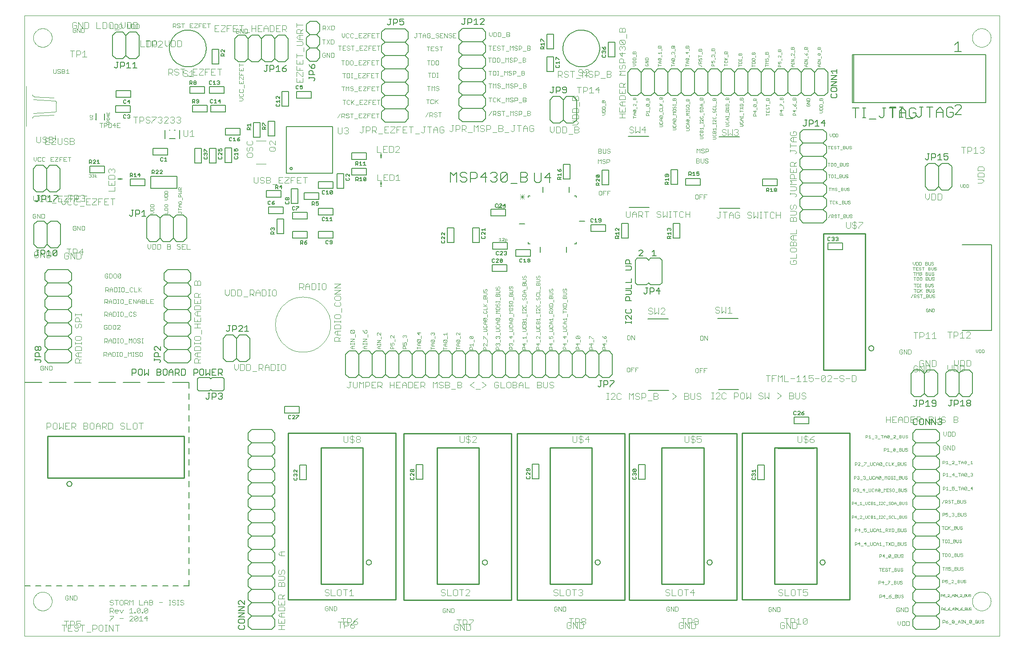
<source format=gto>
G75*
G70*
%OFA0B0*%
%FSLAX24Y24*%
%IPPOS*%
%LPD*%
%AMOC8*
5,1,8,0,0,1.08239X$1,22.5*
%
%ADD10C,0.0039*%
%ADD11C,0.0000*%
%ADD12C,0.0100*%
%ADD13C,0.0030*%
%ADD14C,0.0020*%
%ADD15C,0.0010*%
%ADD16C,0.0040*%
%ADD17C,0.0079*%
%ADD18C,0.0050*%
%ADD19C,0.0060*%
%ADD20C,0.0080*%
%ADD21C,0.0100*%
%ADD22R,0.0118X0.0059*%
%ADD23R,0.0118X0.0118*%
%ADD24R,0.0059X0.0118*%
D10*
X000121Y000290D02*
X000121Y046864D01*
X073192Y046864D01*
X073192Y000290D01*
X000121Y000290D01*
X018914Y023689D02*
X018916Y023790D01*
X018924Y023892D01*
X018936Y023992D01*
X018954Y024092D01*
X018976Y024191D01*
X019003Y024289D01*
X019035Y024385D01*
X019071Y024480D01*
X019112Y024573D01*
X019158Y024663D01*
X019208Y024752D01*
X019262Y024837D01*
X019321Y024920D01*
X019383Y025000D01*
X019449Y025077D01*
X019519Y025151D01*
X019593Y025221D01*
X019670Y025287D01*
X019750Y025349D01*
X019833Y025408D01*
X019918Y025462D01*
X020007Y025512D01*
X020097Y025558D01*
X020190Y025599D01*
X020285Y025635D01*
X020381Y025667D01*
X020479Y025694D01*
X020578Y025716D01*
X020678Y025734D01*
X020778Y025746D01*
X020880Y025754D01*
X020981Y025756D01*
X021082Y025754D01*
X021184Y025746D01*
X021284Y025734D01*
X021384Y025716D01*
X021483Y025694D01*
X021581Y025667D01*
X021677Y025635D01*
X021772Y025599D01*
X021865Y025558D01*
X021955Y025512D01*
X022044Y025462D01*
X022129Y025408D01*
X022212Y025349D01*
X022292Y025287D01*
X022369Y025221D01*
X022443Y025151D01*
X022513Y025077D01*
X022579Y025000D01*
X022641Y024920D01*
X022700Y024837D01*
X022754Y024752D01*
X022804Y024663D01*
X022850Y024573D01*
X022891Y024480D01*
X022927Y024385D01*
X022959Y024289D01*
X022986Y024191D01*
X023008Y024092D01*
X023026Y023992D01*
X023038Y023892D01*
X023046Y023790D01*
X023048Y023689D01*
X023046Y023588D01*
X023038Y023486D01*
X023026Y023386D01*
X023008Y023286D01*
X022986Y023187D01*
X022959Y023089D01*
X022927Y022993D01*
X022891Y022898D01*
X022850Y022805D01*
X022804Y022715D01*
X022754Y022626D01*
X022700Y022541D01*
X022641Y022458D01*
X022579Y022378D01*
X022513Y022301D01*
X022443Y022227D01*
X022369Y022157D01*
X022292Y022091D01*
X022212Y022029D01*
X022129Y021970D01*
X022044Y021916D01*
X021955Y021866D01*
X021865Y021820D01*
X021772Y021779D01*
X021677Y021743D01*
X021581Y021711D01*
X021483Y021684D01*
X021384Y021662D01*
X021284Y021644D01*
X021184Y021632D01*
X021082Y021624D01*
X020981Y021622D01*
X020880Y021624D01*
X020778Y021632D01*
X020678Y021644D01*
X020578Y021662D01*
X020479Y021684D01*
X020381Y021711D01*
X020285Y021743D01*
X020190Y021779D01*
X020097Y021820D01*
X020007Y021866D01*
X019918Y021916D01*
X019833Y021970D01*
X019750Y022029D01*
X019670Y022091D01*
X019593Y022157D01*
X019519Y022227D01*
X019449Y022301D01*
X019383Y022378D01*
X019321Y022458D01*
X019262Y022541D01*
X019208Y022626D01*
X019158Y022715D01*
X019112Y022805D01*
X019071Y022898D01*
X019035Y022993D01*
X019003Y023089D01*
X018976Y023187D01*
X018954Y023286D01*
X018936Y023386D01*
X018924Y023486D01*
X018916Y023588D01*
X018914Y023689D01*
D11*
X000771Y002912D02*
X000773Y002964D01*
X000779Y003016D01*
X000789Y003068D01*
X000802Y003118D01*
X000819Y003167D01*
X000840Y003215D01*
X000865Y003262D01*
X000892Y003306D01*
X000923Y003348D01*
X000958Y003387D01*
X000995Y003424D01*
X001034Y003459D01*
X001076Y003490D01*
X001121Y003517D01*
X001167Y003542D01*
X001215Y003563D01*
X001264Y003580D01*
X001314Y003593D01*
X001366Y003603D01*
X001418Y003609D01*
X001470Y003611D01*
X001522Y003609D01*
X001574Y003603D01*
X001626Y003593D01*
X001676Y003580D01*
X001725Y003563D01*
X001773Y003542D01*
X001820Y003517D01*
X001864Y003490D01*
X001906Y003459D01*
X001945Y003424D01*
X001982Y003387D01*
X002017Y003348D01*
X002048Y003306D01*
X002075Y003261D01*
X002100Y003215D01*
X002121Y003167D01*
X002138Y003118D01*
X002151Y003068D01*
X002161Y003016D01*
X002167Y002964D01*
X002169Y002912D01*
X002167Y002860D01*
X002161Y002808D01*
X002151Y002756D01*
X002138Y002706D01*
X002121Y002657D01*
X002100Y002609D01*
X002075Y002562D01*
X002048Y002518D01*
X002017Y002476D01*
X001982Y002437D01*
X001945Y002400D01*
X001906Y002365D01*
X001864Y002334D01*
X001819Y002307D01*
X001773Y002282D01*
X001725Y002261D01*
X001676Y002244D01*
X001626Y002231D01*
X001574Y002221D01*
X001522Y002215D01*
X001470Y002213D01*
X001418Y002215D01*
X001366Y002221D01*
X001314Y002231D01*
X001264Y002244D01*
X001215Y002261D01*
X001167Y002282D01*
X001120Y002307D01*
X001076Y002334D01*
X001034Y002365D01*
X000995Y002400D01*
X000958Y002437D01*
X000923Y002476D01*
X000892Y002518D01*
X000865Y002563D01*
X000840Y002609D01*
X000819Y002657D01*
X000802Y002706D01*
X000789Y002756D01*
X000779Y002808D01*
X000773Y002860D01*
X000771Y002912D01*
X056562Y004172D02*
X059318Y004172D01*
X071159Y002912D02*
X071161Y002964D01*
X071167Y003016D01*
X071177Y003068D01*
X071190Y003118D01*
X071207Y003167D01*
X071228Y003215D01*
X071253Y003262D01*
X071280Y003306D01*
X071311Y003348D01*
X071346Y003387D01*
X071383Y003424D01*
X071422Y003459D01*
X071464Y003490D01*
X071509Y003517D01*
X071555Y003542D01*
X071603Y003563D01*
X071652Y003580D01*
X071702Y003593D01*
X071754Y003603D01*
X071806Y003609D01*
X071858Y003611D01*
X071910Y003609D01*
X071962Y003603D01*
X072014Y003593D01*
X072064Y003580D01*
X072113Y003563D01*
X072161Y003542D01*
X072208Y003517D01*
X072252Y003490D01*
X072294Y003459D01*
X072333Y003424D01*
X072370Y003387D01*
X072405Y003348D01*
X072436Y003306D01*
X072463Y003261D01*
X072488Y003215D01*
X072509Y003167D01*
X072526Y003118D01*
X072539Y003068D01*
X072549Y003016D01*
X072555Y002964D01*
X072557Y002912D01*
X072555Y002860D01*
X072549Y002808D01*
X072539Y002756D01*
X072526Y002706D01*
X072509Y002657D01*
X072488Y002609D01*
X072463Y002562D01*
X072436Y002518D01*
X072405Y002476D01*
X072370Y002437D01*
X072333Y002400D01*
X072294Y002365D01*
X072252Y002334D01*
X072207Y002307D01*
X072161Y002282D01*
X072113Y002261D01*
X072064Y002244D01*
X072014Y002231D01*
X071962Y002221D01*
X071910Y002215D01*
X071858Y002213D01*
X071806Y002215D01*
X071754Y002221D01*
X071702Y002231D01*
X071652Y002244D01*
X071603Y002261D01*
X071555Y002282D01*
X071508Y002307D01*
X071464Y002334D01*
X071422Y002365D01*
X071383Y002400D01*
X071346Y002437D01*
X071311Y002476D01*
X071280Y002518D01*
X071253Y002563D01*
X071228Y002609D01*
X071207Y002657D01*
X071190Y002706D01*
X071177Y002756D01*
X071167Y002808D01*
X071161Y002860D01*
X071159Y002912D01*
X059318Y014388D02*
X056562Y014388D01*
X071159Y045207D02*
X071161Y045259D01*
X071167Y045311D01*
X071177Y045363D01*
X071190Y045413D01*
X071207Y045462D01*
X071228Y045510D01*
X071253Y045557D01*
X071280Y045601D01*
X071311Y045643D01*
X071346Y045682D01*
X071383Y045719D01*
X071422Y045754D01*
X071464Y045785D01*
X071509Y045812D01*
X071555Y045837D01*
X071603Y045858D01*
X071652Y045875D01*
X071702Y045888D01*
X071754Y045898D01*
X071806Y045904D01*
X071858Y045906D01*
X071910Y045904D01*
X071962Y045898D01*
X072014Y045888D01*
X072064Y045875D01*
X072113Y045858D01*
X072161Y045837D01*
X072208Y045812D01*
X072252Y045785D01*
X072294Y045754D01*
X072333Y045719D01*
X072370Y045682D01*
X072405Y045643D01*
X072436Y045601D01*
X072463Y045556D01*
X072488Y045510D01*
X072509Y045462D01*
X072526Y045413D01*
X072539Y045363D01*
X072549Y045311D01*
X072555Y045259D01*
X072557Y045207D01*
X072555Y045155D01*
X072549Y045103D01*
X072539Y045051D01*
X072526Y045001D01*
X072509Y044952D01*
X072488Y044904D01*
X072463Y044857D01*
X072436Y044813D01*
X072405Y044771D01*
X072370Y044732D01*
X072333Y044695D01*
X072294Y044660D01*
X072252Y044629D01*
X072207Y044602D01*
X072161Y044577D01*
X072113Y044556D01*
X072064Y044539D01*
X072014Y044526D01*
X071962Y044516D01*
X071910Y044510D01*
X071858Y044508D01*
X071806Y044510D01*
X071754Y044516D01*
X071702Y044526D01*
X071652Y044539D01*
X071603Y044556D01*
X071555Y044577D01*
X071508Y044602D01*
X071464Y044629D01*
X071422Y044660D01*
X071383Y044695D01*
X071346Y044732D01*
X071311Y044771D01*
X071280Y044813D01*
X071253Y044858D01*
X071228Y044904D01*
X071207Y044952D01*
X071190Y045001D01*
X071177Y045051D01*
X071167Y045103D01*
X071161Y045155D01*
X071159Y045207D01*
X000771Y045207D02*
X000773Y045259D01*
X000779Y045311D01*
X000789Y045363D01*
X000802Y045413D01*
X000819Y045462D01*
X000840Y045510D01*
X000865Y045557D01*
X000892Y045601D01*
X000923Y045643D01*
X000958Y045682D01*
X000995Y045719D01*
X001034Y045754D01*
X001076Y045785D01*
X001121Y045812D01*
X001167Y045837D01*
X001215Y045858D01*
X001264Y045875D01*
X001314Y045888D01*
X001366Y045898D01*
X001418Y045904D01*
X001470Y045906D01*
X001522Y045904D01*
X001574Y045898D01*
X001626Y045888D01*
X001676Y045875D01*
X001725Y045858D01*
X001773Y045837D01*
X001820Y045812D01*
X001864Y045785D01*
X001906Y045754D01*
X001945Y045719D01*
X001982Y045682D01*
X002017Y045643D01*
X002048Y045601D01*
X002075Y045556D01*
X002100Y045510D01*
X002121Y045462D01*
X002138Y045413D01*
X002151Y045363D01*
X002161Y045311D01*
X002167Y045259D01*
X002169Y045207D01*
X002167Y045155D01*
X002161Y045103D01*
X002151Y045051D01*
X002138Y045001D01*
X002121Y044952D01*
X002100Y044904D01*
X002075Y044857D01*
X002048Y044813D01*
X002017Y044771D01*
X001982Y044732D01*
X001945Y044695D01*
X001906Y044660D01*
X001864Y044629D01*
X001819Y044602D01*
X001773Y044577D01*
X001725Y044556D01*
X001676Y044539D01*
X001626Y044526D01*
X001574Y044516D01*
X001522Y044510D01*
X001470Y044508D01*
X001418Y044510D01*
X001366Y044516D01*
X001314Y044526D01*
X001264Y044539D01*
X001215Y044556D01*
X001167Y044577D01*
X001120Y044602D01*
X001076Y044629D01*
X001034Y044660D01*
X000995Y044695D01*
X000958Y044732D01*
X000923Y044771D01*
X000892Y044813D01*
X000865Y044858D01*
X000840Y044904D01*
X000819Y044952D01*
X000802Y045001D01*
X000789Y045051D01*
X000779Y045103D01*
X000773Y045155D01*
X000771Y045207D01*
D12*
X019881Y015553D02*
X027941Y015553D01*
X027941Y003052D01*
X019881Y003052D01*
X019881Y015553D01*
X028547Y015510D02*
X036607Y015510D01*
X036607Y003010D01*
X028547Y003010D01*
X028547Y015510D01*
X037053Y015512D02*
X045114Y015512D01*
X045114Y003011D01*
X037053Y003011D01*
X037053Y015512D01*
X045438Y015516D02*
X053499Y015516D01*
X053499Y003016D01*
X045438Y003016D01*
X045438Y015516D01*
X053910Y015540D02*
X061971Y015540D01*
X061971Y003039D01*
X053910Y003039D01*
X053910Y015540D01*
D13*
X051049Y020085D02*
X051049Y020405D01*
X051262Y020405D01*
X051156Y020245D02*
X051049Y020245D01*
X050940Y020405D02*
X050727Y020405D01*
X050727Y020085D01*
X050618Y020138D02*
X050618Y020351D01*
X050564Y020405D01*
X050458Y020405D01*
X050404Y020351D01*
X050404Y020138D01*
X050458Y020085D01*
X050564Y020085D01*
X050618Y020138D01*
X050727Y020245D02*
X050833Y020245D01*
X050818Y022507D02*
X050924Y022507D01*
X050978Y022561D01*
X050978Y022774D01*
X050924Y022828D01*
X050818Y022828D01*
X050764Y022774D01*
X050764Y022561D01*
X050818Y022507D01*
X051086Y022507D02*
X051086Y022828D01*
X051300Y022507D01*
X051300Y022828D01*
X045829Y022858D02*
X045829Y022537D01*
X045616Y022858D01*
X045616Y022537D01*
X045507Y022591D02*
X045507Y022804D01*
X045454Y022858D01*
X045347Y022858D01*
X045294Y022804D01*
X045294Y022591D01*
X045347Y022537D01*
X045454Y022537D01*
X045507Y022591D01*
X045585Y020450D02*
X045798Y020450D01*
X045907Y020450D02*
X046121Y020450D01*
X046014Y020290D02*
X045907Y020290D01*
X045907Y020450D02*
X045907Y020129D01*
X045692Y020290D02*
X045585Y020290D01*
X045476Y020396D02*
X045423Y020450D01*
X045316Y020450D01*
X045263Y020396D01*
X045263Y020183D01*
X045316Y020129D01*
X045423Y020129D01*
X045476Y020183D01*
X045476Y020396D01*
X045585Y020450D02*
X045585Y020129D01*
X025782Y021865D02*
X025569Y021865D01*
X025462Y021971D01*
X025569Y022078D01*
X025782Y022078D01*
X025782Y022187D02*
X025782Y022294D01*
X025782Y022240D02*
X025462Y022240D01*
X025462Y022187D02*
X025462Y022294D01*
X025462Y022402D02*
X025782Y022615D01*
X025462Y022615D01*
X025462Y022402D02*
X025782Y022402D01*
X025835Y022724D02*
X025835Y022937D01*
X025729Y023046D02*
X025622Y023046D01*
X025622Y023206D01*
X025675Y023260D01*
X025729Y023260D01*
X025782Y023206D01*
X025782Y023100D01*
X025729Y023046D01*
X025622Y023046D02*
X025515Y023153D01*
X025462Y023260D01*
X024849Y023206D02*
X024849Y023100D01*
X024796Y023046D01*
X024583Y023260D01*
X024796Y023260D01*
X024849Y023206D01*
X024796Y023046D02*
X024583Y023046D01*
X024529Y023100D01*
X024529Y023206D01*
X024583Y023260D01*
X024903Y022937D02*
X024903Y022724D01*
X024849Y022615D02*
X024529Y022615D01*
X024529Y022402D02*
X024849Y022615D01*
X024849Y022402D02*
X024529Y022402D01*
X024529Y022294D02*
X024529Y022187D01*
X024529Y022240D02*
X024849Y022240D01*
X024849Y022187D02*
X024849Y022294D01*
X024849Y022078D02*
X024636Y022078D01*
X024529Y021971D01*
X024636Y021865D01*
X024849Y021865D01*
X024689Y021865D02*
X024689Y022078D01*
X025622Y022078D02*
X025622Y021865D01*
X012526Y029349D02*
X012279Y029349D01*
X012279Y029720D01*
X012157Y029720D02*
X011910Y029720D01*
X011910Y029349D01*
X012157Y029349D01*
X012034Y029535D02*
X011910Y029535D01*
X011789Y029473D02*
X011789Y029411D01*
X011727Y029349D01*
X011604Y029349D01*
X011542Y029411D01*
X011604Y029535D02*
X011727Y029535D01*
X011789Y029473D01*
X011789Y029658D02*
X011727Y029720D01*
X011604Y029720D01*
X011542Y029658D01*
X011542Y029596D01*
X011604Y029535D01*
X011052Y029596D02*
X010991Y029535D01*
X010805Y029535D01*
X010805Y029720D02*
X010805Y029349D01*
X010991Y029349D01*
X011052Y029411D01*
X011052Y029473D01*
X010991Y029535D01*
X011052Y029596D02*
X011052Y029658D01*
X010991Y029720D01*
X010805Y029720D01*
X010316Y029658D02*
X010254Y029720D01*
X010069Y029720D01*
X010069Y029349D01*
X010254Y029349D01*
X010316Y029411D01*
X010316Y029658D01*
X009947Y029658D02*
X009947Y029411D01*
X009886Y029349D01*
X009701Y029349D01*
X009701Y029720D01*
X009886Y029720D01*
X009947Y029658D01*
X009579Y029720D02*
X009579Y029473D01*
X009456Y029349D01*
X009332Y029473D01*
X009332Y029720D01*
X007265Y027493D02*
X007318Y027440D01*
X007105Y027227D01*
X007158Y027173D01*
X007265Y027173D01*
X007318Y027227D01*
X007318Y027440D01*
X007265Y027493D02*
X007158Y027493D01*
X007105Y027440D01*
X007105Y027227D01*
X006996Y027227D02*
X006996Y027440D01*
X006943Y027493D01*
X006836Y027493D01*
X006782Y027440D01*
X006782Y027227D01*
X006836Y027173D01*
X006943Y027173D01*
X006996Y027227D01*
X006674Y027227D02*
X006674Y027440D01*
X006620Y027493D01*
X006460Y027493D01*
X006460Y027173D01*
X006620Y027173D01*
X006674Y027227D01*
X006351Y027227D02*
X006351Y027333D01*
X006245Y027333D01*
X006351Y027227D02*
X006298Y027173D01*
X006191Y027173D01*
X006138Y027227D01*
X006138Y027440D01*
X006191Y027493D01*
X006298Y027493D01*
X006351Y027440D01*
X006346Y026472D02*
X006400Y026419D01*
X006400Y026312D01*
X006346Y026258D01*
X006186Y026258D01*
X006186Y026152D02*
X006186Y026472D01*
X006346Y026472D01*
X006508Y026365D02*
X006615Y026472D01*
X006722Y026365D01*
X006722Y026152D01*
X006831Y026152D02*
X006991Y026152D01*
X007044Y026205D01*
X007044Y026419D01*
X006991Y026472D01*
X006831Y026472D01*
X006831Y026152D01*
X006722Y026312D02*
X006508Y026312D01*
X006508Y026365D02*
X006508Y026152D01*
X006400Y026152D02*
X006293Y026258D01*
X006275Y025575D02*
X006328Y025522D01*
X006328Y025415D01*
X006275Y025361D01*
X006114Y025361D01*
X006114Y025255D02*
X006114Y025575D01*
X006275Y025575D01*
X006437Y025468D02*
X006543Y025575D01*
X006650Y025468D01*
X006650Y025255D01*
X006759Y025255D02*
X006919Y025255D01*
X006973Y025308D01*
X006973Y025522D01*
X006919Y025575D01*
X006759Y025575D01*
X006759Y025255D01*
X006650Y025415D02*
X006437Y025415D01*
X006437Y025468D02*
X006437Y025255D01*
X006328Y025255D02*
X006221Y025361D01*
X006271Y024632D02*
X006325Y024578D01*
X006325Y024471D01*
X006271Y024418D01*
X006111Y024418D01*
X006111Y024311D02*
X006111Y024632D01*
X006271Y024632D01*
X006434Y024525D02*
X006540Y024632D01*
X006647Y024525D01*
X006647Y024311D01*
X006756Y024311D02*
X006916Y024311D01*
X006969Y024365D01*
X006969Y024578D01*
X006916Y024632D01*
X006756Y024632D01*
X006756Y024311D01*
X006647Y024471D02*
X006434Y024471D01*
X006434Y024525D02*
X006434Y024311D01*
X006325Y024311D02*
X006218Y024418D01*
X006245Y023646D02*
X006139Y023646D01*
X006085Y023592D01*
X006085Y023379D01*
X006139Y023325D01*
X006245Y023325D01*
X006299Y023379D01*
X006299Y023486D01*
X006192Y023486D01*
X006299Y023592D02*
X006245Y023646D01*
X006408Y023646D02*
X006568Y023646D01*
X006621Y023592D01*
X006621Y023379D01*
X006568Y023325D01*
X006408Y023325D01*
X006408Y023646D01*
X006730Y023592D02*
X006730Y023379D01*
X006783Y023325D01*
X006890Y023325D01*
X006943Y023379D01*
X006943Y023592D01*
X006890Y023646D01*
X006783Y023646D01*
X006730Y023592D01*
X007052Y023592D02*
X007106Y023646D01*
X007212Y023646D01*
X007266Y023592D01*
X007266Y023539D01*
X007052Y023325D01*
X007266Y023325D01*
X007333Y022624D02*
X007280Y022571D01*
X007280Y022357D01*
X007333Y022304D01*
X007440Y022304D01*
X007493Y022357D01*
X007493Y022571D01*
X007440Y022624D01*
X007333Y022624D01*
X007171Y022624D02*
X007065Y022624D01*
X007118Y022624D02*
X007118Y022304D01*
X007065Y022304D02*
X007171Y022304D01*
X006956Y022357D02*
X006956Y022571D01*
X006903Y022624D01*
X006742Y022624D01*
X006742Y022304D01*
X006903Y022304D01*
X006956Y022357D01*
X006634Y022304D02*
X006634Y022517D01*
X006527Y022624D01*
X006420Y022517D01*
X006420Y022304D01*
X006311Y022304D02*
X006205Y022410D01*
X006258Y022410D02*
X006098Y022410D01*
X006098Y022304D02*
X006098Y022624D01*
X006258Y022624D01*
X006311Y022571D01*
X006311Y022464D01*
X006258Y022410D01*
X006420Y022464D02*
X006634Y022464D01*
X006701Y021617D02*
X006861Y021617D01*
X006914Y021564D01*
X006914Y021350D01*
X006861Y021297D01*
X006701Y021297D01*
X006701Y021617D01*
X006592Y021511D02*
X006592Y021297D01*
X006592Y021457D02*
X006379Y021457D01*
X006379Y021511D02*
X006485Y021617D01*
X006592Y021511D01*
X006379Y021511D02*
X006379Y021297D01*
X006270Y021297D02*
X006163Y021404D01*
X006216Y021404D02*
X006056Y021404D01*
X006056Y021297D02*
X006056Y021617D01*
X006216Y021617D01*
X006270Y021564D01*
X006270Y021457D01*
X006216Y021404D01*
X007023Y021297D02*
X007130Y021297D01*
X007077Y021297D02*
X007077Y021617D01*
X007130Y021617D02*
X007023Y021617D01*
X007238Y021564D02*
X007291Y021617D01*
X007398Y021617D01*
X007452Y021564D01*
X007452Y021350D01*
X007398Y021297D01*
X007291Y021297D01*
X007238Y021350D01*
X007238Y021564D01*
X007560Y021244D02*
X007774Y021244D01*
X007883Y021297D02*
X007883Y021617D01*
X007989Y021511D01*
X008096Y021617D01*
X008096Y021297D01*
X008205Y021297D02*
X008312Y021297D01*
X008258Y021297D02*
X008258Y021617D01*
X008205Y021617D02*
X008312Y021617D01*
X008420Y021564D02*
X008473Y021617D01*
X008580Y021617D01*
X008633Y021564D01*
X008742Y021564D02*
X008742Y021350D01*
X008795Y021297D01*
X008902Y021297D01*
X008955Y021350D01*
X008955Y021564D01*
X008902Y021617D01*
X008795Y021617D01*
X008742Y021564D01*
X008633Y021404D02*
X008633Y021350D01*
X008580Y021297D01*
X008473Y021297D01*
X008420Y021350D01*
X008473Y021457D02*
X008580Y021457D01*
X008633Y021404D01*
X008473Y021457D02*
X008420Y021511D01*
X008420Y021564D01*
X008406Y022304D02*
X008460Y022357D01*
X008460Y022571D01*
X008406Y022624D01*
X008300Y022624D01*
X008246Y022571D01*
X008246Y022357D01*
X008300Y022304D01*
X008406Y022304D01*
X008569Y022357D02*
X008622Y022304D01*
X008729Y022304D01*
X008782Y022357D01*
X008782Y022410D01*
X008729Y022464D01*
X008622Y022464D01*
X008569Y022517D01*
X008569Y022571D01*
X008622Y022624D01*
X008729Y022624D01*
X008782Y022571D01*
X008891Y022624D02*
X008998Y022624D01*
X008944Y022624D02*
X008944Y022304D01*
X008891Y022304D02*
X008998Y022304D01*
X008138Y022304D02*
X008138Y022624D01*
X008031Y022517D01*
X007924Y022624D01*
X007924Y022304D01*
X007815Y022250D02*
X007602Y022250D01*
X007615Y024258D02*
X007829Y024258D01*
X007938Y024365D02*
X007991Y024311D01*
X008098Y024311D01*
X008151Y024365D01*
X008260Y024365D02*
X008313Y024311D01*
X008420Y024311D01*
X008473Y024365D01*
X008473Y024418D01*
X008420Y024471D01*
X008313Y024471D01*
X008260Y024525D01*
X008260Y024578D01*
X008313Y024632D01*
X008420Y024632D01*
X008473Y024578D01*
X008151Y024578D02*
X008098Y024632D01*
X007991Y024632D01*
X007938Y024578D01*
X007938Y024365D01*
X007506Y024365D02*
X007506Y024578D01*
X007453Y024632D01*
X007346Y024632D01*
X007293Y024578D01*
X007293Y024365D01*
X007346Y024311D01*
X007453Y024311D01*
X007506Y024365D01*
X007185Y024311D02*
X007078Y024311D01*
X007131Y024311D02*
X007131Y024632D01*
X007078Y024632D02*
X007185Y024632D01*
X007188Y025255D02*
X007081Y025255D01*
X007135Y025255D02*
X007135Y025575D01*
X007188Y025575D02*
X007081Y025575D01*
X007296Y025522D02*
X007296Y025308D01*
X007350Y025255D01*
X007456Y025255D01*
X007510Y025308D01*
X007510Y025522D01*
X007456Y025575D01*
X007350Y025575D01*
X007296Y025522D01*
X007618Y025201D02*
X007832Y025201D01*
X007941Y025255D02*
X008154Y025255D01*
X008263Y025255D02*
X008263Y025575D01*
X008476Y025255D01*
X008476Y025575D01*
X008585Y025468D02*
X008692Y025575D01*
X008799Y025468D01*
X008799Y025255D01*
X008908Y025255D02*
X008908Y025575D01*
X009068Y025575D01*
X009121Y025522D01*
X009121Y025468D01*
X009068Y025415D01*
X008908Y025415D01*
X008799Y025415D02*
X008585Y025415D01*
X008585Y025468D02*
X008585Y025255D01*
X008908Y025255D02*
X009068Y025255D01*
X009121Y025308D01*
X009121Y025361D01*
X009068Y025415D01*
X009230Y025575D02*
X009230Y025255D01*
X009443Y025255D01*
X009552Y025255D02*
X009552Y025575D01*
X009766Y025575D01*
X009659Y025415D02*
X009552Y025415D01*
X009552Y025255D02*
X009766Y025255D01*
X008870Y026152D02*
X008710Y026312D01*
X008657Y026258D02*
X008870Y026472D01*
X008657Y026472D02*
X008657Y026152D01*
X008548Y026152D02*
X008335Y026152D01*
X008335Y026472D01*
X008226Y026419D02*
X008173Y026472D01*
X008066Y026472D01*
X008012Y026419D01*
X008012Y026205D01*
X008066Y026152D01*
X008173Y026152D01*
X008226Y026205D01*
X007904Y026098D02*
X007690Y026098D01*
X007581Y026205D02*
X007581Y026419D01*
X007528Y026472D01*
X007421Y026472D01*
X007368Y026419D01*
X007368Y026205D01*
X007421Y026152D01*
X007528Y026152D01*
X007581Y026205D01*
X007260Y026152D02*
X007153Y026152D01*
X007206Y026152D02*
X007206Y026472D01*
X007153Y026472D02*
X007260Y026472D01*
X007941Y025575D02*
X007941Y025255D01*
X007941Y025415D02*
X008047Y025415D01*
X007941Y025575D02*
X008154Y025575D01*
X004554Y030764D02*
X004394Y030764D01*
X004394Y031084D01*
X004554Y031084D01*
X004607Y031031D01*
X004607Y030817D01*
X004554Y030764D01*
X004285Y030764D02*
X004285Y031084D01*
X004071Y031084D02*
X004285Y030764D01*
X004071Y030764D02*
X004071Y031084D01*
X003963Y031031D02*
X003909Y031084D01*
X003802Y031084D01*
X003749Y031031D01*
X003749Y030817D01*
X003802Y030764D01*
X003909Y030764D01*
X003963Y030817D01*
X003963Y030924D01*
X003856Y030924D01*
X001597Y031721D02*
X001597Y031935D01*
X001543Y031988D01*
X001383Y031988D01*
X001383Y031668D01*
X001543Y031668D01*
X001597Y031721D01*
X001275Y031668D02*
X001275Y031988D01*
X001061Y031988D02*
X001275Y031668D01*
X001061Y031668D02*
X001061Y031988D01*
X000952Y031935D02*
X000899Y031988D01*
X000792Y031988D01*
X000739Y031935D01*
X000739Y031721D01*
X000792Y031668D01*
X000899Y031668D01*
X000952Y031721D01*
X000952Y031828D01*
X000845Y031828D01*
X000901Y035924D02*
X001008Y036030D01*
X001008Y036244D01*
X001116Y036191D02*
X001116Y035977D01*
X001170Y035924D01*
X001277Y035924D01*
X001330Y035977D01*
X001439Y035977D02*
X001492Y035924D01*
X001599Y035924D01*
X001652Y035977D01*
X001439Y035977D02*
X001439Y036191D01*
X001492Y036244D01*
X001599Y036244D01*
X001652Y036191D01*
X001330Y036191D02*
X001277Y036244D01*
X001170Y036244D01*
X001116Y036191D01*
X000794Y036244D02*
X000794Y036030D01*
X000901Y035924D01*
X002083Y035924D02*
X002083Y036244D01*
X002297Y036244D01*
X002406Y036244D02*
X002619Y036244D01*
X002619Y036191D01*
X002406Y035977D01*
X002406Y035924D01*
X002619Y035924D01*
X002728Y035924D02*
X002728Y036244D01*
X002941Y036244D01*
X003050Y036244D02*
X003050Y035924D01*
X003264Y035924D01*
X003157Y036084D02*
X003050Y036084D01*
X003050Y036244D02*
X003264Y036244D01*
X003372Y036244D02*
X003586Y036244D01*
X003479Y036244D02*
X003479Y035924D01*
X002835Y036084D02*
X002728Y036084D01*
X002297Y035924D02*
X002083Y035924D01*
X002083Y036084D02*
X002190Y036084D01*
X005861Y038484D02*
X005861Y038804D01*
X005754Y038804D02*
X005968Y038804D01*
X006076Y038804D02*
X006237Y038804D01*
X006290Y038751D01*
X006290Y038644D01*
X006237Y038591D01*
X006076Y038591D01*
X006076Y038484D02*
X006076Y038804D01*
X006399Y038804D02*
X006559Y038804D01*
X006612Y038751D01*
X006612Y038537D01*
X006559Y038484D01*
X006399Y038484D01*
X006399Y038804D01*
X006721Y038644D02*
X006934Y038644D01*
X007043Y038644D02*
X007150Y038644D01*
X007257Y038804D02*
X007043Y038804D01*
X007043Y038484D01*
X007257Y038484D01*
X006881Y038484D02*
X006881Y038804D01*
X006721Y038644D01*
X003441Y042525D02*
X003228Y042525D01*
X003335Y042525D02*
X003335Y042845D01*
X003228Y042738D01*
X003119Y042738D02*
X003066Y042685D01*
X002906Y042685D01*
X002797Y042632D02*
X002797Y042578D01*
X002744Y042525D01*
X002637Y042525D01*
X002583Y042578D01*
X002475Y042578D02*
X002475Y042845D01*
X002583Y042792D02*
X002583Y042738D01*
X002637Y042685D01*
X002744Y042685D01*
X002797Y042632D01*
X002906Y042525D02*
X003066Y042525D01*
X003119Y042578D01*
X003119Y042632D01*
X003066Y042685D01*
X003119Y042738D02*
X003119Y042792D01*
X003066Y042845D01*
X002906Y042845D01*
X002906Y042525D01*
X002797Y042792D02*
X002744Y042845D01*
X002637Y042845D01*
X002583Y042792D01*
X002475Y042578D02*
X002421Y042525D01*
X002314Y042525D01*
X002261Y042578D01*
X002261Y042845D01*
X003784Y045599D02*
X003891Y045599D01*
X003944Y045653D01*
X003944Y045759D01*
X003837Y045759D01*
X003731Y045653D02*
X003784Y045599D01*
X003731Y045653D02*
X003731Y045866D01*
X003784Y045919D01*
X003891Y045919D01*
X003944Y045866D01*
X004053Y045919D02*
X004266Y045599D01*
X004266Y045919D01*
X004375Y045919D02*
X004535Y045919D01*
X004589Y045866D01*
X004589Y045653D01*
X004535Y045599D01*
X004375Y045599D01*
X004375Y045919D01*
X004053Y045919D02*
X004053Y045599D01*
X006545Y045911D02*
X006758Y045911D01*
X006867Y045911D02*
X007027Y045911D01*
X007080Y045965D01*
X007080Y046178D01*
X007027Y046232D01*
X006867Y046232D01*
X006867Y045911D01*
X006545Y045911D02*
X006545Y046232D01*
X007189Y046178D02*
X007189Y045965D01*
X007243Y045911D01*
X007349Y045911D01*
X007403Y045965D01*
X007403Y046178D01*
X007349Y046232D01*
X007243Y046232D01*
X007189Y046178D01*
X007834Y046232D02*
X007834Y046018D01*
X007941Y045911D01*
X008047Y046018D01*
X008047Y046232D01*
X008156Y046232D02*
X008156Y045911D01*
X008316Y045911D01*
X008370Y045965D01*
X008370Y046178D01*
X008316Y046232D01*
X008156Y046232D01*
X008478Y046232D02*
X008638Y046232D01*
X008692Y046178D01*
X008692Y045965D01*
X008638Y045911D01*
X008478Y045911D01*
X008478Y046232D01*
X011233Y046276D02*
X011233Y045956D01*
X011233Y046063D02*
X011394Y046063D01*
X011447Y046116D01*
X011447Y046223D01*
X011394Y046276D01*
X011233Y046276D01*
X011340Y046063D02*
X011447Y045956D01*
X011556Y046009D02*
X011609Y045956D01*
X011716Y045956D01*
X011769Y046009D01*
X011769Y046063D01*
X011716Y046116D01*
X011609Y046116D01*
X011556Y046170D01*
X011556Y046223D01*
X011609Y046276D01*
X011716Y046276D01*
X011769Y046223D01*
X011878Y046276D02*
X012091Y046276D01*
X011985Y046276D02*
X011985Y045956D01*
X012523Y045956D02*
X012523Y046276D01*
X012736Y046276D01*
X012845Y046276D02*
X013058Y046276D01*
X013058Y046223D01*
X012845Y046009D01*
X012845Y045956D01*
X013058Y045956D01*
X013167Y045956D02*
X013167Y046276D01*
X013381Y046276D01*
X013489Y046276D02*
X013489Y045956D01*
X013703Y045956D01*
X013596Y046116D02*
X013489Y046116D01*
X013489Y046276D02*
X013703Y046276D01*
X013812Y046276D02*
X014025Y046276D01*
X013918Y046276D02*
X013918Y045956D01*
X013274Y046116D02*
X013167Y046116D01*
X012736Y045956D02*
X012523Y045956D01*
X012523Y046116D02*
X012629Y046116D01*
X015961Y045821D02*
X015961Y045608D01*
X016015Y045554D01*
X016121Y045554D01*
X016175Y045608D01*
X016175Y045714D01*
X016068Y045714D01*
X015961Y045821D02*
X016015Y045874D01*
X016121Y045874D01*
X016175Y045821D01*
X016284Y045874D02*
X016497Y045554D01*
X016497Y045874D01*
X016606Y045874D02*
X016766Y045874D01*
X016819Y045821D01*
X016819Y045608D01*
X016766Y045554D01*
X016606Y045554D01*
X016606Y045874D01*
X016284Y045874D02*
X016284Y045554D01*
X016199Y043268D02*
X016199Y043054D01*
X016199Y043161D02*
X016519Y043161D01*
X016519Y042945D02*
X016519Y042732D01*
X016199Y042732D01*
X016199Y042945D01*
X016359Y042839D02*
X016359Y042732D01*
X016199Y042623D02*
X016199Y042410D01*
X016519Y042410D01*
X016519Y042301D02*
X016519Y042087D01*
X016466Y042087D01*
X016252Y042301D01*
X016199Y042301D01*
X016199Y042087D01*
X016199Y041979D02*
X016199Y041765D01*
X016519Y041765D01*
X016519Y041979D01*
X016359Y041872D02*
X016359Y041765D01*
X016572Y041656D02*
X016572Y041443D01*
X016466Y041334D02*
X016519Y041281D01*
X016519Y041174D01*
X016466Y041120D01*
X016252Y041120D01*
X016199Y041174D01*
X016199Y041281D01*
X016252Y041334D01*
X016252Y041012D02*
X016199Y040958D01*
X016199Y040852D01*
X016252Y040798D01*
X016466Y040798D01*
X016519Y040852D01*
X016519Y040958D01*
X016466Y041012D01*
X016412Y040689D02*
X016199Y040689D01*
X016199Y040476D02*
X016412Y040476D01*
X016519Y040583D01*
X016412Y040689D01*
X016359Y042410D02*
X016359Y042516D01*
X022454Y043800D02*
X022508Y043746D01*
X022614Y043746D01*
X022668Y043800D01*
X022668Y043907D01*
X022561Y043907D01*
X022454Y044013D02*
X022454Y043800D01*
X022454Y044013D02*
X022508Y044067D01*
X022614Y044067D01*
X022668Y044013D01*
X022777Y044067D02*
X022990Y043746D01*
X022990Y044067D01*
X023099Y044067D02*
X023259Y044067D01*
X023312Y044013D01*
X023312Y043800D01*
X023259Y043746D01*
X023099Y043746D01*
X023099Y044067D01*
X022777Y044067D02*
X022777Y043746D01*
X023748Y044280D02*
X023748Y044600D01*
X023854Y044600D02*
X023641Y044600D01*
X023963Y044600D02*
X023963Y044280D01*
X024177Y044280D01*
X024285Y044333D02*
X024339Y044280D01*
X024445Y044280D01*
X024499Y044333D01*
X024499Y044387D01*
X024445Y044440D01*
X024339Y044440D01*
X024285Y044493D01*
X024285Y044547D01*
X024339Y044600D01*
X024445Y044600D01*
X024499Y044547D01*
X024608Y044600D02*
X024821Y044600D01*
X024714Y044600D02*
X024714Y044280D01*
X024930Y044226D02*
X025143Y044226D01*
X025252Y044280D02*
X025466Y044280D01*
X025574Y044280D02*
X025788Y044280D01*
X025897Y044280D02*
X025897Y044600D01*
X026110Y044600D01*
X026219Y044600D02*
X026219Y044280D01*
X026433Y044280D01*
X026326Y044440D02*
X026219Y044440D01*
X026219Y044600D02*
X026433Y044600D01*
X026541Y044600D02*
X026755Y044600D01*
X026648Y044600D02*
X026648Y044280D01*
X026003Y044440D02*
X025897Y044440D01*
X025788Y044547D02*
X025574Y044333D01*
X025574Y044280D01*
X025359Y044440D02*
X025252Y044440D01*
X025252Y044600D02*
X025252Y044280D01*
X025252Y044600D02*
X025466Y044600D01*
X025574Y044600D02*
X025788Y044600D01*
X025788Y044547D01*
X025834Y045216D02*
X025834Y045536D01*
X026048Y045536D01*
X026156Y045536D02*
X026156Y045216D01*
X026370Y045216D01*
X026263Y045376D02*
X026156Y045376D01*
X026156Y045536D02*
X026370Y045536D01*
X026479Y045536D02*
X026692Y045536D01*
X026585Y045536D02*
X026585Y045216D01*
X025941Y045376D02*
X025834Y045376D01*
X025725Y045483D02*
X025512Y045270D01*
X025512Y045216D01*
X025725Y045216D01*
X025725Y045483D02*
X025725Y045536D01*
X025512Y045536D01*
X025403Y045536D02*
X025190Y045536D01*
X025190Y045216D01*
X025403Y045216D01*
X025296Y045376D02*
X025190Y045376D01*
X025081Y045163D02*
X024867Y045163D01*
X024758Y045270D02*
X024705Y045216D01*
X024598Y045216D01*
X024545Y045270D01*
X024545Y045483D01*
X024598Y045536D01*
X024705Y045536D01*
X024758Y045483D01*
X024436Y045483D02*
X024383Y045536D01*
X024276Y045536D01*
X024223Y045483D01*
X024223Y045270D01*
X024276Y045216D01*
X024383Y045216D01*
X024436Y045270D01*
X024114Y045323D02*
X024114Y045536D01*
X024114Y045323D02*
X024007Y045216D01*
X023900Y045323D01*
X023900Y045536D01*
X023329Y045855D02*
X023329Y046068D01*
X023275Y046121D01*
X023115Y046121D01*
X023115Y045801D01*
X023275Y045801D01*
X023329Y045855D01*
X023007Y045801D02*
X022793Y046121D01*
X022684Y046068D02*
X022684Y045961D01*
X022631Y045908D01*
X022471Y045908D01*
X022578Y045908D02*
X022684Y045801D01*
X022793Y045801D02*
X023007Y046121D01*
X022684Y046068D02*
X022631Y046121D01*
X022471Y046121D01*
X022471Y045801D01*
X022434Y045057D02*
X022648Y045057D01*
X022541Y045057D02*
X022541Y044736D01*
X022757Y044736D02*
X022970Y045057D01*
X023079Y045057D02*
X023239Y045057D01*
X023292Y045003D01*
X023292Y044790D01*
X023239Y044736D01*
X023079Y044736D01*
X023079Y045057D01*
X022757Y045057D02*
X022970Y044736D01*
X023963Y044600D02*
X024177Y044600D01*
X024070Y044440D02*
X023963Y044440D01*
X023977Y043499D02*
X023977Y043178D01*
X024193Y043178D02*
X024353Y043178D01*
X024406Y043232D01*
X024406Y043445D01*
X024353Y043499D01*
X024193Y043499D01*
X024193Y043178D01*
X024515Y043232D02*
X024568Y043178D01*
X024675Y043178D01*
X024728Y043232D01*
X024728Y043445D01*
X024675Y043499D01*
X024568Y043499D01*
X024515Y043445D01*
X024515Y043232D01*
X024837Y043125D02*
X025051Y043125D01*
X025160Y043178D02*
X025373Y043178D01*
X025482Y043178D02*
X025695Y043178D01*
X025804Y043178D02*
X025804Y043499D01*
X026018Y043499D01*
X026126Y043499D02*
X026126Y043178D01*
X026340Y043178D01*
X026233Y043338D02*
X026126Y043338D01*
X026126Y043499D02*
X026340Y043499D01*
X026449Y043499D02*
X026662Y043499D01*
X026555Y043499D02*
X026555Y043178D01*
X026529Y042522D02*
X026529Y042201D01*
X026313Y042201D02*
X026100Y042201D01*
X026100Y042522D01*
X026313Y042522D01*
X026422Y042522D02*
X026635Y042522D01*
X026206Y042362D02*
X026100Y042362D01*
X025991Y042522D02*
X025777Y042522D01*
X025777Y042201D01*
X025669Y042201D02*
X025455Y042201D01*
X025455Y042255D01*
X025669Y042468D01*
X025669Y042522D01*
X025455Y042522D01*
X025346Y042522D02*
X025133Y042522D01*
X025133Y042201D01*
X025346Y042201D01*
X025240Y042362D02*
X025133Y042362D01*
X025024Y042148D02*
X024811Y042148D01*
X024702Y042201D02*
X024596Y042201D01*
X024649Y042201D02*
X024649Y042522D01*
X024596Y042522D02*
X024702Y042522D01*
X024487Y042468D02*
X024434Y042522D01*
X024273Y042522D01*
X024273Y042201D01*
X024434Y042201D01*
X024487Y042255D01*
X024487Y042468D01*
X024165Y042522D02*
X023951Y042522D01*
X024058Y042522D02*
X024058Y042201D01*
X024101Y041553D02*
X023887Y041553D01*
X023994Y041553D02*
X023994Y041233D01*
X024210Y041233D02*
X024210Y041553D01*
X024316Y041446D01*
X024423Y041553D01*
X024423Y041233D01*
X024532Y041286D02*
X024585Y041233D01*
X024692Y041233D01*
X024745Y041286D01*
X024745Y041339D01*
X024692Y041393D01*
X024585Y041393D01*
X024532Y041446D01*
X024532Y041500D01*
X024585Y041553D01*
X024692Y041553D01*
X024745Y041500D01*
X024854Y041179D02*
X025068Y041179D01*
X025176Y041233D02*
X025390Y041233D01*
X025499Y041233D02*
X025712Y041233D01*
X025821Y041233D02*
X025821Y041553D01*
X026035Y041553D01*
X026143Y041553D02*
X026143Y041233D01*
X026357Y041233D01*
X026250Y041393D02*
X026143Y041393D01*
X026143Y041553D02*
X026357Y041553D01*
X026466Y041553D02*
X026679Y041553D01*
X026572Y041553D02*
X026572Y041233D01*
X025928Y041393D02*
X025821Y041393D01*
X025712Y041500D02*
X025499Y041286D01*
X025499Y041233D01*
X025283Y041393D02*
X025176Y041393D01*
X025176Y041553D02*
X025176Y041233D01*
X025176Y041553D02*
X025390Y041553D01*
X025499Y041553D02*
X025712Y041553D01*
X025712Y041500D01*
X025777Y042362D02*
X025884Y042362D01*
X025482Y043178D02*
X025482Y043232D01*
X025695Y043445D01*
X025695Y043499D01*
X025482Y043499D01*
X025373Y043499D02*
X025160Y043499D01*
X025160Y043178D01*
X025160Y043338D02*
X025266Y043338D01*
X025804Y043338D02*
X025911Y043338D01*
X024084Y043499D02*
X023870Y043499D01*
X023958Y040531D02*
X024172Y040531D01*
X024065Y040531D02*
X024065Y040210D01*
X024280Y040264D02*
X024280Y040477D01*
X024334Y040531D01*
X024441Y040531D01*
X024494Y040477D01*
X024603Y040531D02*
X024603Y040210D01*
X024603Y040317D02*
X024816Y040531D01*
X024656Y040370D02*
X024816Y040210D01*
X024925Y040157D02*
X025138Y040157D01*
X025247Y040210D02*
X025461Y040210D01*
X025570Y040210D02*
X025783Y040210D01*
X025892Y040210D02*
X025892Y040531D01*
X026105Y040531D01*
X026214Y040531D02*
X026214Y040210D01*
X026428Y040210D01*
X026321Y040370D02*
X026214Y040370D01*
X026214Y040531D02*
X026428Y040531D01*
X026536Y040531D02*
X026750Y040531D01*
X026643Y040531D02*
X026643Y040210D01*
X025999Y040370D02*
X025892Y040370D01*
X025783Y040477D02*
X025570Y040264D01*
X025570Y040210D01*
X025354Y040370D02*
X025247Y040370D01*
X025247Y040210D02*
X025247Y040531D01*
X025461Y040531D01*
X025570Y040531D02*
X025783Y040531D01*
X025783Y040477D01*
X025822Y039518D02*
X026035Y039518D01*
X026144Y039518D02*
X026144Y039198D01*
X026358Y039198D01*
X026251Y039358D02*
X026144Y039358D01*
X026144Y039518D02*
X026358Y039518D01*
X026466Y039518D02*
X026680Y039518D01*
X026573Y039518D02*
X026573Y039198D01*
X025929Y039358D02*
X025822Y039358D01*
X025713Y039465D02*
X025500Y039251D01*
X025500Y039198D01*
X025713Y039198D01*
X025822Y039198D02*
X025822Y039518D01*
X025713Y039518D02*
X025713Y039465D01*
X025713Y039518D02*
X025500Y039518D01*
X025391Y039518D02*
X025177Y039518D01*
X025177Y039198D01*
X025391Y039198D01*
X025284Y039358D02*
X025177Y039358D01*
X025068Y039144D02*
X024855Y039144D01*
X024639Y039198D02*
X024639Y039518D01*
X024533Y039518D02*
X024746Y039518D01*
X024424Y039465D02*
X024371Y039518D01*
X024264Y039518D01*
X024210Y039465D01*
X024210Y039411D01*
X024264Y039358D01*
X024371Y039358D01*
X024424Y039305D01*
X024424Y039251D01*
X024371Y039198D01*
X024264Y039198D01*
X024210Y039251D01*
X024102Y039198D02*
X023995Y039305D01*
X024048Y039305D02*
X023888Y039305D01*
X023888Y039198D02*
X023888Y039518D01*
X024048Y039518D01*
X024102Y039465D01*
X024102Y039358D01*
X024048Y039305D01*
X023779Y039518D02*
X023566Y039198D01*
X024334Y040210D02*
X024441Y040210D01*
X024494Y040264D01*
X024334Y040210D02*
X024280Y040264D01*
X030233Y040585D02*
X030447Y040585D01*
X030340Y040585D02*
X030340Y040265D01*
X030556Y040318D02*
X030609Y040265D01*
X030716Y040265D01*
X030769Y040318D01*
X030878Y040265D02*
X030878Y040585D01*
X030769Y040532D02*
X030716Y040585D01*
X030609Y040585D01*
X030556Y040532D01*
X030556Y040318D01*
X030878Y040372D02*
X031091Y040585D01*
X030931Y040425D02*
X031091Y040265D01*
X031133Y039596D02*
X031347Y039596D01*
X031240Y039596D02*
X031240Y039276D01*
X031025Y039330D02*
X030971Y039276D01*
X030864Y039276D01*
X030811Y039330D01*
X030864Y039436D02*
X030971Y039436D01*
X031025Y039383D01*
X031025Y039330D01*
X030864Y039436D02*
X030811Y039490D01*
X030811Y039543D01*
X030864Y039596D01*
X030971Y039596D01*
X031025Y039543D01*
X030702Y039543D02*
X030702Y039436D01*
X030649Y039383D01*
X030489Y039383D01*
X030596Y039383D02*
X030702Y039276D01*
X030489Y039276D02*
X030489Y039596D01*
X030649Y039596D01*
X030702Y039543D01*
X030380Y039596D02*
X030167Y039276D01*
X030413Y041253D02*
X030413Y041573D01*
X030306Y041573D02*
X030520Y041573D01*
X030629Y041573D02*
X030735Y041466D01*
X030842Y041573D01*
X030842Y041253D01*
X030951Y041306D02*
X031004Y041253D01*
X031111Y041253D01*
X031164Y041306D01*
X031164Y041360D01*
X031111Y041413D01*
X031004Y041413D01*
X030951Y041466D01*
X030951Y041520D01*
X031004Y041573D01*
X031111Y041573D01*
X031164Y041520D01*
X030629Y041573D02*
X030629Y041253D01*
X030682Y042250D02*
X030842Y042250D01*
X030895Y042303D01*
X030895Y042517D01*
X030842Y042570D01*
X030682Y042570D01*
X030682Y042250D01*
X030466Y042250D02*
X030466Y042570D01*
X030359Y042570D02*
X030573Y042570D01*
X031004Y042570D02*
X031111Y042570D01*
X031057Y042570D02*
X031057Y042250D01*
X031004Y042250D02*
X031111Y042250D01*
X031097Y043180D02*
X031150Y043233D01*
X031150Y043446D01*
X031097Y043500D01*
X030990Y043500D01*
X030937Y043446D01*
X030937Y043233D01*
X030990Y043180D01*
X031097Y043180D01*
X030828Y043233D02*
X030828Y043446D01*
X030775Y043500D01*
X030614Y043500D01*
X030614Y043180D01*
X030775Y043180D01*
X030828Y043233D01*
X030506Y043500D02*
X030292Y043500D01*
X030399Y043500D02*
X030399Y043180D01*
X030365Y044233D02*
X030365Y044553D01*
X030258Y044553D02*
X030472Y044553D01*
X030580Y044553D02*
X030580Y044233D01*
X030794Y044233D01*
X030903Y044287D02*
X030956Y044233D01*
X031063Y044233D01*
X031116Y044287D01*
X031116Y044340D01*
X031063Y044393D01*
X030956Y044393D01*
X030903Y044447D01*
X030903Y044500D01*
X030956Y044553D01*
X031063Y044553D01*
X031116Y044500D01*
X031225Y044553D02*
X031439Y044553D01*
X031332Y044553D02*
X031332Y044233D01*
X030794Y044553D02*
X030580Y044553D01*
X030580Y044393D02*
X030687Y044393D01*
X030621Y045166D02*
X030834Y045166D01*
X030943Y045273D02*
X030997Y045220D01*
X031103Y045220D01*
X031157Y045273D01*
X031157Y045326D01*
X031103Y045380D01*
X030997Y045380D01*
X030943Y045433D01*
X030943Y045487D01*
X030997Y045540D01*
X031103Y045540D01*
X031157Y045487D01*
X031266Y045540D02*
X031266Y045220D01*
X031479Y045220D01*
X031588Y045220D02*
X031588Y045540D01*
X031801Y045220D01*
X031801Y045540D01*
X031910Y045487D02*
X031910Y045433D01*
X031963Y045380D01*
X032070Y045380D01*
X032124Y045326D01*
X032124Y045273D01*
X032070Y045220D01*
X031963Y045220D01*
X031910Y045273D01*
X031910Y045487D02*
X031963Y045540D01*
X032070Y045540D01*
X032124Y045487D01*
X032232Y045540D02*
X032232Y045220D01*
X032446Y045220D01*
X032339Y045380D02*
X032232Y045380D01*
X032232Y045540D02*
X032446Y045540D01*
X031479Y045540D02*
X031266Y045540D01*
X031266Y045380D02*
X031372Y045380D01*
X030512Y045380D02*
X030405Y045380D01*
X030512Y045380D02*
X030512Y045273D01*
X030459Y045220D01*
X030352Y045220D01*
X030299Y045273D01*
X030299Y045487D01*
X030352Y045540D01*
X030459Y045540D01*
X030512Y045487D01*
X030190Y045433D02*
X030190Y045220D01*
X030190Y045380D02*
X029976Y045380D01*
X029976Y045433D02*
X030083Y045540D01*
X030190Y045433D01*
X029976Y045433D02*
X029976Y045220D01*
X029761Y045220D02*
X029761Y045540D01*
X029654Y045540D02*
X029868Y045540D01*
X029545Y045540D02*
X029439Y045540D01*
X029492Y045540D02*
X029492Y045273D01*
X029439Y045220D01*
X029385Y045220D01*
X029332Y045273D01*
X034907Y044589D02*
X035120Y044589D01*
X035013Y044589D02*
X035013Y044269D01*
X035229Y044269D02*
X035443Y044269D01*
X035551Y044322D02*
X035605Y044269D01*
X035711Y044269D01*
X035765Y044322D01*
X035765Y044376D01*
X035711Y044429D01*
X035605Y044429D01*
X035551Y044483D01*
X035551Y044536D01*
X035605Y044589D01*
X035711Y044589D01*
X035765Y044536D01*
X035874Y044589D02*
X036087Y044589D01*
X035980Y044589D02*
X035980Y044269D01*
X036196Y044216D02*
X036409Y044216D01*
X036518Y044269D02*
X036518Y044589D01*
X036625Y044483D01*
X036732Y044589D01*
X036732Y044269D01*
X036840Y044322D02*
X036894Y044269D01*
X037000Y044269D01*
X037054Y044322D01*
X037054Y044376D01*
X037000Y044429D01*
X036894Y044429D01*
X036840Y044483D01*
X036840Y044536D01*
X036894Y044589D01*
X037000Y044589D01*
X037054Y044536D01*
X037163Y044589D02*
X037323Y044589D01*
X037376Y044536D01*
X037376Y044429D01*
X037323Y044376D01*
X037163Y044376D01*
X037163Y044269D02*
X037163Y044589D01*
X037485Y044216D02*
X037698Y044216D01*
X037807Y044269D02*
X037967Y044269D01*
X038021Y044322D01*
X038021Y044376D01*
X037967Y044429D01*
X037807Y044429D01*
X037807Y044269D02*
X037807Y044589D01*
X037967Y044589D01*
X038021Y044536D01*
X038021Y044483D01*
X037967Y044429D01*
X037620Y043701D02*
X037673Y043647D01*
X037673Y043594D01*
X037620Y043540D01*
X037460Y043540D01*
X037460Y043380D02*
X037620Y043380D01*
X037673Y043434D01*
X037673Y043487D01*
X037620Y043540D01*
X037620Y043701D02*
X037460Y043701D01*
X037460Y043380D01*
X037351Y043327D02*
X037137Y043327D01*
X036975Y043487D02*
X036815Y043487D01*
X036815Y043380D02*
X036815Y043701D01*
X036975Y043701D01*
X037029Y043647D01*
X037029Y043540D01*
X036975Y043487D01*
X036706Y043487D02*
X036706Y043434D01*
X036653Y043380D01*
X036546Y043380D01*
X036493Y043434D01*
X036546Y043540D02*
X036653Y043540D01*
X036706Y043487D01*
X036706Y043647D02*
X036653Y043701D01*
X036546Y043701D01*
X036493Y043647D01*
X036493Y043594D01*
X036546Y043540D01*
X036384Y043380D02*
X036384Y043701D01*
X036277Y043594D01*
X036170Y043701D01*
X036170Y043380D01*
X036062Y043327D02*
X035848Y043327D01*
X035739Y043434D02*
X035739Y043647D01*
X035686Y043701D01*
X035579Y043701D01*
X035526Y043647D01*
X035526Y043434D01*
X035579Y043380D01*
X035686Y043380D01*
X035739Y043434D01*
X035417Y043434D02*
X035417Y043647D01*
X035364Y043701D01*
X035204Y043701D01*
X035204Y043380D01*
X035364Y043380D01*
X035417Y043434D01*
X035095Y043701D02*
X034881Y043701D01*
X034988Y043701D02*
X034988Y043380D01*
X035010Y042721D02*
X035010Y042400D01*
X035226Y042400D02*
X035386Y042400D01*
X035439Y042454D01*
X035439Y042667D01*
X035386Y042721D01*
X035226Y042721D01*
X035226Y042400D01*
X035548Y042400D02*
X035655Y042400D01*
X035601Y042400D02*
X035601Y042721D01*
X035548Y042721D02*
X035655Y042721D01*
X035763Y042347D02*
X035976Y042347D01*
X036085Y042400D02*
X036085Y042721D01*
X036192Y042614D01*
X036299Y042721D01*
X036299Y042400D01*
X036407Y042454D02*
X036461Y042400D01*
X036568Y042400D01*
X036621Y042454D01*
X036621Y042507D01*
X036568Y042561D01*
X036461Y042561D01*
X036407Y042614D01*
X036407Y042667D01*
X036461Y042721D01*
X036568Y042721D01*
X036621Y042667D01*
X036730Y042721D02*
X036890Y042721D01*
X036943Y042667D01*
X036943Y042561D01*
X036890Y042507D01*
X036730Y042507D01*
X036730Y042400D02*
X036730Y042721D01*
X037052Y042347D02*
X037266Y042347D01*
X037374Y042400D02*
X037534Y042400D01*
X037588Y042454D01*
X037588Y042507D01*
X037534Y042561D01*
X037374Y042561D01*
X037374Y042721D02*
X037534Y042721D01*
X037588Y042667D01*
X037588Y042614D01*
X037534Y042561D01*
X037374Y042400D02*
X037374Y042721D01*
X037495Y041772D02*
X037655Y041772D01*
X037708Y041719D01*
X037708Y041665D01*
X037655Y041612D01*
X037495Y041612D01*
X037655Y041612D02*
X037708Y041559D01*
X037708Y041505D01*
X037655Y041452D01*
X037495Y041452D01*
X037495Y041772D01*
X037386Y041399D02*
X037172Y041399D01*
X037010Y041559D02*
X036850Y041559D01*
X036850Y041452D02*
X036850Y041772D01*
X037010Y041772D01*
X037064Y041719D01*
X037064Y041612D01*
X037010Y041559D01*
X036741Y041559D02*
X036741Y041505D01*
X036688Y041452D01*
X036581Y041452D01*
X036528Y041505D01*
X036581Y041612D02*
X036688Y041612D01*
X036741Y041559D01*
X036741Y041719D02*
X036688Y041772D01*
X036581Y041772D01*
X036528Y041719D01*
X036528Y041665D01*
X036581Y041612D01*
X036419Y041772D02*
X036419Y041452D01*
X036206Y041452D02*
X036206Y041772D01*
X036312Y041665D01*
X036419Y041772D01*
X036097Y041399D02*
X035883Y041399D01*
X035774Y041505D02*
X035721Y041452D01*
X035614Y041452D01*
X035561Y041505D01*
X035614Y041612D02*
X035721Y041612D01*
X035774Y041559D01*
X035774Y041505D01*
X035614Y041612D02*
X035561Y041665D01*
X035561Y041719D01*
X035614Y041772D01*
X035721Y041772D01*
X035774Y041719D01*
X035452Y041772D02*
X035452Y041452D01*
X035239Y041452D02*
X035239Y041772D01*
X035345Y041665D01*
X035452Y041772D01*
X035130Y041772D02*
X034916Y041772D01*
X035023Y041772D02*
X035023Y041452D01*
X035018Y040709D02*
X035018Y040389D01*
X035234Y040442D02*
X035287Y040389D01*
X035394Y040389D01*
X035447Y040442D01*
X035556Y040389D02*
X035556Y040709D01*
X035447Y040656D02*
X035394Y040709D01*
X035287Y040709D01*
X035234Y040656D01*
X035234Y040442D01*
X035125Y040709D02*
X034911Y040709D01*
X035556Y040495D02*
X035769Y040709D01*
X035609Y040549D02*
X035769Y040389D01*
X035878Y040335D02*
X036092Y040335D01*
X036200Y040389D02*
X036200Y040709D01*
X036307Y040602D01*
X036414Y040709D01*
X036414Y040389D01*
X036523Y040442D02*
X036576Y040389D01*
X036683Y040389D01*
X036736Y040442D01*
X036736Y040495D01*
X036683Y040549D01*
X036576Y040549D01*
X036523Y040602D01*
X036523Y040656D01*
X036576Y040709D01*
X036683Y040709D01*
X036736Y040656D01*
X036845Y040709D02*
X037005Y040709D01*
X037059Y040656D01*
X037059Y040549D01*
X037005Y040495D01*
X036845Y040495D01*
X036845Y040389D02*
X036845Y040709D01*
X037167Y040335D02*
X037381Y040335D01*
X037490Y040389D02*
X037490Y040709D01*
X037650Y040709D01*
X037703Y040656D01*
X037703Y040602D01*
X037650Y040549D01*
X037490Y040549D01*
X037650Y040549D02*
X037703Y040495D01*
X037703Y040442D01*
X037650Y040389D01*
X037490Y040389D01*
X037336Y039701D02*
X037389Y039648D01*
X037389Y039541D01*
X037336Y039487D01*
X037175Y039487D01*
X037175Y039381D02*
X037175Y039701D01*
X037336Y039701D01*
X037067Y039648D02*
X037013Y039701D01*
X036906Y039701D01*
X036853Y039648D01*
X036853Y039594D01*
X036906Y039541D01*
X037013Y039541D01*
X037067Y039487D01*
X037067Y039434D01*
X037013Y039381D01*
X036906Y039381D01*
X036853Y039434D01*
X036744Y039381D02*
X036744Y039701D01*
X036638Y039594D01*
X036531Y039701D01*
X036531Y039381D01*
X036422Y039327D02*
X036209Y039327D01*
X035993Y039381D02*
X035993Y039701D01*
X035886Y039701D02*
X036100Y039701D01*
X035778Y039648D02*
X035724Y039701D01*
X035617Y039701D01*
X035564Y039648D01*
X035564Y039594D01*
X035617Y039541D01*
X035724Y039541D01*
X035778Y039487D01*
X035778Y039434D01*
X035724Y039381D01*
X035617Y039381D01*
X035564Y039434D01*
X035455Y039381D02*
X035348Y039487D01*
X035402Y039487D02*
X035242Y039487D01*
X035242Y039381D02*
X035242Y039701D01*
X035402Y039701D01*
X035455Y039648D01*
X035455Y039541D01*
X035402Y039487D01*
X035133Y039701D02*
X034919Y039381D01*
X037498Y039327D02*
X037711Y039327D01*
X037820Y039381D02*
X037980Y039381D01*
X038033Y039434D01*
X038033Y039487D01*
X037980Y039541D01*
X037820Y039541D01*
X037820Y039701D02*
X037980Y039701D01*
X038033Y039648D01*
X038033Y039594D01*
X037980Y039541D01*
X037820Y039381D02*
X037820Y039701D01*
X035117Y042721D02*
X034904Y042721D01*
X035229Y044269D02*
X035229Y044589D01*
X035443Y044589D01*
X035336Y044429D02*
X035229Y044429D01*
X035276Y045290D02*
X035436Y045290D01*
X035490Y045344D01*
X035490Y045557D01*
X035436Y045611D01*
X035276Y045611D01*
X035276Y045290D01*
X035168Y045397D02*
X035168Y045611D01*
X035168Y045397D02*
X035061Y045290D01*
X034954Y045397D01*
X034954Y045611D01*
X035599Y045611D02*
X035599Y045290D01*
X035759Y045290D01*
X035812Y045344D01*
X035812Y045557D01*
X035759Y045611D01*
X035599Y045611D01*
X035921Y045237D02*
X036134Y045237D01*
X036243Y045290D02*
X036403Y045290D01*
X036457Y045344D01*
X036457Y045397D01*
X036403Y045450D01*
X036243Y045450D01*
X036243Y045290D02*
X036243Y045611D01*
X036403Y045611D01*
X036457Y045557D01*
X036457Y045504D01*
X036403Y045450D01*
X043142Y036869D02*
X043302Y036869D01*
X043356Y036816D01*
X043356Y036763D01*
X043302Y036709D01*
X043142Y036709D01*
X043142Y036549D02*
X043142Y036869D01*
X043302Y036709D02*
X043356Y036656D01*
X043356Y036603D01*
X043302Y036549D01*
X043142Y036549D01*
X043465Y036603D02*
X043465Y036869D01*
X043678Y036869D02*
X043678Y036603D01*
X043625Y036549D01*
X043518Y036549D01*
X043465Y036603D01*
X043787Y036603D02*
X043840Y036549D01*
X043947Y036549D01*
X044000Y036603D01*
X044000Y036656D01*
X043947Y036709D01*
X043840Y036709D01*
X043787Y036763D01*
X043787Y036816D01*
X043840Y036869D01*
X043947Y036869D01*
X044000Y036816D01*
X043916Y036085D02*
X043969Y036031D01*
X043969Y035924D01*
X043916Y035871D01*
X043756Y035871D01*
X043756Y035764D02*
X043756Y036085D01*
X043916Y036085D01*
X043647Y036031D02*
X043594Y036085D01*
X043487Y036085D01*
X043433Y036031D01*
X043433Y035978D01*
X043487Y035924D01*
X043594Y035924D01*
X043647Y035871D01*
X043647Y035818D01*
X043594Y035764D01*
X043487Y035764D01*
X043433Y035818D01*
X043325Y035764D02*
X043325Y036085D01*
X043218Y035978D01*
X043111Y036085D01*
X043111Y035764D01*
X043214Y033721D02*
X043160Y033668D01*
X043160Y033454D01*
X043214Y033401D01*
X043320Y033401D01*
X043374Y033454D01*
X043374Y033668D01*
X043320Y033721D01*
X043214Y033721D01*
X043483Y033721D02*
X043696Y033721D01*
X043805Y033721D02*
X044018Y033721D01*
X043912Y033561D02*
X043805Y033561D01*
X043805Y033401D02*
X043805Y033721D01*
X043589Y033561D02*
X043483Y033561D01*
X043483Y033401D02*
X043483Y033721D01*
X037590Y033431D02*
X037276Y033118D01*
X037276Y033274D02*
X037590Y033274D01*
X037590Y033118D02*
X037276Y033431D01*
X037433Y033431D02*
X037433Y033118D01*
X050400Y033164D02*
X050453Y033110D01*
X050560Y033110D01*
X050613Y033164D01*
X050613Y033377D01*
X050560Y033431D01*
X050453Y033431D01*
X050400Y033377D01*
X050400Y033164D01*
X050722Y033110D02*
X050722Y033431D01*
X050935Y033431D01*
X051044Y033431D02*
X051258Y033431D01*
X051151Y033271D02*
X051044Y033271D01*
X051044Y033431D02*
X051044Y033110D01*
X050829Y033271D02*
X050722Y033271D01*
X050650Y035814D02*
X050490Y035814D01*
X050490Y036134D01*
X050650Y036134D01*
X050703Y036081D01*
X050703Y036028D01*
X050650Y035974D01*
X050490Y035974D01*
X050650Y035974D02*
X050703Y035921D01*
X050703Y035868D01*
X050650Y035814D01*
X050812Y035868D02*
X050865Y035814D01*
X050972Y035814D01*
X051026Y035868D01*
X051026Y036134D01*
X051134Y036081D02*
X051134Y036028D01*
X051188Y035974D01*
X051294Y035974D01*
X051348Y035921D01*
X051348Y035868D01*
X051294Y035814D01*
X051188Y035814D01*
X051134Y035868D01*
X051134Y036081D02*
X051188Y036134D01*
X051294Y036134D01*
X051348Y036081D01*
X051165Y036561D02*
X051165Y036882D01*
X051326Y036882D01*
X051379Y036828D01*
X051379Y036722D01*
X051326Y036668D01*
X051165Y036668D01*
X051057Y036668D02*
X051057Y036615D01*
X051003Y036561D01*
X050897Y036561D01*
X050843Y036615D01*
X050897Y036722D02*
X051003Y036722D01*
X051057Y036668D01*
X051057Y036828D02*
X051003Y036882D01*
X050897Y036882D01*
X050843Y036828D01*
X050843Y036775D01*
X050897Y036722D01*
X050734Y036882D02*
X050734Y036561D01*
X050521Y036561D02*
X050521Y036882D01*
X050628Y036775D01*
X050734Y036882D01*
X050812Y036134D02*
X050812Y035868D01*
X065709Y021753D02*
X065709Y021539D01*
X065762Y021486D01*
X065869Y021486D01*
X065922Y021539D01*
X065922Y021646D01*
X065815Y021646D01*
X065709Y021753D02*
X065762Y021806D01*
X065869Y021806D01*
X065922Y021753D01*
X066031Y021806D02*
X066244Y021486D01*
X066244Y021806D01*
X066353Y021806D02*
X066513Y021806D01*
X066567Y021753D01*
X066567Y021539D01*
X066513Y021486D01*
X066353Y021486D01*
X066353Y021806D01*
X066031Y021806D02*
X066031Y021486D01*
X069009Y015633D02*
X069009Y015419D01*
X069116Y015313D01*
X069223Y015419D01*
X069223Y015633D01*
X069332Y015633D02*
X069492Y015633D01*
X069545Y015579D01*
X069545Y015366D01*
X069492Y015313D01*
X069332Y015313D01*
X069332Y015633D01*
X069654Y015633D02*
X069814Y015633D01*
X069867Y015579D01*
X069867Y015366D01*
X069814Y015313D01*
X069654Y015313D01*
X069654Y015633D01*
X069626Y014599D02*
X069786Y014599D01*
X069839Y014545D01*
X069839Y014332D01*
X069786Y014279D01*
X069626Y014279D01*
X069626Y014599D01*
X069517Y014599D02*
X069517Y014279D01*
X069304Y014599D01*
X069304Y014279D01*
X069195Y014332D02*
X069195Y014439D01*
X069088Y014439D01*
X068981Y014545D02*
X068981Y014332D01*
X069035Y014279D01*
X069141Y014279D01*
X069195Y014332D01*
X069195Y014545D02*
X069141Y014599D01*
X069035Y014599D01*
X068981Y014545D01*
X066283Y002447D02*
X066123Y002447D01*
X066123Y002127D01*
X066283Y002127D01*
X066336Y002180D01*
X066336Y002394D01*
X066283Y002447D01*
X066014Y002447D02*
X066014Y002127D01*
X065800Y002447D01*
X065800Y002127D01*
X065692Y002180D02*
X065692Y002287D01*
X065585Y002287D01*
X065692Y002394D02*
X065638Y002447D01*
X065531Y002447D01*
X065478Y002394D01*
X065478Y002180D01*
X065531Y002127D01*
X065638Y002127D01*
X065692Y002180D01*
X065786Y001416D02*
X065786Y001203D01*
X065679Y001096D01*
X065572Y001203D01*
X065572Y001416D01*
X065895Y001416D02*
X066055Y001416D01*
X066108Y001363D01*
X066108Y001150D01*
X066055Y001096D01*
X065895Y001096D01*
X065895Y001416D01*
X066217Y001416D02*
X066217Y001096D01*
X066377Y001096D01*
X066430Y001150D01*
X066430Y001363D01*
X066377Y001416D01*
X066217Y001416D01*
X056750Y002192D02*
X056750Y002405D01*
X056697Y002458D01*
X056537Y002458D01*
X056537Y002138D01*
X056697Y002138D01*
X056750Y002192D01*
X056428Y002138D02*
X056428Y002458D01*
X056215Y002458D02*
X056428Y002138D01*
X056215Y002138D02*
X056215Y002458D01*
X056106Y002405D02*
X056052Y002458D01*
X055946Y002458D01*
X055892Y002405D01*
X055892Y002192D01*
X055946Y002138D01*
X056052Y002138D01*
X056106Y002192D01*
X056106Y002298D01*
X055999Y002298D01*
X049101Y002240D02*
X049101Y002453D01*
X049047Y002507D01*
X048887Y002507D01*
X048887Y002186D01*
X049047Y002186D01*
X049101Y002240D01*
X048778Y002186D02*
X048778Y002507D01*
X048565Y002507D02*
X048778Y002186D01*
X048565Y002186D02*
X048565Y002507D01*
X048456Y002453D02*
X048403Y002507D01*
X048296Y002507D01*
X048243Y002453D01*
X048243Y002240D01*
X048296Y002186D01*
X048403Y002186D01*
X048456Y002240D01*
X048456Y002346D01*
X048349Y002346D01*
X040686Y002240D02*
X040686Y002454D01*
X040632Y002507D01*
X040472Y002507D01*
X040472Y002187D01*
X040632Y002187D01*
X040686Y002240D01*
X040363Y002187D02*
X040363Y002507D01*
X040150Y002507D02*
X040150Y002187D01*
X040041Y002240D02*
X040041Y002347D01*
X039934Y002347D01*
X039828Y002454D02*
X039828Y002240D01*
X039881Y002187D01*
X039988Y002187D01*
X040041Y002240D01*
X040041Y002454D02*
X039988Y002507D01*
X039881Y002507D01*
X039828Y002454D01*
X040150Y002507D02*
X040363Y002187D01*
X032323Y002109D02*
X032323Y002323D01*
X032269Y002376D01*
X032109Y002376D01*
X032109Y002056D01*
X032269Y002056D01*
X032323Y002109D01*
X032000Y002056D02*
X032000Y002376D01*
X031787Y002376D02*
X032000Y002056D01*
X031787Y002056D02*
X031787Y002376D01*
X031678Y002323D02*
X031625Y002376D01*
X031518Y002376D01*
X031465Y002323D01*
X031465Y002109D01*
X031518Y002056D01*
X031625Y002056D01*
X031678Y002109D01*
X031678Y002216D01*
X031571Y002216D01*
X023504Y002263D02*
X023504Y002477D01*
X023451Y002530D01*
X023291Y002530D01*
X023291Y002210D01*
X023451Y002210D01*
X023504Y002263D01*
X023182Y002210D02*
X023182Y002530D01*
X022968Y002530D02*
X023182Y002210D01*
X022968Y002210D02*
X022968Y002530D01*
X022860Y002477D02*
X022806Y002530D01*
X022700Y002530D01*
X022646Y002477D01*
X022646Y002263D01*
X022700Y002210D01*
X022806Y002210D01*
X022860Y002263D01*
X022860Y002370D01*
X022753Y002370D01*
X012038Y002701D02*
X011976Y002640D01*
X011853Y002640D01*
X011791Y002701D01*
X011669Y002640D02*
X011545Y002640D01*
X011607Y002640D02*
X011607Y003010D01*
X011545Y003010D02*
X011669Y003010D01*
X011791Y002948D02*
X011791Y002887D01*
X011853Y002825D01*
X011976Y002825D01*
X012038Y002763D01*
X012038Y002701D01*
X012038Y002948D02*
X011976Y003010D01*
X011853Y003010D01*
X011791Y002948D01*
X011424Y002948D02*
X011362Y003010D01*
X011239Y003010D01*
X011177Y002948D01*
X011177Y002887D01*
X011239Y002825D01*
X011362Y002825D01*
X011424Y002763D01*
X011424Y002701D01*
X011362Y002640D01*
X011239Y002640D01*
X011177Y002701D01*
X011055Y002640D02*
X010931Y002640D01*
X010993Y002640D02*
X010993Y003010D01*
X010931Y003010D02*
X011055Y003010D01*
X010442Y002825D02*
X010195Y002825D01*
X009705Y002887D02*
X009643Y002825D01*
X009458Y002825D01*
X009337Y002825D02*
X009090Y002825D01*
X009090Y002887D02*
X009213Y003010D01*
X009337Y002887D01*
X009337Y002640D01*
X009458Y002640D02*
X009643Y002640D01*
X009705Y002701D01*
X009705Y002763D01*
X009643Y002825D01*
X009705Y002887D02*
X009705Y002948D01*
X009643Y003010D01*
X009458Y003010D01*
X009458Y002640D01*
X009275Y002410D02*
X009337Y002348D01*
X009090Y002101D01*
X009152Y002040D01*
X009275Y002040D01*
X009337Y002101D01*
X009337Y002348D01*
X009275Y002410D02*
X009152Y002410D01*
X009090Y002348D01*
X009090Y002101D01*
X008967Y002101D02*
X008967Y002040D01*
X008906Y002040D01*
X008906Y002101D01*
X008967Y002101D01*
X008784Y002101D02*
X008723Y002040D01*
X008599Y002040D01*
X008537Y002101D01*
X008784Y002348D01*
X008784Y002101D01*
X008537Y002101D02*
X008537Y002348D01*
X008599Y002410D01*
X008723Y002410D01*
X008784Y002348D01*
X008722Y002640D02*
X008968Y002640D01*
X009090Y002640D02*
X009090Y002887D01*
X008722Y003010D02*
X008722Y002640D01*
X008232Y002640D02*
X008232Y003010D01*
X008108Y002887D01*
X007985Y003010D01*
X007985Y002640D01*
X007864Y002640D02*
X007740Y002763D01*
X007802Y002763D02*
X007617Y002763D01*
X007617Y002640D02*
X007617Y003010D01*
X007802Y003010D01*
X007864Y002948D01*
X007864Y002825D01*
X007802Y002763D01*
X007495Y002701D02*
X007495Y002948D01*
X007434Y003010D01*
X007310Y003010D01*
X007248Y002948D01*
X007248Y002701D01*
X007310Y002640D01*
X007434Y002640D01*
X007495Y002701D01*
X007495Y002287D02*
X007372Y002040D01*
X007248Y002287D01*
X007127Y002225D02*
X007127Y002163D01*
X006880Y002163D01*
X006880Y002101D02*
X006880Y002225D01*
X006942Y002287D01*
X007065Y002287D01*
X007127Y002225D01*
X007065Y002040D02*
X006942Y002040D01*
X006880Y002101D01*
X006759Y002040D02*
X006635Y002163D01*
X006697Y002163D02*
X006512Y002163D01*
X006512Y002040D02*
X006512Y002410D01*
X006697Y002410D01*
X006759Y002348D01*
X006759Y002225D01*
X006697Y002163D01*
X006759Y001810D02*
X006512Y001810D01*
X006759Y001810D02*
X006759Y001748D01*
X006512Y001501D01*
X006512Y001440D01*
X007248Y001625D02*
X007495Y001625D01*
X007985Y001748D02*
X008047Y001810D01*
X008170Y001810D01*
X008232Y001748D01*
X008232Y001687D01*
X007985Y001440D01*
X008232Y001440D01*
X008353Y001501D02*
X008600Y001748D01*
X008600Y001501D01*
X008538Y001440D01*
X008415Y001440D01*
X008353Y001501D01*
X008353Y001748D01*
X008415Y001810D01*
X008538Y001810D01*
X008600Y001748D01*
X008722Y001687D02*
X008845Y001810D01*
X008845Y001440D01*
X008722Y001440D02*
X008968Y001440D01*
X009090Y001625D02*
X009337Y001625D01*
X009275Y001810D02*
X009090Y001625D01*
X009275Y001440D02*
X009275Y001810D01*
X008415Y002040D02*
X008353Y002040D01*
X008353Y002101D01*
X008415Y002101D01*
X008415Y002040D01*
X008232Y002040D02*
X007985Y002040D01*
X008108Y002040D02*
X008108Y002410D01*
X007985Y002287D01*
X007003Y002640D02*
X007003Y003010D01*
X006880Y003010D02*
X007127Y003010D01*
X006759Y002948D02*
X006697Y003010D01*
X006573Y003010D01*
X006512Y002948D01*
X006512Y002887D01*
X006573Y002825D01*
X006697Y002825D01*
X006759Y002763D01*
X006759Y002701D01*
X006697Y002640D01*
X006573Y002640D01*
X006512Y002701D01*
X004029Y003060D02*
X004029Y003273D01*
X003976Y003327D01*
X003816Y003327D01*
X003816Y003007D01*
X003976Y003007D01*
X004029Y003060D01*
X003707Y003007D02*
X003707Y003327D01*
X003493Y003327D02*
X003493Y003007D01*
X003385Y003060D02*
X003385Y003167D01*
X003278Y003167D01*
X003385Y003273D02*
X003331Y003327D01*
X003224Y003327D01*
X003171Y003273D01*
X003171Y003060D01*
X003224Y003007D01*
X003331Y003007D01*
X003385Y003060D01*
X003493Y003327D02*
X003707Y003007D01*
X002118Y020267D02*
X002171Y020320D01*
X002171Y020534D01*
X002118Y020587D01*
X001957Y020587D01*
X001957Y020267D01*
X002118Y020267D01*
X001849Y020267D02*
X001849Y020587D01*
X001635Y020587D02*
X001849Y020267D01*
X001635Y020267D02*
X001635Y020587D01*
X001526Y020534D02*
X001473Y020587D01*
X001366Y020587D01*
X001313Y020534D01*
X001313Y020320D01*
X001366Y020267D01*
X001473Y020267D01*
X001526Y020320D01*
X001526Y020427D01*
X001420Y020427D01*
D14*
X009546Y032020D02*
X009717Y032020D01*
X009802Y032105D01*
X009717Y032190D01*
X009546Y032190D01*
X009546Y032273D02*
X009546Y032401D01*
X009589Y032444D01*
X009760Y032444D01*
X009802Y032401D01*
X009802Y032273D01*
X009546Y032273D01*
X009546Y032527D02*
X009546Y032655D01*
X009589Y032698D01*
X009760Y032698D01*
X009802Y032655D01*
X009802Y032527D01*
X009546Y032527D01*
X010599Y032569D02*
X010642Y032527D01*
X010813Y032527D01*
X010855Y032569D01*
X010855Y032655D01*
X010813Y032697D01*
X010642Y032697D01*
X010599Y032655D01*
X010599Y032569D01*
X010642Y032444D02*
X010599Y032401D01*
X010599Y032273D01*
X010855Y032273D01*
X010855Y032401D01*
X010813Y032444D01*
X010642Y032444D01*
X010855Y032190D02*
X010855Y032019D01*
X010599Y032019D01*
X011628Y032098D02*
X011628Y032183D01*
X011628Y032140D02*
X011841Y032140D01*
X011883Y032098D01*
X011883Y032055D01*
X011841Y032012D01*
X011628Y032266D02*
X011628Y032437D01*
X011628Y032352D02*
X011883Y032352D01*
X011883Y032520D02*
X011713Y032520D01*
X011628Y032605D01*
X011713Y032691D01*
X011883Y032691D01*
X011841Y032774D02*
X011883Y032816D01*
X011883Y032902D01*
X011841Y032944D01*
X011755Y032944D01*
X011755Y032859D01*
X011670Y032774D02*
X011841Y032774D01*
X011755Y032691D02*
X011755Y032520D01*
X011670Y032774D02*
X011628Y032816D01*
X011628Y032902D01*
X011670Y032944D01*
X011926Y033028D02*
X011926Y033198D01*
X011883Y033281D02*
X011628Y033281D01*
X011628Y033409D01*
X011670Y033452D01*
X011755Y033452D01*
X011798Y033409D01*
X011798Y033281D01*
X011883Y033535D02*
X011628Y033535D01*
X011628Y033706D02*
X011883Y033706D01*
X011798Y033620D01*
X011883Y033535D01*
X011883Y033789D02*
X011628Y033789D01*
X011628Y033917D01*
X011670Y033959D01*
X011755Y033959D01*
X011798Y033917D01*
X011798Y033789D01*
X011798Y033874D02*
X011883Y033959D01*
X010855Y033670D02*
X010813Y033712D01*
X010642Y033712D01*
X010599Y033670D01*
X010599Y033542D01*
X010855Y033542D01*
X010855Y033670D01*
X010813Y033459D02*
X010642Y033459D01*
X010599Y033416D01*
X010599Y033288D01*
X010855Y033288D01*
X010855Y033416D01*
X010813Y033459D01*
X010770Y033205D02*
X010599Y033205D01*
X010599Y033034D02*
X010770Y033034D01*
X010855Y033120D01*
X010770Y033205D01*
X005503Y034745D02*
X005393Y034818D01*
X005503Y034892D01*
X005393Y034965D02*
X005393Y034745D01*
X005319Y034782D02*
X005282Y034745D01*
X005209Y034745D01*
X005172Y034782D01*
X005098Y034782D02*
X005061Y034745D01*
X004988Y034745D01*
X004951Y034782D01*
X005024Y034855D02*
X005061Y034855D01*
X005098Y034818D01*
X005098Y034782D01*
X005061Y034855D02*
X005098Y034892D01*
X005098Y034928D01*
X005061Y034965D01*
X004988Y034965D01*
X004951Y034928D01*
X005172Y034928D02*
X005209Y034965D01*
X005282Y034965D01*
X005319Y034928D01*
X005319Y034892D01*
X005282Y034855D01*
X005319Y034818D01*
X005319Y034782D01*
X005282Y034855D02*
X005245Y034855D01*
X006289Y038655D02*
X006289Y038788D01*
X006289Y038721D02*
X006489Y038721D01*
X006489Y038857D02*
X006289Y038857D01*
X006289Y038957D01*
X006323Y038991D01*
X006389Y038991D01*
X006423Y038957D01*
X006423Y038857D01*
X006489Y039060D02*
X006489Y039160D01*
X006456Y039193D01*
X006323Y039193D01*
X006289Y039160D01*
X006289Y039060D01*
X006489Y039060D01*
X006389Y039262D02*
X006389Y039396D01*
X006389Y039465D02*
X006389Y039532D01*
X006289Y039598D02*
X006289Y039465D01*
X006489Y039465D01*
X006489Y039598D01*
X006489Y039362D02*
X006289Y039362D01*
X006389Y039262D01*
X005222Y039282D02*
X005089Y039415D01*
X005055Y039415D01*
X005022Y039382D01*
X005022Y039315D01*
X005055Y039282D01*
X005022Y039213D02*
X005189Y039213D01*
X005222Y039179D01*
X005222Y039113D01*
X005189Y039079D01*
X005022Y039079D01*
X005222Y039282D02*
X005222Y039415D01*
X026534Y023012D02*
X026580Y023058D01*
X026626Y023058D01*
X026809Y022874D01*
X026809Y023058D01*
X026855Y022786D02*
X026855Y022603D01*
X026809Y022514D02*
X026534Y022514D01*
X026534Y022331D02*
X026809Y022514D01*
X026809Y022331D02*
X026534Y022331D01*
X026534Y022241D02*
X026534Y022149D01*
X026534Y022195D02*
X026809Y022195D01*
X026809Y022149D02*
X026809Y022241D01*
X026809Y022061D02*
X026626Y022061D01*
X026534Y021969D01*
X026626Y021878D01*
X026809Y021878D01*
X026672Y021878D02*
X026672Y022061D01*
X027538Y021997D02*
X027584Y022043D01*
X027676Y022043D01*
X027722Y021997D01*
X027722Y021860D01*
X027814Y021860D02*
X027538Y021860D01*
X027538Y021997D01*
X027538Y022131D02*
X027676Y022131D01*
X027630Y022223D01*
X027630Y022269D01*
X027676Y022315D01*
X027768Y022315D01*
X027814Y022269D01*
X027814Y022177D01*
X027768Y022131D01*
X027538Y022131D02*
X027538Y022315D01*
X027860Y022403D02*
X027860Y022587D01*
X027814Y022675D02*
X027630Y022859D01*
X027584Y022859D01*
X027538Y022813D01*
X027538Y022721D01*
X027584Y022675D01*
X027814Y022675D02*
X027814Y022859D01*
X028471Y022831D02*
X028517Y022877D01*
X028563Y022877D01*
X028609Y022831D01*
X028655Y022877D01*
X028700Y022877D01*
X028746Y022831D01*
X028746Y022739D01*
X028700Y022693D01*
X028792Y022605D02*
X028792Y022421D01*
X028700Y022333D02*
X028746Y022287D01*
X028746Y022195D01*
X028700Y022149D01*
X028609Y022149D02*
X028563Y022241D01*
X028563Y022287D01*
X028609Y022333D01*
X028700Y022333D01*
X028609Y022149D02*
X028471Y022149D01*
X028471Y022333D01*
X028517Y022061D02*
X028609Y022061D01*
X028655Y022015D01*
X028655Y021878D01*
X028746Y021878D02*
X028471Y021878D01*
X028471Y022015D01*
X028517Y022061D01*
X028517Y022693D02*
X028471Y022739D01*
X028471Y022831D01*
X028609Y022831D02*
X028609Y022785D01*
X029531Y022515D02*
X029577Y022561D01*
X029760Y022377D01*
X029806Y022423D01*
X029806Y022515D01*
X029760Y022561D01*
X029577Y022561D01*
X029531Y022515D02*
X029531Y022423D01*
X029577Y022377D01*
X029760Y022377D01*
X029806Y022289D02*
X029623Y022289D01*
X029531Y022197D01*
X029623Y022105D01*
X029806Y022105D01*
X029668Y022105D02*
X029668Y022289D01*
X029531Y022017D02*
X029531Y021834D01*
X029531Y021925D02*
X029806Y021925D01*
X030558Y021905D02*
X030834Y021905D01*
X030834Y022085D02*
X030650Y022085D01*
X030558Y022177D01*
X030650Y022268D01*
X030834Y022268D01*
X030788Y022357D02*
X030834Y022403D01*
X030834Y022494D01*
X030788Y022540D01*
X030604Y022540D01*
X030788Y022357D01*
X030604Y022357D01*
X030558Y022403D01*
X030558Y022494D01*
X030604Y022540D01*
X030696Y022268D02*
X030696Y022085D01*
X030558Y021997D02*
X030558Y021813D01*
X031501Y021796D02*
X031501Y021979D01*
X031501Y021887D02*
X031776Y021887D01*
X031776Y022067D02*
X031592Y022067D01*
X031501Y022159D01*
X031592Y022251D01*
X031776Y022251D01*
X031730Y022339D02*
X031547Y022523D01*
X031730Y022523D01*
X031776Y022477D01*
X031776Y022385D01*
X031730Y022339D01*
X031547Y022339D01*
X031501Y022385D01*
X031501Y022477D01*
X031547Y022523D01*
X031638Y022251D02*
X031638Y022067D01*
X032460Y021998D02*
X032460Y021814D01*
X032460Y021906D02*
X032735Y021906D01*
X032735Y022086D02*
X032552Y022086D01*
X032460Y022178D01*
X032552Y022270D01*
X032735Y022270D01*
X032690Y022358D02*
X032506Y022542D01*
X032690Y022542D01*
X032735Y022496D01*
X032735Y022404D01*
X032690Y022358D01*
X032506Y022358D01*
X032460Y022404D01*
X032460Y022496D01*
X032506Y022542D01*
X032598Y022270D02*
X032598Y022086D01*
X032781Y022630D02*
X032781Y022814D01*
X032735Y022902D02*
X032552Y023086D01*
X032506Y023086D01*
X032460Y023040D01*
X032460Y022948D01*
X032506Y022902D01*
X032735Y022902D02*
X032735Y023086D01*
X033477Y022768D02*
X033523Y022814D01*
X033707Y022630D01*
X033752Y022676D01*
X033752Y022768D01*
X033707Y022814D01*
X033523Y022814D01*
X033477Y022768D02*
X033477Y022676D01*
X033523Y022630D01*
X033707Y022630D01*
X033798Y022542D02*
X033798Y022358D01*
X033752Y022270D02*
X033752Y022086D01*
X033752Y022178D02*
X033477Y022178D01*
X033569Y022086D01*
X033615Y021998D02*
X033661Y021952D01*
X033661Y021814D01*
X033752Y021814D02*
X033477Y021814D01*
X033477Y021952D01*
X033523Y021998D01*
X033615Y021998D01*
X034494Y021942D02*
X034540Y021988D01*
X034632Y021988D01*
X034678Y021942D01*
X034678Y021804D01*
X034769Y021804D02*
X034494Y021804D01*
X034494Y021942D01*
X034540Y022076D02*
X034494Y022122D01*
X034494Y022214D01*
X034540Y022260D01*
X034586Y022260D01*
X034769Y022076D01*
X034769Y022260D01*
X034815Y022348D02*
X034815Y022531D01*
X034769Y022620D02*
X034723Y022620D01*
X034540Y022803D01*
X034494Y022803D01*
X034494Y022620D01*
X034815Y022892D02*
X034815Y023075D01*
X034723Y023163D02*
X034769Y023209D01*
X034769Y023301D01*
X034723Y023347D01*
X034494Y023347D01*
X034540Y023435D02*
X034723Y023435D01*
X034769Y023481D01*
X034769Y023573D01*
X034723Y023619D01*
X034769Y023707D02*
X034586Y023707D01*
X034494Y023799D01*
X034586Y023891D01*
X034769Y023891D01*
X034723Y023979D02*
X034540Y024163D01*
X034723Y024163D01*
X034769Y024117D01*
X034769Y024025D01*
X034723Y023979D01*
X034540Y023979D01*
X034494Y024025D01*
X034494Y024117D01*
X034540Y024163D01*
X034632Y023891D02*
X034632Y023707D01*
X034540Y023619D02*
X034494Y023573D01*
X034494Y023481D01*
X034540Y023435D01*
X034494Y023163D02*
X034723Y023163D01*
X035449Y023174D02*
X035678Y023174D01*
X035724Y023220D01*
X035724Y023312D01*
X035678Y023358D01*
X035449Y023358D01*
X035495Y023446D02*
X035678Y023446D01*
X035724Y023492D01*
X035724Y023583D01*
X035678Y023629D01*
X035724Y023718D02*
X035540Y023718D01*
X035449Y023809D01*
X035540Y023901D01*
X035724Y023901D01*
X035678Y023989D02*
X035495Y024173D01*
X035678Y024173D01*
X035724Y024127D01*
X035724Y024035D01*
X035678Y023989D01*
X035495Y023989D01*
X035449Y024035D01*
X035449Y024127D01*
X035495Y024173D01*
X035586Y023901D02*
X035586Y023718D01*
X035495Y023629D02*
X035449Y023583D01*
X035449Y023492D01*
X035495Y023446D01*
X035770Y023086D02*
X035770Y022902D01*
X035678Y022814D02*
X035724Y022768D01*
X035724Y022676D01*
X035678Y022630D01*
X035770Y022542D02*
X035770Y022358D01*
X035678Y022270D02*
X035724Y022224D01*
X035724Y022132D01*
X035678Y022086D01*
X035586Y021998D02*
X035632Y021952D01*
X035632Y021814D01*
X035724Y021814D02*
X035449Y021814D01*
X035449Y021952D01*
X035495Y021998D01*
X035586Y021998D01*
X035495Y022086D02*
X035449Y022132D01*
X035449Y022224D01*
X035495Y022270D01*
X035540Y022270D01*
X035586Y022224D01*
X035632Y022270D01*
X035678Y022270D01*
X035586Y022224D02*
X035586Y022178D01*
X035495Y022630D02*
X035449Y022676D01*
X035449Y022768D01*
X035495Y022814D01*
X035540Y022814D01*
X035586Y022768D01*
X035632Y022814D01*
X035678Y022814D01*
X035586Y022768D02*
X035586Y022722D01*
X036445Y022778D02*
X036583Y022640D01*
X036583Y022824D01*
X036720Y022778D02*
X036445Y022778D01*
X036766Y022912D02*
X036766Y023096D01*
X036674Y023184D02*
X036720Y023230D01*
X036720Y023322D01*
X036674Y023368D01*
X036445Y023368D01*
X036491Y023456D02*
X036674Y023456D01*
X036720Y023502D01*
X036720Y023594D01*
X036674Y023640D01*
X036720Y023728D02*
X036537Y023728D01*
X036445Y023820D01*
X036537Y023912D01*
X036720Y023912D01*
X036674Y024000D02*
X036491Y024184D01*
X036674Y024184D01*
X036720Y024138D01*
X036720Y024046D01*
X036674Y024000D01*
X036491Y024000D01*
X036445Y024046D01*
X036445Y024138D01*
X036491Y024184D01*
X036583Y023912D02*
X036583Y023728D01*
X036491Y023640D02*
X036445Y023594D01*
X036445Y023502D01*
X036491Y023456D01*
X036445Y023184D02*
X036674Y023184D01*
X037437Y023172D02*
X037667Y023172D01*
X037713Y023218D01*
X037713Y023310D01*
X037667Y023355D01*
X037437Y023355D01*
X037483Y023444D02*
X037667Y023444D01*
X037713Y023490D01*
X037713Y023581D01*
X037667Y023627D01*
X037713Y023716D02*
X037713Y023853D01*
X037667Y023899D01*
X037621Y023899D01*
X037575Y023853D01*
X037575Y023716D01*
X037483Y023627D02*
X037437Y023581D01*
X037437Y023490D01*
X037483Y023444D01*
X037437Y023716D02*
X037437Y023853D01*
X037483Y023899D01*
X037529Y023899D01*
X037575Y023853D01*
X037529Y023987D02*
X037437Y024079D01*
X037713Y024079D01*
X037713Y023987D02*
X037713Y024171D01*
X037759Y024259D02*
X037759Y024443D01*
X037713Y024531D02*
X037713Y024623D01*
X037713Y024577D02*
X037437Y024577D01*
X037437Y024531D02*
X037437Y024623D01*
X037483Y024712D02*
X037437Y024758D01*
X037437Y024850D01*
X037483Y024896D01*
X037529Y024896D01*
X037713Y024712D01*
X037713Y024896D01*
X037667Y024984D02*
X037713Y025030D01*
X037713Y025122D01*
X037667Y025168D01*
X037759Y025256D02*
X037759Y025440D01*
X037667Y025528D02*
X037713Y025574D01*
X037713Y025666D01*
X037667Y025712D01*
X037621Y025712D01*
X037575Y025666D01*
X037575Y025574D01*
X037529Y025528D01*
X037483Y025528D01*
X037437Y025574D01*
X037437Y025666D01*
X037483Y025712D01*
X037437Y025800D02*
X037437Y025938D01*
X037483Y025984D01*
X037667Y025984D01*
X037713Y025938D01*
X037713Y025800D01*
X037437Y025800D01*
X037529Y026072D02*
X037437Y026164D01*
X037529Y026256D01*
X037713Y026256D01*
X037759Y026344D02*
X037759Y026527D01*
X037713Y026616D02*
X037713Y026753D01*
X037667Y026799D01*
X037621Y026799D01*
X037575Y026753D01*
X037575Y026616D01*
X037575Y026753D02*
X037529Y026799D01*
X037483Y026799D01*
X037437Y026753D01*
X037437Y026616D01*
X037713Y026616D01*
X037667Y026888D02*
X037713Y026933D01*
X037713Y027025D01*
X037667Y027071D01*
X037437Y027071D01*
X037483Y027159D02*
X037529Y027159D01*
X037575Y027205D01*
X037575Y027297D01*
X037621Y027343D01*
X037667Y027343D01*
X037713Y027297D01*
X037713Y027205D01*
X037667Y027159D01*
X037483Y027159D02*
X037437Y027205D01*
X037437Y027297D01*
X037483Y027343D01*
X037437Y026888D02*
X037667Y026888D01*
X038465Y026896D02*
X038695Y026896D01*
X038741Y026942D01*
X038741Y027034D01*
X038695Y027080D01*
X038465Y027080D01*
X038511Y027168D02*
X038557Y027168D01*
X038603Y027214D01*
X038603Y027306D01*
X038649Y027352D01*
X038695Y027352D01*
X038741Y027306D01*
X038741Y027214D01*
X038695Y027168D01*
X038511Y027168D02*
X038465Y027214D01*
X038465Y027306D01*
X038511Y027352D01*
X038511Y026808D02*
X038557Y026808D01*
X038603Y026762D01*
X038603Y026624D01*
X038741Y026624D02*
X038741Y026762D01*
X038695Y026808D01*
X038649Y026808D01*
X038603Y026762D01*
X038511Y026808D02*
X038465Y026762D01*
X038465Y026624D01*
X038741Y026624D01*
X038787Y026536D02*
X038787Y026352D01*
X038741Y026264D02*
X038741Y026080D01*
X038465Y026080D01*
X038511Y025992D02*
X038465Y025946D01*
X038465Y025854D01*
X038511Y025809D01*
X038695Y025809D01*
X038741Y025854D01*
X038741Y025946D01*
X038695Y025992D01*
X038695Y025720D02*
X038741Y025674D01*
X038741Y025583D01*
X038695Y025537D01*
X038603Y025583D02*
X038603Y025674D01*
X038649Y025720D01*
X038695Y025720D01*
X038603Y025583D02*
X038557Y025537D01*
X038511Y025537D01*
X038465Y025583D01*
X038465Y025674D01*
X038511Y025720D01*
X038787Y025448D02*
X038787Y025265D01*
X038695Y025177D02*
X038741Y025131D01*
X038741Y025039D01*
X038695Y024993D01*
X038511Y024993D01*
X038465Y025039D01*
X038465Y025131D01*
X038511Y025177D01*
X038511Y024905D02*
X038465Y024859D01*
X038465Y024767D01*
X038511Y024721D01*
X038465Y024632D02*
X038465Y024540D01*
X038465Y024586D02*
X038741Y024586D01*
X038741Y024540D02*
X038741Y024632D01*
X038741Y024721D02*
X038557Y024905D01*
X038511Y024905D01*
X038741Y024905D02*
X038741Y024721D01*
X038787Y024452D02*
X038787Y024268D01*
X038741Y024180D02*
X038741Y023996D01*
X038741Y024088D02*
X038465Y024088D01*
X038557Y023996D01*
X038557Y023908D02*
X038603Y023862D01*
X038603Y023724D01*
X038695Y023636D02*
X038741Y023590D01*
X038741Y023498D01*
X038695Y023452D01*
X038511Y023452D01*
X038465Y023498D01*
X038465Y023590D01*
X038511Y023636D01*
X038465Y023724D02*
X038465Y023862D01*
X038511Y023908D01*
X038557Y023908D01*
X038603Y023862D02*
X038649Y023908D01*
X038695Y023908D01*
X038741Y023862D01*
X038741Y023724D01*
X038465Y023724D01*
X038465Y023364D02*
X038695Y023364D01*
X038741Y023318D01*
X038741Y023226D01*
X038695Y023180D01*
X038465Y023180D01*
X038787Y023092D02*
X038787Y022908D01*
X038741Y022820D02*
X038741Y022637D01*
X038557Y022820D01*
X038511Y022820D01*
X038465Y022774D01*
X038465Y022682D01*
X038511Y022637D01*
X038787Y022548D02*
X038787Y022365D01*
X038741Y022231D02*
X038465Y022231D01*
X038603Y022093D01*
X038603Y022276D01*
X038603Y022005D02*
X038649Y021959D01*
X038649Y021821D01*
X038741Y021821D02*
X038465Y021821D01*
X038465Y021959D01*
X038511Y022005D01*
X038603Y022005D01*
X039445Y021959D02*
X039491Y022005D01*
X039583Y022005D01*
X039629Y021959D01*
X039629Y021821D01*
X039721Y021821D02*
X039445Y021821D01*
X039445Y021959D01*
X039583Y022093D02*
X039583Y022276D01*
X039721Y022231D02*
X039445Y022231D01*
X039583Y022093D01*
X039767Y022365D02*
X039767Y022548D01*
X039675Y022637D02*
X039721Y022682D01*
X039721Y022774D01*
X039675Y022820D01*
X039583Y022820D01*
X039537Y022774D01*
X039537Y022728D01*
X039583Y022637D01*
X039445Y022637D01*
X039445Y022820D01*
X039767Y022908D02*
X039767Y023092D01*
X039675Y023180D02*
X039721Y023226D01*
X039721Y023318D01*
X039675Y023364D01*
X039445Y023364D01*
X039491Y023452D02*
X039675Y023452D01*
X039721Y023498D01*
X039721Y023590D01*
X039675Y023636D01*
X039721Y023724D02*
X039537Y023724D01*
X039445Y023816D01*
X039537Y023908D01*
X039721Y023908D01*
X039721Y023996D02*
X039721Y024180D01*
X039721Y024088D02*
X039445Y024088D01*
X039537Y023996D01*
X039583Y023908D02*
X039583Y023724D01*
X039491Y023636D02*
X039445Y023590D01*
X039445Y023498D01*
X039491Y023452D01*
X039445Y023180D02*
X039675Y023180D01*
X040471Y023184D02*
X040700Y023184D01*
X040746Y023230D01*
X040746Y023322D01*
X040700Y023368D01*
X040471Y023368D01*
X040517Y023456D02*
X040700Y023456D01*
X040746Y023502D01*
X040746Y023594D01*
X040700Y023640D01*
X040746Y023728D02*
X040563Y023728D01*
X040471Y023820D01*
X040563Y023912D01*
X040746Y023912D01*
X040746Y024000D02*
X040746Y024184D01*
X040746Y024092D02*
X040471Y024092D01*
X040563Y024000D01*
X040609Y023912D02*
X040609Y023728D01*
X040517Y023640D02*
X040471Y023594D01*
X040471Y023502D01*
X040517Y023456D01*
X040792Y023096D02*
X040792Y022913D01*
X040746Y022778D02*
X040471Y022778D01*
X040609Y022641D01*
X040609Y022824D01*
X040792Y022552D02*
X040792Y022369D01*
X040746Y022235D02*
X040471Y022235D01*
X040609Y022097D01*
X040609Y022281D01*
X040609Y022009D02*
X040655Y021963D01*
X040655Y021825D01*
X040746Y021825D02*
X040471Y021825D01*
X040471Y021963D01*
X040517Y022009D01*
X040609Y022009D01*
X041451Y021963D02*
X041497Y022009D01*
X041588Y022009D01*
X041634Y021963D01*
X041634Y021825D01*
X041726Y021825D02*
X041451Y021825D01*
X041451Y021963D01*
X041588Y022097D02*
X041588Y022281D01*
X041451Y022235D02*
X041588Y022097D01*
X041451Y022235D02*
X041726Y022235D01*
X041772Y022369D02*
X041772Y022552D01*
X041680Y022641D02*
X041497Y022824D01*
X041680Y022824D01*
X041726Y022778D01*
X041726Y022687D01*
X041680Y022641D01*
X041497Y022641D01*
X041451Y022687D01*
X041451Y022778D01*
X041497Y022824D01*
X042454Y022816D02*
X042500Y022816D01*
X042683Y022632D01*
X042729Y022632D01*
X042775Y022544D02*
X042775Y022360D01*
X042729Y022226D02*
X042454Y022226D01*
X042592Y022088D01*
X042592Y022272D01*
X042592Y022000D02*
X042500Y022000D01*
X042454Y021954D01*
X042454Y021816D01*
X042729Y021816D01*
X042638Y021816D02*
X042638Y021954D01*
X042592Y022000D01*
X043425Y021954D02*
X043471Y022000D01*
X043563Y022000D01*
X043609Y021954D01*
X043609Y021816D01*
X043701Y021816D02*
X043425Y021816D01*
X043425Y021954D01*
X043563Y022088D02*
X043563Y022272D01*
X043425Y022226D02*
X043563Y022088D01*
X043701Y022226D02*
X043425Y022226D01*
X043747Y022360D02*
X043747Y022544D01*
X043655Y022632D02*
X043701Y022678D01*
X043701Y022770D01*
X043655Y022816D01*
X043609Y022816D01*
X043563Y022770D01*
X043563Y022632D01*
X043655Y022632D01*
X043563Y022632D02*
X043471Y022724D01*
X043425Y022816D01*
X042454Y022816D02*
X042454Y022632D01*
X040792Y024272D02*
X040792Y024456D01*
X040746Y024636D02*
X040471Y024636D01*
X040471Y024544D02*
X040471Y024728D01*
X040471Y024816D02*
X040746Y024999D01*
X040746Y025088D02*
X040746Y025225D01*
X040700Y025271D01*
X040517Y025271D01*
X040471Y025225D01*
X040471Y025088D01*
X040746Y025088D01*
X040746Y024816D02*
X040471Y024999D01*
X040792Y025360D02*
X040792Y025543D01*
X040746Y025631D02*
X040746Y025769D01*
X040700Y025815D01*
X040655Y025815D01*
X040609Y025769D01*
X040609Y025631D01*
X040746Y025631D02*
X040471Y025631D01*
X040471Y025769D01*
X040517Y025815D01*
X040563Y025815D01*
X040609Y025769D01*
X040700Y025903D02*
X040746Y025949D01*
X040746Y026041D01*
X040700Y026087D01*
X040471Y026087D01*
X040517Y026175D02*
X040563Y026175D01*
X040609Y026221D01*
X040609Y026313D01*
X040655Y026359D01*
X040700Y026359D01*
X040746Y026313D01*
X040746Y026221D01*
X040700Y026175D01*
X040517Y026175D02*
X040471Y026221D01*
X040471Y026313D01*
X040517Y026359D01*
X040471Y025903D02*
X040700Y025903D01*
X039721Y025945D02*
X039721Y026037D01*
X039675Y026083D01*
X039445Y026083D01*
X039491Y026171D02*
X039537Y026171D01*
X039583Y026217D01*
X039583Y026309D01*
X039629Y026355D01*
X039675Y026355D01*
X039721Y026309D01*
X039721Y026217D01*
X039675Y026171D01*
X039491Y026171D02*
X039445Y026217D01*
X039445Y026309D01*
X039491Y026355D01*
X039445Y025899D02*
X039675Y025899D01*
X039721Y025945D01*
X039675Y025811D02*
X039721Y025765D01*
X039721Y025627D01*
X039445Y025627D01*
X039445Y025765D01*
X039491Y025811D01*
X039537Y025811D01*
X039583Y025765D01*
X039583Y025627D01*
X039583Y025765D02*
X039629Y025811D01*
X039675Y025811D01*
X039767Y025539D02*
X039767Y025355D01*
X039675Y025267D02*
X039491Y025267D01*
X039445Y025221D01*
X039445Y025083D01*
X039721Y025083D01*
X039721Y025221D01*
X039675Y025267D01*
X039721Y024995D02*
X039445Y024812D01*
X039491Y024723D02*
X039583Y024723D01*
X039629Y024677D01*
X039629Y024540D01*
X039629Y024632D02*
X039721Y024723D01*
X039721Y024812D02*
X039445Y024995D01*
X039491Y024723D02*
X039445Y024677D01*
X039445Y024540D01*
X039721Y024540D01*
X039767Y024452D02*
X039767Y024268D01*
X037713Y023716D02*
X037437Y023716D01*
X037759Y023084D02*
X037759Y022900D01*
X037713Y022812D02*
X037713Y022628D01*
X037713Y022720D02*
X037437Y022720D01*
X037529Y022628D01*
X037759Y022540D02*
X037759Y022356D01*
X037713Y022222D02*
X037437Y022222D01*
X037575Y022084D01*
X037575Y022268D01*
X037575Y021996D02*
X037621Y021950D01*
X037621Y021812D01*
X037713Y021812D02*
X037437Y021812D01*
X037437Y021950D01*
X037483Y021996D01*
X037575Y021996D01*
X036720Y022143D02*
X036674Y022097D01*
X036720Y022143D02*
X036720Y022234D01*
X036674Y022280D01*
X036628Y022280D01*
X036583Y022234D01*
X036583Y022189D01*
X036583Y022234D02*
X036537Y022280D01*
X036491Y022280D01*
X036445Y022234D01*
X036445Y022143D01*
X036491Y022097D01*
X036491Y022008D02*
X036583Y022008D01*
X036628Y021963D01*
X036628Y021825D01*
X036720Y021825D02*
X036445Y021825D01*
X036445Y021963D01*
X036491Y022008D01*
X036766Y022369D02*
X036766Y022552D01*
X036766Y024272D02*
X036766Y024455D01*
X036720Y024544D02*
X036445Y024544D01*
X036537Y024635D01*
X036445Y024727D01*
X036720Y024727D01*
X036720Y024816D02*
X036720Y024907D01*
X036720Y024861D02*
X036445Y024861D01*
X036445Y024816D02*
X036445Y024907D01*
X036491Y024997D02*
X036537Y024997D01*
X036583Y025043D01*
X036583Y025135D01*
X036628Y025180D01*
X036674Y025180D01*
X036720Y025135D01*
X036720Y025043D01*
X036674Y024997D01*
X036491Y024997D02*
X036445Y025043D01*
X036445Y025135D01*
X036491Y025180D01*
X036491Y025269D02*
X036674Y025269D01*
X036720Y025315D01*
X036720Y025406D01*
X036674Y025452D01*
X036491Y025452D01*
X036445Y025406D01*
X036445Y025315D01*
X036491Y025269D01*
X036766Y025541D02*
X036766Y025724D01*
X036720Y025812D02*
X036720Y025950D01*
X036674Y025996D01*
X036628Y025996D01*
X036583Y025950D01*
X036583Y025812D01*
X036720Y025812D02*
X036445Y025812D01*
X036445Y025950D01*
X036491Y025996D01*
X036537Y025996D01*
X036583Y025950D01*
X036674Y026084D02*
X036445Y026084D01*
X036445Y026268D02*
X036674Y026268D01*
X036720Y026222D01*
X036720Y026130D01*
X036674Y026084D01*
X036674Y026356D02*
X036720Y026402D01*
X036720Y026494D01*
X036674Y026540D01*
X036628Y026540D01*
X036583Y026494D01*
X036583Y026402D01*
X036537Y026356D01*
X036491Y026356D01*
X036445Y026402D01*
X036445Y026494D01*
X036491Y026540D01*
X035724Y026484D02*
X035724Y026392D01*
X035678Y026346D01*
X035678Y026258D02*
X035449Y026258D01*
X035495Y026346D02*
X035540Y026346D01*
X035586Y026392D01*
X035586Y026484D01*
X035632Y026529D01*
X035678Y026529D01*
X035724Y026484D01*
X035678Y026258D02*
X035724Y026212D01*
X035724Y026120D01*
X035678Y026074D01*
X035449Y026074D01*
X035495Y025986D02*
X035540Y025986D01*
X035586Y025940D01*
X035586Y025802D01*
X035449Y025802D02*
X035449Y025940D01*
X035495Y025986D01*
X035586Y025940D02*
X035632Y025986D01*
X035678Y025986D01*
X035724Y025940D01*
X035724Y025802D01*
X035449Y025802D01*
X035770Y025714D02*
X035770Y025530D01*
X035724Y025441D02*
X035724Y025349D01*
X035724Y025395D02*
X035449Y025395D01*
X035449Y025349D02*
X035449Y025441D01*
X035495Y025261D02*
X035449Y025215D01*
X035449Y025123D01*
X035495Y025077D01*
X035540Y025077D01*
X035586Y025123D01*
X035586Y025215D01*
X035632Y025261D01*
X035678Y025261D01*
X035724Y025215D01*
X035724Y025123D01*
X035678Y025077D01*
X035678Y024989D02*
X035495Y024989D01*
X035449Y024943D01*
X035449Y024851D01*
X035495Y024805D01*
X035678Y024805D01*
X035724Y024851D01*
X035724Y024943D01*
X035678Y024989D01*
X035724Y024717D02*
X035449Y024717D01*
X035540Y024625D01*
X035449Y024533D01*
X035724Y024533D01*
X035770Y024445D02*
X035770Y024261D01*
X034815Y024251D02*
X034815Y024435D01*
X034723Y024523D02*
X034769Y024569D01*
X034769Y024661D01*
X034723Y024707D01*
X034769Y024795D02*
X034769Y024978D01*
X034769Y025067D02*
X034494Y025067D01*
X034632Y025113D02*
X034769Y025250D01*
X034815Y025339D02*
X034815Y025522D01*
X034769Y025610D02*
X034769Y025748D01*
X034723Y025794D01*
X034678Y025794D01*
X034632Y025748D01*
X034632Y025610D01*
X034769Y025610D02*
X034494Y025610D01*
X034494Y025748D01*
X034540Y025794D01*
X034586Y025794D01*
X034632Y025748D01*
X034723Y025882D02*
X034769Y025928D01*
X034769Y026020D01*
X034723Y026066D01*
X034494Y026066D01*
X034540Y026154D02*
X034586Y026154D01*
X034632Y026200D01*
X034632Y026292D01*
X034678Y026338D01*
X034723Y026338D01*
X034769Y026292D01*
X034769Y026200D01*
X034723Y026154D01*
X034540Y026154D02*
X034494Y026200D01*
X034494Y026292D01*
X034540Y026338D01*
X034494Y025882D02*
X034723Y025882D01*
X035449Y026392D02*
X035495Y026346D01*
X035449Y026392D02*
X035449Y026484D01*
X035495Y026529D01*
X034494Y025250D02*
X034678Y025067D01*
X034769Y024795D02*
X034494Y024795D01*
X034540Y024707D02*
X034494Y024661D01*
X034494Y024569D01*
X034540Y024523D01*
X034723Y024523D01*
X037437Y025030D02*
X037483Y024984D01*
X037667Y024984D01*
X037437Y025030D02*
X037437Y025122D01*
X037483Y025168D01*
X037529Y026072D02*
X037713Y026072D01*
X037575Y026072D02*
X037575Y026256D01*
X036131Y029892D02*
X036131Y030113D01*
X036241Y030113D01*
X036278Y030076D01*
X036278Y030002D01*
X036241Y029966D01*
X036131Y029966D01*
X036057Y029966D02*
X035910Y029966D01*
X036057Y030113D01*
X036057Y030149D01*
X036020Y030186D01*
X035947Y030186D01*
X035910Y030149D01*
X035762Y030186D02*
X035762Y029966D01*
X035689Y029966D02*
X035836Y029966D01*
X035689Y030113D02*
X035762Y030186D01*
X036002Y032379D02*
X036002Y032599D01*
X036112Y032599D01*
X036149Y032562D01*
X036149Y032489D01*
X036112Y032452D01*
X036002Y032452D01*
X035928Y032452D02*
X035781Y032452D01*
X035928Y032599D01*
X035928Y032636D01*
X035891Y032672D01*
X035818Y032672D01*
X035781Y032636D01*
X035633Y032672D02*
X035633Y032452D01*
X035560Y032452D02*
X035707Y032452D01*
X035560Y032599D02*
X035633Y032672D01*
X043397Y039416D02*
X043550Y039416D01*
X043627Y039493D01*
X043550Y039570D01*
X043397Y039570D01*
X043397Y039647D02*
X043397Y039762D01*
X043435Y039800D01*
X043589Y039800D01*
X043627Y039762D01*
X043627Y039647D01*
X043397Y039647D01*
X043397Y039877D02*
X043397Y039992D01*
X043435Y040030D01*
X043589Y040030D01*
X043627Y039992D01*
X043627Y039877D01*
X043397Y039877D01*
X043666Y040107D02*
X043666Y040260D01*
X043627Y040337D02*
X043627Y040452D01*
X043589Y040491D01*
X043550Y040491D01*
X043512Y040452D01*
X043512Y040337D01*
X043397Y040337D02*
X043397Y040452D01*
X043435Y040491D01*
X043474Y040491D01*
X043512Y040452D01*
X043627Y040337D02*
X043397Y040337D01*
X045725Y040212D02*
X045725Y040135D01*
X045763Y040096D01*
X045725Y040212D02*
X045763Y040250D01*
X045802Y040250D01*
X045955Y040096D01*
X045955Y040250D01*
X045993Y040327D02*
X045993Y040480D01*
X045955Y040557D02*
X045955Y040672D01*
X045917Y040710D01*
X045878Y040710D01*
X045840Y040672D01*
X045840Y040557D01*
X045840Y040672D02*
X045802Y040710D01*
X045763Y040710D01*
X045725Y040672D01*
X045725Y040557D01*
X045955Y040557D01*
X045993Y040020D02*
X045993Y039866D01*
X045917Y039790D02*
X045955Y039751D01*
X045955Y039674D01*
X045917Y039636D01*
X045763Y039790D01*
X045917Y039790D01*
X045763Y039790D02*
X045725Y039751D01*
X045725Y039674D01*
X045763Y039636D01*
X045917Y039636D01*
X045955Y039559D02*
X045802Y039559D01*
X045725Y039483D01*
X045802Y039406D01*
X045955Y039406D01*
X045840Y039406D02*
X045840Y039559D01*
X045725Y039329D02*
X045725Y039176D01*
X045725Y039252D02*
X045955Y039252D01*
X046714Y039381D02*
X046714Y039496D01*
X046752Y039534D01*
X046829Y039534D01*
X046867Y039496D01*
X046867Y039381D01*
X046944Y039381D02*
X046714Y039381D01*
X046790Y039611D02*
X046714Y039688D01*
X046944Y039688D01*
X046944Y039764D02*
X046944Y039611D01*
X046982Y039841D02*
X046982Y039995D01*
X046905Y040071D02*
X046944Y040110D01*
X046944Y040186D01*
X046905Y040225D01*
X046752Y040225D01*
X046905Y040071D01*
X046752Y040071D01*
X046714Y040110D01*
X046714Y040186D01*
X046752Y040225D01*
X046982Y040302D02*
X046982Y040455D01*
X046944Y040532D02*
X046944Y040647D01*
X046905Y040685D01*
X046867Y040685D01*
X046829Y040647D01*
X046829Y040532D01*
X046944Y040532D02*
X046714Y040532D01*
X046714Y040647D01*
X046752Y040685D01*
X046790Y040685D01*
X046829Y040647D01*
X047713Y040594D02*
X047713Y040709D01*
X047751Y040747D01*
X047790Y040747D01*
X047828Y040709D01*
X047828Y040594D01*
X047828Y040709D02*
X047866Y040747D01*
X047905Y040747D01*
X047943Y040709D01*
X047943Y040594D01*
X047713Y040594D01*
X047981Y040517D02*
X047981Y040363D01*
X047943Y040287D02*
X047828Y040172D01*
X047866Y040133D02*
X047713Y040287D01*
X047713Y040133D02*
X047943Y040133D01*
X047943Y040057D02*
X047943Y039903D01*
X047713Y039903D01*
X047751Y039826D02*
X047713Y039788D01*
X047713Y039711D01*
X047751Y039673D01*
X047905Y039673D01*
X047943Y039711D01*
X047943Y039788D01*
X047905Y039826D01*
X047981Y039596D02*
X047981Y039443D01*
X047905Y039366D02*
X047943Y039328D01*
X047943Y039251D01*
X047905Y039213D01*
X047751Y039366D01*
X047905Y039366D01*
X047905Y039213D02*
X047751Y039213D01*
X047713Y039251D01*
X047713Y039328D01*
X047751Y039366D01*
X047790Y039136D02*
X047943Y039136D01*
X047828Y039136D02*
X047828Y038982D01*
X047790Y038982D02*
X047713Y039059D01*
X047790Y039136D01*
X047790Y038982D02*
X047943Y038982D01*
X047905Y038906D02*
X047943Y038867D01*
X047943Y038790D01*
X047905Y038752D01*
X047751Y038752D01*
X047713Y038790D01*
X047713Y038867D01*
X047751Y038906D01*
X047713Y038675D02*
X047905Y038675D01*
X047943Y038637D01*
X047943Y038560D01*
X047905Y038522D01*
X047713Y038522D01*
X048705Y038558D02*
X048744Y038519D01*
X048897Y038519D01*
X048936Y038558D01*
X048936Y038634D01*
X048897Y038673D01*
X048936Y038750D02*
X048782Y038750D01*
X048705Y038826D01*
X048782Y038903D01*
X048936Y038903D01*
X048897Y038980D02*
X048744Y039133D01*
X048897Y039133D01*
X048936Y039095D01*
X048936Y039018D01*
X048897Y038980D01*
X048744Y038980D01*
X048705Y039018D01*
X048705Y039095D01*
X048744Y039133D01*
X048821Y038903D02*
X048821Y038750D01*
X048744Y038673D02*
X048705Y038634D01*
X048705Y038558D01*
X048705Y038443D02*
X048897Y038443D01*
X048936Y038404D01*
X048936Y038328D01*
X048897Y038289D01*
X048705Y038289D01*
X049718Y038241D02*
X049910Y038241D01*
X049948Y038279D01*
X049948Y038356D01*
X049910Y038394D01*
X049718Y038394D01*
X049756Y038471D02*
X049910Y038471D01*
X049948Y038509D01*
X049948Y038586D01*
X049910Y038624D01*
X049948Y038701D02*
X049794Y038701D01*
X049718Y038778D01*
X049794Y038854D01*
X049948Y038854D01*
X049910Y038931D02*
X049756Y039085D01*
X049910Y039085D01*
X049948Y039046D01*
X049948Y038970D01*
X049910Y038931D01*
X049756Y038931D01*
X049718Y038970D01*
X049718Y039046D01*
X049756Y039085D01*
X049986Y039161D02*
X049986Y039315D01*
X049948Y039392D02*
X049718Y039392D01*
X049794Y039468D01*
X049718Y039545D01*
X049948Y039545D01*
X049948Y039622D02*
X049948Y039698D01*
X049948Y039660D02*
X049718Y039660D01*
X049718Y039622D02*
X049718Y039698D01*
X049756Y039775D02*
X049794Y039775D01*
X049833Y039814D01*
X049833Y039890D01*
X049871Y039929D01*
X049910Y039929D01*
X049948Y039890D01*
X049948Y039814D01*
X049910Y039775D01*
X049756Y039775D02*
X049718Y039814D01*
X049718Y039890D01*
X049756Y039929D01*
X049756Y040005D02*
X049910Y040005D01*
X049948Y040044D01*
X049948Y040120D01*
X049910Y040159D01*
X049756Y040159D01*
X049718Y040120D01*
X049718Y040044D01*
X049756Y040005D01*
X049986Y040236D02*
X049986Y040389D01*
X049948Y040466D02*
X049718Y040466D01*
X049718Y040581D01*
X049756Y040619D01*
X049794Y040619D01*
X049833Y040581D01*
X049833Y040466D01*
X049833Y040581D02*
X049871Y040619D01*
X049910Y040619D01*
X049948Y040581D01*
X049948Y040466D01*
X050755Y040549D02*
X050755Y040665D01*
X050793Y040703D01*
X050832Y040703D01*
X050870Y040665D01*
X050870Y040549D01*
X050985Y040549D02*
X050755Y040549D01*
X050870Y040665D02*
X050908Y040703D01*
X050947Y040703D01*
X050985Y040665D01*
X050985Y040549D01*
X051024Y040473D02*
X051024Y040319D01*
X050985Y040242D02*
X050832Y040242D01*
X050755Y040166D01*
X050832Y040089D01*
X050985Y040089D01*
X050947Y040012D02*
X050793Y040012D01*
X050755Y039974D01*
X050755Y039859D01*
X050985Y039859D01*
X050985Y039974D01*
X050947Y040012D01*
X050870Y040089D02*
X050870Y040242D01*
X050908Y039782D02*
X050947Y039782D01*
X050985Y039744D01*
X050985Y039667D01*
X050947Y039629D01*
X050870Y039667D02*
X050870Y039744D01*
X050908Y039782D01*
X050793Y039782D02*
X050755Y039744D01*
X050755Y039667D01*
X050793Y039629D01*
X050832Y039629D01*
X050870Y039667D01*
X051024Y039552D02*
X051024Y039398D01*
X050947Y039322D02*
X050985Y039283D01*
X050985Y039207D01*
X050947Y039168D01*
X050793Y039168D01*
X050755Y039207D01*
X050755Y039283D01*
X050793Y039322D01*
X050793Y039092D02*
X050755Y039053D01*
X050755Y038976D01*
X050793Y038938D01*
X050755Y038861D02*
X050755Y038785D01*
X050755Y038823D02*
X050985Y038823D01*
X050985Y038785D02*
X050985Y038861D01*
X050985Y038938D02*
X050832Y039092D01*
X050793Y039092D01*
X050985Y039092D02*
X050985Y038938D01*
X051024Y038708D02*
X051024Y038554D01*
X050985Y038478D02*
X050985Y038324D01*
X050985Y038401D02*
X050755Y038401D01*
X050832Y038324D01*
X050832Y038247D02*
X050870Y038209D01*
X050870Y038094D01*
X050793Y038017D02*
X050755Y037979D01*
X050755Y037902D01*
X050793Y037864D01*
X050947Y037864D01*
X050985Y037902D01*
X050985Y037979D01*
X050947Y038017D01*
X050985Y038094D02*
X050985Y038209D01*
X050947Y038247D01*
X050908Y038247D01*
X050870Y038209D01*
X050832Y038247D02*
X050793Y038247D01*
X050755Y038209D01*
X050755Y038094D01*
X050985Y038094D01*
X050947Y037787D02*
X050755Y037787D01*
X050755Y037634D02*
X050947Y037634D01*
X050985Y037672D01*
X050985Y037749D01*
X050947Y037787D01*
X051709Y037747D02*
X051901Y037747D01*
X051939Y037709D01*
X051939Y037632D01*
X051901Y037594D01*
X051709Y037594D01*
X051748Y037824D02*
X051901Y037824D01*
X051939Y037862D01*
X051939Y037939D01*
X051901Y037978D01*
X051939Y038054D02*
X051939Y038169D01*
X051901Y038208D01*
X051863Y038208D01*
X051824Y038169D01*
X051824Y038054D01*
X051748Y037978D02*
X051709Y037939D01*
X051709Y037862D01*
X051748Y037824D01*
X051709Y038054D02*
X051709Y038169D01*
X051748Y038208D01*
X051786Y038208D01*
X051824Y038169D01*
X051786Y038284D02*
X051709Y038361D01*
X051939Y038361D01*
X051939Y038284D02*
X051939Y038438D01*
X051978Y038515D02*
X051978Y038668D01*
X051939Y038745D02*
X051939Y038822D01*
X051939Y038783D02*
X051709Y038783D01*
X051709Y038745D02*
X051709Y038822D01*
X051748Y038898D02*
X051709Y038937D01*
X051709Y039013D01*
X051748Y039052D01*
X051786Y039052D01*
X051939Y038898D01*
X051939Y039052D01*
X051901Y039129D02*
X051939Y039167D01*
X051939Y039244D01*
X051901Y039282D01*
X051978Y039359D02*
X051978Y039512D01*
X051901Y039589D02*
X051939Y039627D01*
X051939Y039704D01*
X051901Y039742D01*
X051863Y039742D01*
X051824Y039704D01*
X051824Y039627D01*
X051786Y039589D01*
X051748Y039589D01*
X051709Y039627D01*
X051709Y039704D01*
X051748Y039742D01*
X051748Y039819D02*
X051901Y039819D01*
X051939Y039857D01*
X051939Y039934D01*
X051901Y039973D01*
X051939Y040049D02*
X051939Y040203D01*
X051978Y040279D02*
X051978Y040433D01*
X051939Y040510D02*
X051939Y040625D01*
X051901Y040663D01*
X051863Y040663D01*
X051824Y040625D01*
X051824Y040510D01*
X051824Y040625D02*
X051786Y040663D01*
X051748Y040663D01*
X051709Y040625D01*
X051709Y040510D01*
X051939Y040510D01*
X051939Y040049D02*
X051709Y040049D01*
X051748Y039973D02*
X051709Y039934D01*
X051709Y039857D01*
X051748Y039819D01*
X051748Y039282D02*
X051709Y039244D01*
X051709Y039167D01*
X051748Y039129D01*
X051901Y039129D01*
X052683Y039100D02*
X052759Y039176D01*
X052913Y039176D01*
X052913Y039253D02*
X052913Y039330D01*
X052913Y039291D02*
X052683Y039291D01*
X052683Y039253D02*
X052683Y039330D01*
X052798Y039176D02*
X052798Y039023D01*
X052759Y039023D02*
X052683Y039100D01*
X052759Y039023D02*
X052913Y039023D01*
X052874Y038946D02*
X052913Y038908D01*
X052913Y038831D01*
X052874Y038793D01*
X052721Y038793D01*
X052683Y038831D01*
X052683Y038908D01*
X052721Y038946D01*
X052683Y038716D02*
X052874Y038716D01*
X052913Y038678D01*
X052913Y038601D01*
X052874Y038563D01*
X052683Y038563D01*
X052951Y039407D02*
X052951Y039560D01*
X052913Y039637D02*
X052683Y039637D01*
X052683Y039752D01*
X052721Y039790D01*
X052798Y039790D01*
X052836Y039752D01*
X052836Y039637D01*
X052836Y039714D02*
X052913Y039790D01*
X052913Y039867D02*
X052683Y040020D01*
X052683Y040097D02*
X052683Y040212D01*
X052721Y040251D01*
X052874Y040251D01*
X052913Y040212D01*
X052913Y040097D01*
X052683Y040097D01*
X052683Y039867D02*
X052913Y040020D01*
X052951Y040327D02*
X052951Y040481D01*
X052913Y040558D02*
X052913Y040673D01*
X052874Y040711D01*
X052836Y040711D01*
X052798Y040673D01*
X052798Y040558D01*
X052798Y040673D02*
X052759Y040711D01*
X052721Y040711D01*
X052683Y040673D01*
X052683Y040558D01*
X052913Y040558D01*
X053728Y040552D02*
X053728Y040667D01*
X053766Y040705D01*
X053804Y040705D01*
X053843Y040667D01*
X053843Y040552D01*
X053958Y040552D02*
X053958Y040667D01*
X053920Y040705D01*
X053881Y040705D01*
X053843Y040667D01*
X053958Y040552D02*
X053728Y040552D01*
X053996Y040475D02*
X053996Y040322D01*
X053920Y040245D02*
X053766Y040245D01*
X053728Y040207D01*
X053728Y040091D01*
X053958Y040091D01*
X053958Y040207D01*
X053920Y040245D01*
X053958Y040015D02*
X053728Y039861D01*
X053728Y039785D02*
X053728Y039631D01*
X053728Y039708D02*
X053958Y039708D01*
X053958Y039861D02*
X053728Y040015D01*
X053996Y039554D02*
X053996Y039401D01*
X053958Y039324D02*
X053958Y039247D01*
X053958Y039286D02*
X053728Y039286D01*
X053728Y039324D02*
X053728Y039247D01*
X053804Y039171D02*
X053958Y039171D01*
X053843Y039171D02*
X053843Y039017D01*
X053804Y039017D02*
X053728Y039094D01*
X053804Y039171D01*
X053804Y039017D02*
X053958Y039017D01*
X053920Y038941D02*
X053958Y038902D01*
X053958Y038825D01*
X053920Y038787D01*
X053766Y038787D01*
X053728Y038825D01*
X053728Y038902D01*
X053766Y038941D01*
X053728Y038710D02*
X053920Y038710D01*
X053958Y038672D01*
X053958Y038595D01*
X053920Y038557D01*
X053728Y038557D01*
X054750Y039349D02*
X054750Y039464D01*
X054788Y039503D01*
X054865Y039503D01*
X054903Y039464D01*
X054903Y039349D01*
X054980Y039349D02*
X054750Y039349D01*
X054865Y039579D02*
X054865Y039733D01*
X054980Y039694D02*
X054750Y039694D01*
X054865Y039579D01*
X055018Y039809D02*
X055018Y039963D01*
X054941Y040040D02*
X054788Y040193D01*
X054941Y040193D01*
X054980Y040155D01*
X054980Y040078D01*
X054941Y040040D01*
X054788Y040040D01*
X054750Y040078D01*
X054750Y040155D01*
X054788Y040193D01*
X055018Y040270D02*
X055018Y040423D01*
X054980Y040500D02*
X054980Y040615D01*
X054941Y040654D01*
X054903Y040654D01*
X054865Y040615D01*
X054865Y040500D01*
X054980Y040500D02*
X054750Y040500D01*
X054750Y040615D01*
X054788Y040654D01*
X054826Y040654D01*
X054865Y040615D01*
X055717Y040630D02*
X055755Y040668D01*
X055794Y040668D01*
X055832Y040630D01*
X055832Y040515D01*
X055832Y040630D02*
X055870Y040668D01*
X055909Y040668D01*
X055947Y040630D01*
X055947Y040515D01*
X055717Y040515D01*
X055717Y040630D01*
X055985Y040438D02*
X055985Y040284D01*
X055947Y040131D02*
X055717Y040131D01*
X055717Y040054D02*
X055717Y040208D01*
X055755Y039977D02*
X055717Y039939D01*
X055717Y039862D01*
X055755Y039824D01*
X055794Y039824D01*
X055832Y039862D01*
X055832Y039939D01*
X055870Y039977D01*
X055909Y039977D01*
X055947Y039939D01*
X055947Y039862D01*
X055909Y039824D01*
X055947Y039747D02*
X055947Y039594D01*
X055717Y039594D01*
X055717Y039747D01*
X055832Y039671D02*
X055832Y039594D01*
X055717Y039517D02*
X055717Y039364D01*
X055717Y039440D02*
X055947Y039440D01*
X056736Y039409D02*
X056736Y039524D01*
X056774Y039563D01*
X056851Y039563D01*
X056889Y039524D01*
X056889Y039409D01*
X056966Y039409D02*
X056736Y039409D01*
X056851Y039640D02*
X056851Y039793D01*
X056966Y039755D02*
X056736Y039755D01*
X056851Y039640D01*
X057004Y039870D02*
X057004Y040023D01*
X056966Y040100D02*
X056927Y040100D01*
X056774Y040253D01*
X056736Y040253D01*
X056736Y040100D01*
X057004Y040330D02*
X057004Y040484D01*
X056966Y040560D02*
X056966Y040675D01*
X056927Y040714D01*
X056889Y040714D01*
X056851Y040675D01*
X056851Y040560D01*
X056966Y040560D02*
X056736Y040560D01*
X056736Y040675D01*
X056774Y040714D01*
X056812Y040714D01*
X056851Y040675D01*
X057717Y040661D02*
X057755Y040699D01*
X057794Y040699D01*
X057832Y040661D01*
X057832Y040546D01*
X057717Y040546D02*
X057717Y040661D01*
X057717Y040546D02*
X057947Y040546D01*
X057947Y040661D01*
X057909Y040699D01*
X057870Y040699D01*
X057832Y040661D01*
X057986Y040469D02*
X057986Y040316D01*
X057909Y040239D02*
X057947Y040201D01*
X057947Y040124D01*
X057909Y040086D01*
X057832Y040086D01*
X057832Y040201D01*
X057870Y040239D01*
X057909Y040239D01*
X057832Y040086D02*
X057755Y040162D01*
X057717Y040239D01*
X057986Y040009D02*
X057986Y039855D01*
X057947Y039740D02*
X057717Y039740D01*
X057832Y039625D01*
X057832Y039779D01*
X057832Y039548D02*
X057870Y039510D01*
X057870Y039395D01*
X057947Y039395D02*
X057717Y039395D01*
X057717Y039510D01*
X057755Y039548D01*
X057832Y039548D01*
X058737Y040094D02*
X058775Y040055D01*
X058929Y040055D01*
X058967Y040094D01*
X058967Y040170D01*
X058929Y040209D01*
X058852Y040209D01*
X058852Y040132D01*
X058775Y040209D02*
X058737Y040170D01*
X058737Y040094D01*
X058737Y040286D02*
X058967Y040439D01*
X058737Y040439D01*
X058737Y040516D02*
X058737Y040631D01*
X058775Y040669D01*
X058929Y040669D01*
X058967Y040631D01*
X058967Y040516D01*
X058737Y040516D01*
X058737Y040286D02*
X058967Y040286D01*
X059705Y040163D02*
X059705Y040048D01*
X059935Y040048D01*
X059935Y040163D01*
X059896Y040201D01*
X059743Y040201D01*
X059705Y040163D01*
X059743Y039971D02*
X059705Y039933D01*
X059705Y039818D01*
X059935Y039818D01*
X059935Y039933D01*
X059896Y039971D01*
X059743Y039971D01*
X059705Y039741D02*
X059858Y039741D01*
X059935Y039664D01*
X059858Y039587D01*
X059705Y039587D01*
X059973Y040278D02*
X059973Y040431D01*
X059935Y040508D02*
X059935Y040623D01*
X059896Y040662D01*
X059858Y040662D01*
X059820Y040623D01*
X059820Y040508D01*
X059935Y040508D02*
X059705Y040508D01*
X059705Y040623D01*
X059743Y040662D01*
X059781Y040662D01*
X059820Y040623D01*
X059788Y043049D02*
X059635Y043049D01*
X059558Y043126D01*
X059635Y043203D01*
X059788Y043203D01*
X059788Y043279D02*
X059788Y043356D01*
X059788Y043318D02*
X059558Y043318D01*
X059558Y043356D02*
X059558Y043279D01*
X059673Y043203D02*
X059673Y043049D01*
X059558Y043433D02*
X059788Y043586D01*
X059558Y043586D01*
X059558Y043433D02*
X059788Y043433D01*
X059827Y043663D02*
X059827Y043816D01*
X059750Y043893D02*
X059596Y044047D01*
X059750Y044047D01*
X059788Y044008D01*
X059788Y043932D01*
X059750Y043893D01*
X059596Y043893D01*
X059558Y043932D01*
X059558Y044008D01*
X059596Y044047D01*
X059827Y044123D02*
X059827Y044277D01*
X059788Y044354D02*
X059788Y044469D01*
X059750Y044507D01*
X059711Y044507D01*
X059673Y044469D01*
X059673Y044354D01*
X059673Y044469D02*
X059635Y044507D01*
X059596Y044507D01*
X059558Y044469D01*
X059558Y044354D01*
X059788Y044354D01*
X058856Y044276D02*
X058856Y044122D01*
X058780Y044046D02*
X058741Y044046D01*
X058703Y044007D01*
X058703Y043892D01*
X058780Y043892D01*
X058818Y043931D01*
X058818Y044007D01*
X058780Y044046D01*
X058626Y043969D02*
X058703Y043892D01*
X058626Y043969D02*
X058588Y044046D01*
X058588Y044353D02*
X058588Y044468D01*
X058626Y044506D01*
X058665Y044506D01*
X058703Y044468D01*
X058703Y044353D01*
X058703Y044468D02*
X058741Y044506D01*
X058780Y044506D01*
X058818Y044468D01*
X058818Y044353D01*
X058588Y044353D01*
X058856Y043816D02*
X058856Y043662D01*
X058818Y043585D02*
X058588Y043585D01*
X058588Y043432D02*
X058818Y043585D01*
X058818Y043432D02*
X058588Y043432D01*
X058588Y043355D02*
X058588Y043278D01*
X058588Y043317D02*
X058818Y043317D01*
X058818Y043355D02*
X058818Y043278D01*
X058818Y043202D02*
X058665Y043202D01*
X058588Y043125D01*
X058665Y043048D01*
X058818Y043048D01*
X058703Y043048D02*
X058703Y043202D01*
X057802Y043197D02*
X057649Y043197D01*
X057572Y043120D01*
X057649Y043043D01*
X057802Y043043D01*
X057687Y043043D02*
X057687Y043197D01*
X057572Y043273D02*
X057572Y043350D01*
X057572Y043312D02*
X057802Y043312D01*
X057802Y043350D02*
X057802Y043273D01*
X057802Y043427D02*
X057572Y043427D01*
X057802Y043580D01*
X057572Y043580D01*
X057841Y043657D02*
X057841Y043811D01*
X057802Y043887D02*
X057649Y044041D01*
X057611Y044041D01*
X057572Y044002D01*
X057572Y043926D01*
X057611Y043887D01*
X057802Y043887D02*
X057802Y044041D01*
X057841Y044117D02*
X057841Y044271D01*
X057802Y044348D02*
X057802Y044463D01*
X057764Y044501D01*
X057726Y044501D01*
X057687Y044463D01*
X057687Y044348D01*
X057687Y044463D02*
X057649Y044501D01*
X057611Y044501D01*
X057572Y044463D01*
X057572Y044348D01*
X057802Y044348D01*
X056860Y044107D02*
X056860Y043954D01*
X056822Y043877D02*
X056822Y043724D01*
X056668Y043877D01*
X056630Y043877D01*
X056591Y043839D01*
X056591Y043762D01*
X056630Y043724D01*
X056860Y043647D02*
X056860Y043494D01*
X056783Y043417D02*
X056822Y043379D01*
X056822Y043302D01*
X056783Y043263D01*
X056707Y043263D02*
X056668Y043340D01*
X056668Y043379D01*
X056707Y043417D01*
X056783Y043417D01*
X056707Y043263D02*
X056591Y043263D01*
X056591Y043417D01*
X056630Y043187D02*
X056707Y043187D01*
X056745Y043148D01*
X056745Y043033D01*
X056822Y043033D02*
X056591Y043033D01*
X056591Y043148D01*
X056630Y043187D01*
X055867Y043131D02*
X055637Y043131D01*
X055637Y043207D02*
X055637Y043054D01*
X055637Y043284D02*
X055713Y043361D01*
X055637Y043438D01*
X055867Y043438D01*
X055829Y043514D02*
X055867Y043553D01*
X055867Y043629D01*
X055829Y043668D01*
X055790Y043668D01*
X055752Y043629D01*
X055752Y043553D01*
X055713Y043514D01*
X055675Y043514D01*
X055637Y043553D01*
X055637Y043629D01*
X055675Y043668D01*
X055905Y043745D02*
X055905Y043898D01*
X055867Y043975D02*
X055867Y044090D01*
X055829Y044128D01*
X055790Y044128D01*
X055752Y044090D01*
X055752Y043975D01*
X055752Y044090D02*
X055713Y044128D01*
X055675Y044128D01*
X055637Y044090D01*
X055637Y043975D01*
X055867Y043975D01*
X055867Y043284D02*
X055637Y043284D01*
X054860Y043274D02*
X054860Y043389D01*
X054822Y043427D01*
X054669Y043427D01*
X054630Y043389D01*
X054630Y043274D01*
X054860Y043274D01*
X054860Y043120D02*
X054630Y043120D01*
X054630Y043044D02*
X054630Y043197D01*
X054669Y043504D02*
X054822Y043504D01*
X054860Y043542D01*
X054860Y043619D01*
X054822Y043657D01*
X054669Y043657D01*
X054630Y043619D01*
X054630Y043542D01*
X054669Y043504D01*
X054899Y043734D02*
X054899Y043888D01*
X054860Y043964D02*
X054860Y044079D01*
X054822Y044118D01*
X054784Y044118D01*
X054745Y044079D01*
X054745Y043964D01*
X054630Y043964D02*
X054630Y044079D01*
X054669Y044118D01*
X054707Y044118D01*
X054745Y044079D01*
X054860Y043964D02*
X054630Y043964D01*
X053903Y043821D02*
X053903Y043668D01*
X053864Y043591D02*
X053864Y043514D01*
X053864Y043553D02*
X053634Y043553D01*
X053634Y043591D02*
X053634Y043514D01*
X053672Y043438D02*
X053634Y043399D01*
X053634Y043284D01*
X053864Y043284D01*
X053864Y043399D01*
X053826Y043438D01*
X053672Y043438D01*
X053634Y043207D02*
X053634Y043054D01*
X053634Y043131D02*
X053864Y043131D01*
X052816Y043172D02*
X052586Y043172D01*
X052586Y043095D02*
X052586Y043249D01*
X052624Y043326D02*
X052778Y043326D01*
X052816Y043364D01*
X052816Y043441D01*
X052778Y043479D01*
X052816Y043556D02*
X052586Y043556D01*
X052624Y043479D02*
X052586Y043441D01*
X052586Y043364D01*
X052624Y043326D01*
X052739Y043556D02*
X052586Y043709D01*
X052701Y043594D02*
X052816Y043709D01*
X052854Y043786D02*
X052854Y043940D01*
X052816Y044016D02*
X052816Y044131D01*
X052778Y044170D01*
X052739Y044170D01*
X052701Y044131D01*
X052701Y044016D01*
X052816Y044016D02*
X052586Y044016D01*
X052586Y044131D01*
X052624Y044170D01*
X052663Y044170D01*
X052701Y044131D01*
X051871Y044170D02*
X051871Y044016D01*
X051794Y043940D02*
X051832Y043901D01*
X051832Y043824D01*
X051794Y043786D01*
X051871Y043709D02*
X051871Y043556D01*
X051794Y043479D02*
X051832Y043441D01*
X051832Y043364D01*
X051794Y043326D01*
X051717Y043326D02*
X051679Y043402D01*
X051679Y043441D01*
X051717Y043479D01*
X051794Y043479D01*
X051717Y043326D02*
X051602Y043326D01*
X051602Y043479D01*
X051640Y043249D02*
X051717Y043249D01*
X051756Y043211D01*
X051756Y043095D01*
X051832Y043095D02*
X051602Y043095D01*
X051602Y043211D01*
X051640Y043249D01*
X051640Y043786D02*
X051602Y043824D01*
X051602Y043901D01*
X051640Y043940D01*
X051679Y043940D01*
X051717Y043901D01*
X051756Y043940D01*
X051794Y043940D01*
X051717Y043901D02*
X051717Y043863D01*
X051717Y044246D02*
X051717Y044362D01*
X051756Y044400D01*
X051794Y044400D01*
X051832Y044362D01*
X051832Y044246D01*
X051602Y044246D01*
X051602Y044362D01*
X051640Y044400D01*
X051679Y044400D01*
X051717Y044362D01*
X050899Y044132D02*
X050899Y043979D01*
X050861Y043825D02*
X050631Y043825D01*
X050631Y043749D02*
X050631Y043902D01*
X050669Y043672D02*
X050631Y043634D01*
X050631Y043557D01*
X050669Y043519D01*
X050707Y043519D01*
X050746Y043557D01*
X050746Y043634D01*
X050784Y043672D01*
X050823Y043672D01*
X050861Y043634D01*
X050861Y043557D01*
X050823Y043519D01*
X050861Y043442D02*
X050784Y043365D01*
X050784Y043403D02*
X050784Y043288D01*
X050861Y043288D02*
X050631Y043288D01*
X050631Y043403D01*
X050669Y043442D01*
X050746Y043442D01*
X050784Y043403D01*
X050631Y043212D02*
X050861Y043058D01*
X049894Y043147D02*
X049664Y043147D01*
X049664Y043071D02*
X049664Y043224D01*
X049741Y043301D02*
X049664Y043378D01*
X049741Y043454D01*
X049894Y043454D01*
X049856Y043531D02*
X049894Y043569D01*
X049894Y043646D01*
X049856Y043684D01*
X049702Y043684D01*
X049856Y043531D01*
X049702Y043531D01*
X049664Y043569D01*
X049664Y043646D01*
X049702Y043684D01*
X049779Y043454D02*
X049779Y043301D01*
X049741Y043301D02*
X049894Y043301D01*
X049933Y043761D02*
X049933Y043915D01*
X049779Y043991D02*
X049779Y044145D01*
X049664Y044106D02*
X049779Y043991D01*
X049894Y044106D02*
X049664Y044106D01*
X049933Y044222D02*
X049933Y044375D01*
X049894Y044452D02*
X049894Y044567D01*
X049856Y044605D01*
X049818Y044605D01*
X049779Y044567D01*
X049779Y044452D01*
X049779Y044567D02*
X049741Y044605D01*
X049702Y044605D01*
X049664Y044567D01*
X049664Y044452D01*
X049894Y044452D01*
X050631Y044324D02*
X050669Y044363D01*
X050707Y044363D01*
X050746Y044324D01*
X050746Y044209D01*
X050861Y044209D02*
X050861Y044324D01*
X050823Y044363D01*
X050784Y044363D01*
X050746Y044324D01*
X050631Y044324D02*
X050631Y044209D01*
X050861Y044209D01*
X048887Y044209D02*
X048887Y044363D01*
X048848Y044439D02*
X048848Y044554D01*
X048810Y044593D01*
X048772Y044593D01*
X048733Y044554D01*
X048733Y044439D01*
X048618Y044439D02*
X048618Y044554D01*
X048656Y044593D01*
X048695Y044593D01*
X048733Y044554D01*
X048848Y044439D02*
X048618Y044439D01*
X048656Y044132D02*
X048695Y044132D01*
X048733Y044094D01*
X048772Y044132D01*
X048810Y044132D01*
X048848Y044094D01*
X048848Y044017D01*
X048810Y043979D01*
X048887Y043902D02*
X048887Y043749D01*
X048810Y043672D02*
X048848Y043634D01*
X048848Y043557D01*
X048810Y043519D01*
X048656Y043672D01*
X048810Y043672D01*
X048810Y043519D02*
X048656Y043519D01*
X048618Y043557D01*
X048618Y043634D01*
X048656Y043672D01*
X048695Y043442D02*
X048848Y043442D01*
X048733Y043442D02*
X048733Y043288D01*
X048695Y043288D02*
X048618Y043365D01*
X048695Y043442D01*
X048695Y043288D02*
X048848Y043288D01*
X048848Y043135D02*
X048618Y043135D01*
X048618Y043058D02*
X048618Y043212D01*
X047852Y043147D02*
X047622Y043147D01*
X047622Y043071D02*
X047622Y043224D01*
X047699Y043301D02*
X047622Y043378D01*
X047699Y043454D01*
X047852Y043454D01*
X047814Y043531D02*
X047660Y043684D01*
X047814Y043684D01*
X047852Y043646D01*
X047852Y043569D01*
X047814Y043531D01*
X047660Y043531D01*
X047622Y043569D01*
X047622Y043646D01*
X047660Y043684D01*
X047737Y043454D02*
X047737Y043301D01*
X047699Y043301D02*
X047852Y043301D01*
X047890Y043761D02*
X047890Y043915D01*
X047852Y043991D02*
X047852Y044145D01*
X047852Y044068D02*
X047622Y044068D01*
X047699Y043991D01*
X047890Y044222D02*
X047890Y044375D01*
X047852Y044452D02*
X047852Y044567D01*
X047814Y044605D01*
X047775Y044605D01*
X047737Y044567D01*
X047737Y044452D01*
X047737Y044567D02*
X047699Y044605D01*
X047660Y044605D01*
X047622Y044567D01*
X047622Y044452D01*
X047852Y044452D01*
X048618Y044094D02*
X048656Y044132D01*
X048618Y044094D02*
X048618Y044017D01*
X048656Y043979D01*
X048733Y044056D02*
X048733Y044094D01*
X046881Y043671D02*
X046842Y043709D01*
X046689Y043709D01*
X046650Y043671D01*
X046650Y043556D01*
X046881Y043556D01*
X046881Y043671D01*
X046881Y043479D02*
X046650Y043479D01*
X046650Y043326D02*
X046881Y043479D01*
X046881Y043326D02*
X046650Y043326D01*
X046689Y043249D02*
X046650Y043211D01*
X046650Y043134D01*
X046689Y043095D01*
X046842Y043095D01*
X046881Y043134D01*
X046881Y043211D01*
X046842Y043249D01*
X046766Y043249D01*
X046766Y043172D01*
X045929Y043172D02*
X045853Y043249D01*
X045699Y043249D01*
X045699Y043326D02*
X045699Y043441D01*
X045738Y043479D01*
X045891Y043479D01*
X045929Y043441D01*
X045929Y043326D01*
X045699Y043326D01*
X045699Y043556D02*
X045699Y043671D01*
X045738Y043709D01*
X045891Y043709D01*
X045929Y043671D01*
X045929Y043556D01*
X045699Y043556D01*
X045968Y043786D02*
X045968Y043940D01*
X045929Y044016D02*
X045929Y044131D01*
X045891Y044170D01*
X045853Y044170D01*
X045814Y044131D01*
X045814Y044016D01*
X045699Y044016D02*
X045699Y044131D01*
X045738Y044170D01*
X045776Y044170D01*
X045814Y044131D01*
X045929Y044016D02*
X045699Y044016D01*
X045929Y043172D02*
X045853Y043095D01*
X045699Y043095D01*
X048705Y040629D02*
X048744Y040668D01*
X048782Y040668D01*
X048821Y040629D01*
X048821Y040514D01*
X048936Y040514D02*
X048936Y040629D01*
X048897Y040668D01*
X048859Y040668D01*
X048821Y040629D01*
X048705Y040629D02*
X048705Y040514D01*
X048936Y040514D01*
X048974Y040438D02*
X048974Y040284D01*
X048936Y040207D02*
X048936Y040131D01*
X048936Y040169D02*
X048705Y040169D01*
X048705Y040131D02*
X048705Y040207D01*
X048744Y040054D02*
X048705Y040016D01*
X048705Y039939D01*
X048744Y039901D01*
X048782Y039901D01*
X048821Y039939D01*
X048821Y040016D01*
X048859Y040054D01*
X048897Y040054D01*
X048936Y040016D01*
X048936Y039939D01*
X048897Y039901D01*
X048897Y039824D02*
X048744Y039824D01*
X048705Y039785D01*
X048705Y039709D01*
X048744Y039670D01*
X048897Y039670D01*
X048936Y039709D01*
X048936Y039785D01*
X048897Y039824D01*
X048936Y039594D02*
X048705Y039594D01*
X048782Y039517D01*
X048705Y039440D01*
X048936Y039440D01*
X048974Y039363D02*
X048974Y039210D01*
X049833Y038854D02*
X049833Y038701D01*
X049756Y038624D02*
X049718Y038586D01*
X049718Y038509D01*
X049756Y038471D01*
X051709Y038054D02*
X051939Y038054D01*
X060338Y037085D02*
X060491Y037085D01*
X060568Y037085D02*
X060568Y036855D01*
X060721Y036855D01*
X060798Y036893D02*
X060836Y036855D01*
X060913Y036855D01*
X060951Y036893D01*
X060951Y036931D01*
X060913Y036970D01*
X060836Y036970D01*
X060798Y037008D01*
X060798Y037046D01*
X060836Y037085D01*
X060913Y037085D01*
X060951Y037046D01*
X061028Y037085D02*
X061182Y037085D01*
X061105Y037085D02*
X061105Y036855D01*
X061258Y036816D02*
X061412Y036816D01*
X061488Y036855D02*
X061604Y036855D01*
X061642Y036893D01*
X061642Y036931D01*
X061604Y036970D01*
X061488Y036970D01*
X061488Y037085D02*
X061604Y037085D01*
X061642Y037046D01*
X061642Y037008D01*
X061604Y036970D01*
X061719Y036893D02*
X061757Y036855D01*
X061834Y036855D01*
X061872Y036893D01*
X061872Y037085D01*
X061949Y037046D02*
X061949Y037008D01*
X061987Y036970D01*
X062064Y036970D01*
X062102Y036931D01*
X062102Y036893D01*
X062064Y036855D01*
X061987Y036855D01*
X061949Y036893D01*
X061949Y037046D02*
X061987Y037085D01*
X062064Y037085D01*
X062102Y037046D01*
X061719Y037085D02*
X061719Y036893D01*
X061488Y036855D02*
X061488Y037085D01*
X060721Y037085D02*
X060568Y037085D01*
X060568Y036970D02*
X060644Y036970D01*
X060414Y036855D02*
X060414Y037085D01*
X060552Y037778D02*
X060628Y037855D01*
X060628Y038008D01*
X060705Y038008D02*
X060820Y038008D01*
X060858Y037970D01*
X060858Y037816D01*
X060820Y037778D01*
X060705Y037778D01*
X060705Y038008D01*
X060475Y038008D02*
X060475Y037855D01*
X060552Y037778D01*
X060935Y037778D02*
X061050Y037778D01*
X061089Y037816D01*
X061089Y037970D01*
X061050Y038008D01*
X060935Y038008D01*
X060935Y037778D01*
X060907Y035789D02*
X060830Y035789D01*
X060791Y035750D01*
X060791Y035597D01*
X060830Y035558D01*
X060907Y035558D01*
X060945Y035597D01*
X060945Y035750D01*
X060907Y035789D01*
X060715Y035750D02*
X060715Y035597D01*
X060676Y035558D01*
X060561Y035558D01*
X060561Y035789D01*
X060676Y035789D01*
X060715Y035750D01*
X060484Y035789D02*
X060331Y035789D01*
X060408Y035789D02*
X060408Y035558D01*
X061022Y035520D02*
X061175Y035520D01*
X061252Y035558D02*
X061367Y035558D01*
X061405Y035597D01*
X061405Y035635D01*
X061367Y035673D01*
X061252Y035673D01*
X061252Y035558D02*
X061252Y035789D01*
X061367Y035789D01*
X061405Y035750D01*
X061405Y035712D01*
X061367Y035673D01*
X061482Y035597D02*
X061520Y035558D01*
X061597Y035558D01*
X061635Y035597D01*
X061635Y035789D01*
X061712Y035750D02*
X061712Y035712D01*
X061751Y035673D01*
X061827Y035673D01*
X061866Y035635D01*
X061866Y035597D01*
X061827Y035558D01*
X061751Y035558D01*
X061712Y035597D01*
X061712Y035750D02*
X061751Y035789D01*
X061827Y035789D01*
X061866Y035750D01*
X061482Y035789D02*
X061482Y035597D01*
X061440Y034933D02*
X061440Y034741D01*
X061479Y034703D01*
X061555Y034703D01*
X061594Y034741D01*
X061594Y034933D01*
X061670Y034894D02*
X061670Y034856D01*
X061709Y034818D01*
X061786Y034818D01*
X061824Y034779D01*
X061824Y034741D01*
X061786Y034703D01*
X061709Y034703D01*
X061670Y034741D01*
X061670Y034894D02*
X061709Y034933D01*
X061786Y034933D01*
X061824Y034894D01*
X061364Y034894D02*
X061364Y034856D01*
X061325Y034818D01*
X061210Y034818D01*
X061210Y034933D02*
X061325Y034933D01*
X061364Y034894D01*
X061325Y034818D02*
X061364Y034779D01*
X061364Y034741D01*
X061325Y034703D01*
X061210Y034703D01*
X061210Y034933D01*
X061133Y034664D02*
X060980Y034664D01*
X060903Y034703D02*
X060826Y034703D01*
X060865Y034703D02*
X060865Y034933D01*
X060903Y034933D02*
X060826Y034933D01*
X060750Y034894D02*
X060711Y034933D01*
X060596Y034933D01*
X060596Y034703D01*
X060711Y034703D01*
X060750Y034741D01*
X060750Y034894D01*
X060520Y034933D02*
X060366Y034933D01*
X060443Y034933D02*
X060443Y034703D01*
X060406Y033954D02*
X060560Y033954D01*
X060637Y033954D02*
X060713Y033877D01*
X060790Y033954D01*
X060790Y033723D01*
X060867Y033762D02*
X060905Y033723D01*
X060982Y033723D01*
X061020Y033762D01*
X061020Y033800D01*
X060982Y033838D01*
X060905Y033838D01*
X060867Y033877D01*
X060867Y033915D01*
X060905Y033954D01*
X060982Y033954D01*
X061020Y033915D01*
X061097Y033685D02*
X061250Y033685D01*
X061327Y033723D02*
X061442Y033723D01*
X061481Y033762D01*
X061481Y033800D01*
X061442Y033838D01*
X061327Y033838D01*
X061327Y033723D02*
X061327Y033954D01*
X061442Y033954D01*
X061481Y033915D01*
X061481Y033877D01*
X061442Y033838D01*
X061557Y033762D02*
X061557Y033954D01*
X061711Y033954D02*
X061711Y033762D01*
X061673Y033723D01*
X061596Y033723D01*
X061557Y033762D01*
X061788Y033762D02*
X061826Y033723D01*
X061903Y033723D01*
X061941Y033762D01*
X061941Y033800D01*
X061903Y033838D01*
X061826Y033838D01*
X061788Y033877D01*
X061788Y033915D01*
X061826Y033954D01*
X061903Y033954D01*
X061941Y033915D01*
X061967Y032978D02*
X061891Y032978D01*
X061852Y032940D01*
X061852Y032902D01*
X061891Y032863D01*
X061967Y032863D01*
X062006Y032825D01*
X062006Y032787D01*
X061967Y032748D01*
X061891Y032748D01*
X061852Y032787D01*
X061776Y032787D02*
X061776Y032978D01*
X061622Y032978D02*
X061622Y032787D01*
X061660Y032748D01*
X061737Y032748D01*
X061776Y032787D01*
X061545Y032787D02*
X061507Y032748D01*
X061392Y032748D01*
X061392Y032978D01*
X061507Y032978D01*
X061545Y032940D01*
X061545Y032902D01*
X061507Y032863D01*
X061392Y032863D01*
X061507Y032863D02*
X061545Y032825D01*
X061545Y032787D01*
X061315Y032710D02*
X061162Y032710D01*
X061085Y032748D02*
X060970Y032863D01*
X060932Y032825D02*
X061085Y032978D01*
X060932Y032978D02*
X060932Y032748D01*
X060855Y032787D02*
X060816Y032748D01*
X060740Y032748D01*
X060701Y032787D01*
X060701Y032940D01*
X060740Y032978D01*
X060816Y032978D01*
X060855Y032940D01*
X060625Y032978D02*
X060471Y032978D01*
X060548Y032978D02*
X060548Y032748D01*
X060520Y031922D02*
X060366Y031692D01*
X060597Y031692D02*
X060597Y031922D01*
X060712Y031922D01*
X060750Y031883D01*
X060750Y031807D01*
X060712Y031768D01*
X060597Y031768D01*
X060673Y031768D02*
X060750Y031692D01*
X060827Y031730D02*
X060865Y031692D01*
X060942Y031692D01*
X060980Y031730D01*
X060980Y031768D01*
X060942Y031807D01*
X060865Y031807D01*
X060827Y031845D01*
X060827Y031883D01*
X060865Y031922D01*
X060942Y031922D01*
X060980Y031883D01*
X061057Y031922D02*
X061210Y031922D01*
X061134Y031922D02*
X061134Y031692D01*
X061287Y031653D02*
X061441Y031653D01*
X061517Y031692D02*
X061633Y031692D01*
X061671Y031730D01*
X061671Y031768D01*
X061633Y031807D01*
X061517Y031807D01*
X061517Y031922D02*
X061633Y031922D01*
X061671Y031883D01*
X061671Y031845D01*
X061633Y031807D01*
X061748Y031730D02*
X061786Y031692D01*
X061863Y031692D01*
X061901Y031730D01*
X061901Y031922D01*
X061978Y031883D02*
X061978Y031845D01*
X062016Y031807D01*
X062093Y031807D01*
X062131Y031768D01*
X062131Y031730D01*
X062093Y031692D01*
X062016Y031692D01*
X061978Y031730D01*
X061978Y031883D02*
X062016Y031922D01*
X062093Y031922D01*
X062131Y031883D01*
X061748Y031922D02*
X061748Y031730D01*
X061517Y031692D02*
X061517Y031922D01*
X062006Y032940D02*
X061967Y032978D01*
X060637Y033723D02*
X060637Y033954D01*
X060483Y033954D02*
X060483Y033723D01*
X066722Y028380D02*
X066722Y028227D01*
X066798Y028150D01*
X066875Y028227D01*
X066875Y028380D01*
X066952Y028380D02*
X067067Y028380D01*
X067105Y028342D01*
X067105Y028188D01*
X067067Y028150D01*
X066952Y028150D01*
X066952Y028380D01*
X067182Y028380D02*
X067297Y028380D01*
X067335Y028342D01*
X067335Y028188D01*
X067297Y028150D01*
X067182Y028150D01*
X067182Y028380D01*
X067208Y027985D02*
X067170Y027946D01*
X067170Y027908D01*
X067208Y027870D01*
X067285Y027870D01*
X067323Y027831D01*
X067323Y027793D01*
X067285Y027755D01*
X067208Y027755D01*
X067170Y027793D01*
X067093Y027755D02*
X066940Y027755D01*
X066940Y027985D01*
X067093Y027985D01*
X067208Y027985D02*
X067285Y027985D01*
X067323Y027946D01*
X067400Y027985D02*
X067554Y027985D01*
X067477Y027985D02*
X067477Y027755D01*
X067323Y027615D02*
X067247Y027615D01*
X067208Y027576D01*
X067208Y027538D01*
X067247Y027500D01*
X067323Y027500D01*
X067362Y027461D01*
X067362Y027423D01*
X067323Y027385D01*
X067247Y027385D01*
X067208Y027423D01*
X067132Y027385D02*
X067132Y027615D01*
X067055Y027538D01*
X066978Y027615D01*
X066978Y027385D01*
X066825Y027385D02*
X066825Y027615D01*
X066901Y027615D02*
X066748Y027615D01*
X066786Y027755D02*
X066786Y027985D01*
X066709Y027985D02*
X066863Y027985D01*
X066940Y027870D02*
X067016Y027870D01*
X067323Y027615D02*
X067362Y027576D01*
X067669Y027615D02*
X067784Y027615D01*
X067822Y027576D01*
X067822Y027538D01*
X067784Y027500D01*
X067669Y027500D01*
X067669Y027385D02*
X067669Y027615D01*
X067784Y027500D02*
X067822Y027461D01*
X067822Y027423D01*
X067784Y027385D01*
X067669Y027385D01*
X067690Y027223D02*
X067806Y027223D01*
X067844Y027184D01*
X067844Y027146D01*
X067806Y027108D01*
X067690Y027108D01*
X067690Y026993D02*
X067690Y027223D01*
X067806Y027108D02*
X067844Y027069D01*
X067844Y027031D01*
X067806Y026993D01*
X067690Y026993D01*
X067921Y027031D02*
X067959Y026993D01*
X068036Y026993D01*
X068074Y027031D01*
X068074Y027223D01*
X068151Y027184D02*
X068151Y027146D01*
X068189Y027108D01*
X068266Y027108D01*
X068304Y027069D01*
X068304Y027031D01*
X068266Y026993D01*
X068189Y026993D01*
X068151Y027031D01*
X068151Y027184D02*
X068189Y027223D01*
X068266Y027223D01*
X068304Y027184D01*
X068244Y027385D02*
X068168Y027385D01*
X068129Y027423D01*
X068052Y027423D02*
X068052Y027615D01*
X068129Y027576D02*
X068129Y027538D01*
X068168Y027500D01*
X068244Y027500D01*
X068283Y027461D01*
X068283Y027423D01*
X068244Y027385D01*
X068283Y027576D02*
X068244Y027615D01*
X068168Y027615D01*
X068129Y027576D01*
X068052Y027423D02*
X068014Y027385D01*
X067937Y027385D01*
X067899Y027423D01*
X067899Y027615D01*
X067860Y027755D02*
X067976Y027755D01*
X068014Y027793D01*
X068014Y027831D01*
X067976Y027870D01*
X067860Y027870D01*
X067860Y027985D02*
X067976Y027985D01*
X068014Y027946D01*
X068014Y027908D01*
X067976Y027870D01*
X068091Y027793D02*
X068129Y027755D01*
X068206Y027755D01*
X068244Y027793D01*
X068244Y027985D01*
X068321Y027946D02*
X068321Y027908D01*
X068359Y027870D01*
X068436Y027870D01*
X068474Y027831D01*
X068474Y027793D01*
X068436Y027755D01*
X068359Y027755D01*
X068321Y027793D01*
X068321Y027946D02*
X068359Y027985D01*
X068436Y027985D01*
X068474Y027946D01*
X068256Y028188D02*
X068218Y028150D01*
X068141Y028150D01*
X068103Y028188D01*
X068026Y028188D02*
X068026Y028380D01*
X068103Y028342D02*
X068103Y028303D01*
X068141Y028265D01*
X068218Y028265D01*
X068256Y028227D01*
X068256Y028188D01*
X068256Y028342D02*
X068218Y028380D01*
X068141Y028380D01*
X068103Y028342D01*
X068026Y028188D02*
X067988Y028150D01*
X067911Y028150D01*
X067872Y028188D01*
X067872Y028380D01*
X067796Y028342D02*
X067796Y028303D01*
X067757Y028265D01*
X067642Y028265D01*
X067642Y028380D02*
X067757Y028380D01*
X067796Y028342D01*
X067757Y028265D02*
X067796Y028227D01*
X067796Y028188D01*
X067757Y028150D01*
X067642Y028150D01*
X067642Y028380D01*
X067860Y027985D02*
X067860Y027755D01*
X068091Y027793D02*
X068091Y027985D01*
X067921Y027223D02*
X067921Y027031D01*
X067860Y026747D02*
X067860Y026555D01*
X067899Y026517D01*
X067975Y026517D01*
X068014Y026555D01*
X068014Y026747D01*
X068090Y026709D02*
X068090Y026670D01*
X068129Y026632D01*
X068205Y026632D01*
X068244Y026594D01*
X068244Y026555D01*
X068205Y026517D01*
X068129Y026517D01*
X068090Y026555D01*
X068090Y026709D02*
X068129Y026747D01*
X068205Y026747D01*
X068244Y026709D01*
X068279Y026348D02*
X068203Y026348D01*
X068164Y026309D01*
X068164Y026271D01*
X068203Y026233D01*
X068279Y026233D01*
X068318Y026194D01*
X068318Y026156D01*
X068279Y026118D01*
X068203Y026118D01*
X068164Y026156D01*
X068088Y026156D02*
X068088Y026348D01*
X067934Y026348D02*
X067934Y026156D01*
X067973Y026118D01*
X068049Y026118D01*
X068088Y026156D01*
X068100Y025936D02*
X068100Y025744D01*
X068062Y025705D01*
X067985Y025705D01*
X067947Y025744D01*
X067947Y025936D01*
X067870Y025897D02*
X067870Y025859D01*
X067831Y025821D01*
X067716Y025821D01*
X067716Y025936D02*
X067716Y025705D01*
X067831Y025705D01*
X067870Y025744D01*
X067870Y025782D01*
X067831Y025821D01*
X067870Y025897D02*
X067831Y025936D01*
X067716Y025936D01*
X067704Y026118D02*
X067819Y026118D01*
X067857Y026156D01*
X067857Y026194D01*
X067819Y026233D01*
X067704Y026233D01*
X067704Y026118D02*
X067704Y026348D01*
X067819Y026348D01*
X067857Y026309D01*
X067857Y026271D01*
X067819Y026233D01*
X067745Y026517D02*
X067630Y026517D01*
X067630Y026747D01*
X067745Y026747D01*
X067783Y026709D01*
X067783Y026670D01*
X067745Y026632D01*
X067630Y026632D01*
X067745Y026632D02*
X067783Y026594D01*
X067783Y026555D01*
X067745Y026517D01*
X067397Y026348D02*
X067244Y026194D01*
X067282Y026233D02*
X067397Y026118D01*
X067244Y026118D02*
X067244Y026348D01*
X067167Y026309D02*
X067128Y026348D01*
X067052Y026348D01*
X067013Y026309D01*
X067013Y026156D01*
X067052Y026118D01*
X067128Y026118D01*
X067167Y026156D01*
X067141Y025936D02*
X067064Y025936D01*
X067026Y025897D01*
X067026Y025859D01*
X067064Y025821D01*
X067141Y025821D01*
X067179Y025782D01*
X067179Y025744D01*
X067141Y025705D01*
X067064Y025705D01*
X067026Y025744D01*
X066949Y025705D02*
X066872Y025782D01*
X066911Y025782D02*
X066796Y025782D01*
X066796Y025705D02*
X066796Y025936D01*
X066911Y025936D01*
X066949Y025897D01*
X066949Y025821D01*
X066911Y025782D01*
X066719Y025936D02*
X066565Y025705D01*
X066860Y026118D02*
X066860Y026348D01*
X066783Y026348D02*
X066937Y026348D01*
X066863Y026517D02*
X066863Y026747D01*
X066939Y026747D02*
X066786Y026747D01*
X067016Y026747D02*
X067131Y026747D01*
X067170Y026709D01*
X067170Y026555D01*
X067131Y026517D01*
X067016Y026517D01*
X067016Y026747D01*
X067246Y026747D02*
X067323Y026747D01*
X067285Y026747D02*
X067285Y026517D01*
X067323Y026517D02*
X067246Y026517D01*
X067268Y026993D02*
X067345Y026993D01*
X067384Y027031D01*
X067384Y027184D01*
X067345Y027223D01*
X067268Y027223D01*
X067230Y027184D01*
X067230Y027031D01*
X067268Y026993D01*
X067153Y027031D02*
X067153Y027184D01*
X067115Y027223D01*
X067000Y027223D01*
X067000Y026993D01*
X067115Y026993D01*
X067153Y027031D01*
X066923Y027223D02*
X066770Y027223D01*
X066846Y027223D02*
X066846Y026993D01*
X067141Y025936D02*
X067179Y025897D01*
X067256Y025936D02*
X067409Y025936D01*
X067333Y025936D02*
X067333Y025705D01*
X067486Y025667D02*
X067640Y025667D01*
X068177Y025744D02*
X068215Y025705D01*
X068292Y025705D01*
X068330Y025744D01*
X068330Y025782D01*
X068292Y025821D01*
X068215Y025821D01*
X068177Y025859D01*
X068177Y025897D01*
X068215Y025936D01*
X068292Y025936D01*
X068330Y025897D01*
X068318Y026309D02*
X068279Y026348D01*
X068283Y024856D02*
X068168Y024856D01*
X068168Y024626D01*
X068283Y024626D01*
X068321Y024664D01*
X068321Y024818D01*
X068283Y024856D01*
X068091Y024856D02*
X068091Y024626D01*
X067938Y024856D01*
X067938Y024626D01*
X067861Y024664D02*
X067861Y024741D01*
X067784Y024741D01*
X067707Y024818D02*
X067707Y024664D01*
X067746Y024626D01*
X067822Y024626D01*
X067861Y024664D01*
X067861Y024818D02*
X067822Y024856D01*
X067746Y024856D01*
X067707Y024818D01*
X071434Y021814D02*
X071434Y021661D01*
X071511Y021584D01*
X071588Y021661D01*
X071588Y021814D01*
X071664Y021814D02*
X071779Y021814D01*
X071818Y021776D01*
X071818Y021622D01*
X071779Y021584D01*
X071664Y021584D01*
X071664Y021814D01*
X071895Y021814D02*
X071895Y021584D01*
X072010Y021584D01*
X072048Y021622D01*
X072048Y021776D01*
X072010Y021814D01*
X071895Y021814D01*
X066274Y015385D02*
X066197Y015385D01*
X066159Y015347D01*
X066159Y015308D01*
X066197Y015270D01*
X066274Y015270D01*
X066312Y015231D01*
X066312Y015193D01*
X066274Y015155D01*
X066197Y015155D01*
X066159Y015193D01*
X066082Y015193D02*
X066082Y015385D01*
X065929Y015385D02*
X065929Y015193D01*
X065967Y015155D01*
X066044Y015155D01*
X066082Y015193D01*
X065852Y015193D02*
X065814Y015155D01*
X065699Y015155D01*
X065699Y015385D01*
X065814Y015385D01*
X065852Y015347D01*
X065852Y015308D01*
X065814Y015270D01*
X065699Y015270D01*
X065814Y015270D02*
X065852Y015231D01*
X065852Y015193D01*
X065622Y015116D02*
X065468Y015116D01*
X065392Y015155D02*
X065238Y015155D01*
X065392Y015308D01*
X065392Y015347D01*
X065353Y015385D01*
X065277Y015385D01*
X065238Y015347D01*
X065161Y015116D02*
X065008Y015116D01*
X064931Y015193D02*
X064893Y015155D01*
X064816Y015155D01*
X064778Y015193D01*
X064931Y015347D01*
X064931Y015193D01*
X064778Y015193D02*
X064778Y015347D01*
X064816Y015385D01*
X064893Y015385D01*
X064931Y015347D01*
X064701Y015308D02*
X064701Y015155D01*
X064701Y015270D02*
X064548Y015270D01*
X064548Y015308D02*
X064624Y015385D01*
X064701Y015308D01*
X064548Y015308D02*
X064548Y015155D01*
X064394Y015155D02*
X064394Y015385D01*
X064317Y015385D02*
X064471Y015385D01*
X064241Y015116D02*
X064087Y015116D01*
X064010Y015193D02*
X063972Y015155D01*
X063895Y015155D01*
X063857Y015193D01*
X063780Y015116D02*
X063627Y015116D01*
X063550Y015155D02*
X063397Y015155D01*
X063473Y015155D02*
X063473Y015385D01*
X063397Y015308D01*
X063320Y015270D02*
X063282Y015231D01*
X063166Y015231D01*
X063166Y015155D02*
X063166Y015385D01*
X063282Y015385D01*
X063320Y015347D01*
X063320Y015270D01*
X063857Y015347D02*
X063895Y015385D01*
X063972Y015385D01*
X064010Y015347D01*
X064010Y015308D01*
X063972Y015270D01*
X064010Y015231D01*
X064010Y015193D01*
X063972Y015270D02*
X063934Y015270D01*
X064542Y014408D02*
X064657Y014408D01*
X064695Y014370D01*
X064695Y014293D01*
X064657Y014255D01*
X064542Y014255D01*
X064542Y014178D02*
X064542Y014408D01*
X064772Y014332D02*
X064849Y014408D01*
X064849Y014178D01*
X064925Y014178D02*
X064772Y014178D01*
X065002Y014140D02*
X065156Y014140D01*
X065232Y014217D02*
X065386Y014370D01*
X065386Y014217D01*
X065347Y014178D01*
X065271Y014178D01*
X065232Y014217D01*
X065232Y014370D01*
X065271Y014408D01*
X065347Y014408D01*
X065386Y014370D01*
X065462Y014140D02*
X065616Y014140D01*
X065693Y014178D02*
X065808Y014178D01*
X065846Y014217D01*
X065846Y014255D01*
X065808Y014293D01*
X065693Y014293D01*
X065693Y014178D02*
X065693Y014408D01*
X065808Y014408D01*
X065846Y014370D01*
X065846Y014332D01*
X065808Y014293D01*
X065923Y014217D02*
X065961Y014178D01*
X066038Y014178D01*
X066076Y014217D01*
X066076Y014408D01*
X066153Y014370D02*
X066153Y014332D01*
X066191Y014293D01*
X066268Y014293D01*
X066307Y014255D01*
X066307Y014217D01*
X066268Y014178D01*
X066191Y014178D01*
X066153Y014217D01*
X066153Y014370D02*
X066191Y014408D01*
X066268Y014408D01*
X066307Y014370D01*
X065923Y014408D02*
X065923Y014217D01*
X065971Y013333D02*
X065971Y013141D01*
X065932Y013103D01*
X065856Y013103D01*
X065817Y013141D01*
X065817Y013333D01*
X065740Y013295D02*
X065740Y013256D01*
X065702Y013218D01*
X065587Y013218D01*
X065587Y013333D02*
X065702Y013333D01*
X065740Y013295D01*
X065702Y013218D02*
X065740Y013179D01*
X065740Y013141D01*
X065702Y013103D01*
X065587Y013103D01*
X065587Y013333D01*
X065510Y013064D02*
X065357Y013064D01*
X065280Y013103D02*
X065165Y013218D01*
X065127Y013179D02*
X065280Y013333D01*
X065127Y013333D02*
X065127Y013103D01*
X065050Y013103D02*
X064896Y013103D01*
X064896Y013333D01*
X064820Y013295D02*
X064781Y013333D01*
X064705Y013333D01*
X064666Y013295D01*
X064666Y013141D01*
X064705Y013103D01*
X064781Y013103D01*
X064820Y013141D01*
X064590Y013064D02*
X064436Y013064D01*
X064359Y013141D02*
X064321Y013103D01*
X064244Y013103D01*
X064206Y013141D01*
X064359Y013295D01*
X064359Y013141D01*
X064206Y013141D02*
X064206Y013295D01*
X064244Y013333D01*
X064321Y013333D01*
X064359Y013295D01*
X064129Y013256D02*
X064129Y013103D01*
X064129Y013218D02*
X063976Y013218D01*
X063976Y013256D02*
X064052Y013333D01*
X064129Y013256D01*
X063976Y013256D02*
X063976Y013103D01*
X063899Y013141D02*
X063861Y013103D01*
X063784Y013103D01*
X063745Y013141D01*
X063745Y013295D01*
X063784Y013333D01*
X063861Y013333D01*
X063899Y013295D01*
X063669Y013333D02*
X063669Y013141D01*
X063630Y013103D01*
X063554Y013103D01*
X063515Y013141D01*
X063515Y013333D01*
X063439Y013064D02*
X063285Y013064D01*
X063055Y013103D02*
X063055Y013141D01*
X063208Y013295D01*
X063208Y013333D01*
X063055Y013333D01*
X062978Y013064D02*
X062825Y013064D01*
X062748Y013103D02*
X062594Y013103D01*
X062748Y013256D01*
X062748Y013295D01*
X062710Y013333D01*
X062633Y013333D01*
X062594Y013295D01*
X062518Y013295D02*
X062518Y013218D01*
X062479Y013179D01*
X062364Y013179D01*
X062364Y013103D02*
X062364Y013333D01*
X062479Y013333D01*
X062518Y013295D01*
X062565Y012319D02*
X062642Y012319D01*
X062680Y012280D01*
X062680Y012242D01*
X062642Y012203D01*
X062680Y012165D01*
X062680Y012127D01*
X062642Y012088D01*
X062565Y012088D01*
X062527Y012127D01*
X062450Y012203D02*
X062412Y012165D01*
X062297Y012165D01*
X062297Y012088D02*
X062297Y012319D01*
X062412Y012319D01*
X062450Y012280D01*
X062450Y012203D01*
X062527Y012280D02*
X062565Y012319D01*
X062604Y012203D02*
X062642Y012203D01*
X062757Y012050D02*
X062911Y012050D01*
X062987Y012127D02*
X063026Y012088D01*
X063103Y012088D01*
X063141Y012127D01*
X063141Y012165D01*
X063103Y012203D01*
X063064Y012203D01*
X063103Y012203D02*
X063141Y012242D01*
X063141Y012280D01*
X063103Y012319D01*
X063026Y012319D01*
X062987Y012280D01*
X063218Y012050D02*
X063371Y012050D01*
X063448Y012127D02*
X063486Y012088D01*
X063563Y012088D01*
X063601Y012127D01*
X063601Y012319D01*
X063678Y012280D02*
X063678Y012127D01*
X063716Y012088D01*
X063793Y012088D01*
X063831Y012127D01*
X063908Y012088D02*
X063908Y012242D01*
X063985Y012319D01*
X064062Y012242D01*
X064062Y012088D01*
X064138Y012127D02*
X064292Y012280D01*
X064292Y012127D01*
X064253Y012088D01*
X064177Y012088D01*
X064138Y012127D01*
X064138Y012280D01*
X064177Y012319D01*
X064253Y012319D01*
X064292Y012280D01*
X064369Y012050D02*
X064522Y012050D01*
X064599Y012088D02*
X064599Y012319D01*
X064676Y012242D01*
X064752Y012319D01*
X064752Y012088D01*
X064829Y012127D02*
X064867Y012088D01*
X064944Y012088D01*
X064982Y012127D01*
X064982Y012280D01*
X064944Y012319D01*
X064867Y012319D01*
X064829Y012280D01*
X064829Y012127D01*
X065059Y012127D02*
X065098Y012088D01*
X065174Y012088D01*
X065213Y012127D01*
X065213Y012165D01*
X065174Y012203D01*
X065098Y012203D01*
X065059Y012242D01*
X065059Y012280D01*
X065098Y012319D01*
X065174Y012319D01*
X065213Y012280D01*
X065289Y012319D02*
X065366Y012319D01*
X065328Y012319D02*
X065328Y012088D01*
X065366Y012088D02*
X065289Y012088D01*
X065443Y012050D02*
X065596Y012050D01*
X065673Y012088D02*
X065788Y012088D01*
X065826Y012127D01*
X065826Y012165D01*
X065788Y012203D01*
X065673Y012203D01*
X065673Y012088D02*
X065673Y012319D01*
X065788Y012319D01*
X065826Y012280D01*
X065826Y012242D01*
X065788Y012203D01*
X065903Y012127D02*
X065942Y012088D01*
X066018Y012088D01*
X066057Y012127D01*
X066057Y012319D01*
X066133Y012280D02*
X066133Y012242D01*
X066172Y012203D01*
X066249Y012203D01*
X066287Y012165D01*
X066287Y012127D01*
X066249Y012088D01*
X066172Y012088D01*
X066133Y012127D01*
X066133Y012280D02*
X066172Y012319D01*
X066249Y012319D01*
X066287Y012280D01*
X065903Y012319D02*
X065903Y012127D01*
X065856Y011370D02*
X065856Y011178D01*
X065894Y011140D01*
X065971Y011140D01*
X066009Y011178D01*
X066009Y011370D01*
X066086Y011332D02*
X066086Y011293D01*
X066124Y011255D01*
X066201Y011255D01*
X066240Y011217D01*
X066240Y011178D01*
X066201Y011140D01*
X066124Y011140D01*
X066086Y011178D01*
X066086Y011332D02*
X066124Y011370D01*
X066201Y011370D01*
X066240Y011332D01*
X065779Y011332D02*
X065779Y011293D01*
X065741Y011255D01*
X065626Y011255D01*
X065741Y011255D02*
X065779Y011217D01*
X065779Y011178D01*
X065741Y011140D01*
X065626Y011140D01*
X065626Y011370D01*
X065741Y011370D01*
X065779Y011332D01*
X065549Y011102D02*
X065395Y011102D01*
X065319Y011178D02*
X065319Y011332D01*
X065280Y011370D01*
X065204Y011370D01*
X065165Y011332D01*
X065165Y011178D01*
X065204Y011140D01*
X065280Y011140D01*
X065319Y011178D01*
X065089Y011178D02*
X065050Y011140D01*
X064973Y011140D01*
X064935Y011178D01*
X064858Y011140D02*
X064782Y011140D01*
X064820Y011140D02*
X064820Y011370D01*
X064782Y011370D02*
X064858Y011370D01*
X064935Y011332D02*
X064935Y011293D01*
X064973Y011255D01*
X065050Y011255D01*
X065089Y011217D01*
X065089Y011178D01*
X065089Y011332D02*
X065050Y011370D01*
X064973Y011370D01*
X064935Y011332D01*
X064705Y011370D02*
X064705Y011140D01*
X064551Y011140D02*
X064551Y011370D01*
X064628Y011293D01*
X064705Y011370D01*
X064475Y011102D02*
X064321Y011102D01*
X064244Y011178D02*
X064206Y011140D01*
X064129Y011140D01*
X064091Y011178D01*
X064244Y011332D01*
X064244Y011178D01*
X064091Y011178D02*
X064091Y011332D01*
X064129Y011370D01*
X064206Y011370D01*
X064244Y011332D01*
X064014Y011293D02*
X064014Y011140D01*
X064014Y011255D02*
X063861Y011255D01*
X063861Y011293D02*
X063861Y011140D01*
X063784Y011178D02*
X063746Y011140D01*
X063669Y011140D01*
X063631Y011178D01*
X063631Y011332D01*
X063669Y011370D01*
X063746Y011370D01*
X063784Y011332D01*
X063861Y011293D02*
X063938Y011370D01*
X064014Y011293D01*
X063554Y011370D02*
X063554Y011178D01*
X063516Y011140D01*
X063439Y011140D01*
X063400Y011178D01*
X063400Y011370D01*
X063324Y011102D02*
X063170Y011102D01*
X063055Y011140D02*
X063055Y011370D01*
X062940Y011255D01*
X063094Y011255D01*
X062863Y011102D02*
X062710Y011102D01*
X062633Y011178D02*
X062595Y011140D01*
X062518Y011140D01*
X062480Y011178D01*
X062556Y011255D02*
X062595Y011255D01*
X062633Y011217D01*
X062633Y011178D01*
X062595Y011255D02*
X062633Y011293D01*
X062633Y011332D01*
X062595Y011370D01*
X062518Y011370D01*
X062480Y011332D01*
X062403Y011332D02*
X062403Y011255D01*
X062365Y011217D01*
X062249Y011217D01*
X062249Y011140D02*
X062249Y011370D01*
X062365Y011370D01*
X062403Y011332D01*
X063448Y012127D02*
X063448Y012319D01*
X063678Y012280D02*
X063716Y012319D01*
X063793Y012319D01*
X063831Y012280D01*
X063908Y012203D02*
X064062Y012203D01*
X064167Y010376D02*
X064234Y010376D01*
X064200Y010376D02*
X064200Y010176D01*
X064167Y010176D02*
X064234Y010176D01*
X064302Y010176D02*
X064435Y010310D01*
X064435Y010343D01*
X064402Y010376D01*
X064335Y010376D01*
X064302Y010343D01*
X064302Y010176D02*
X064435Y010176D01*
X064504Y010209D02*
X064538Y010176D01*
X064605Y010176D01*
X064638Y010209D01*
X064707Y010143D02*
X064840Y010143D01*
X064910Y010209D02*
X064943Y010176D01*
X065010Y010176D01*
X065043Y010209D01*
X065043Y010243D01*
X065010Y010276D01*
X064943Y010276D01*
X064910Y010310D01*
X064910Y010343D01*
X064943Y010376D01*
X065010Y010376D01*
X065043Y010343D01*
X065112Y010376D02*
X065212Y010376D01*
X065246Y010343D01*
X065246Y010209D01*
X065212Y010176D01*
X065112Y010176D01*
X065112Y010376D01*
X065315Y010310D02*
X065381Y010376D01*
X065448Y010310D01*
X065448Y010176D01*
X065517Y010143D02*
X065651Y010143D01*
X065720Y010176D02*
X065820Y010176D01*
X065853Y010209D01*
X065853Y010243D01*
X065820Y010276D01*
X065720Y010276D01*
X065720Y010176D02*
X065720Y010376D01*
X065820Y010376D01*
X065853Y010343D01*
X065853Y010310D01*
X065820Y010276D01*
X065922Y010209D02*
X065956Y010176D01*
X066023Y010176D01*
X066056Y010209D01*
X066056Y010376D01*
X066125Y010343D02*
X066125Y010310D01*
X066158Y010276D01*
X066225Y010276D01*
X066258Y010243D01*
X066258Y010209D01*
X066225Y010176D01*
X066158Y010176D01*
X066125Y010209D01*
X066125Y010343D02*
X066158Y010376D01*
X066225Y010376D01*
X066258Y010343D01*
X065922Y010376D02*
X065922Y010209D01*
X065448Y010276D02*
X065315Y010276D01*
X065315Y010310D02*
X065315Y010176D01*
X064638Y010343D02*
X064605Y010376D01*
X064538Y010376D01*
X064504Y010343D01*
X064504Y010209D01*
X064098Y010143D02*
X063964Y010143D01*
X063895Y010176D02*
X063762Y010176D01*
X063828Y010176D02*
X063828Y010376D01*
X063762Y010310D01*
X063693Y010310D02*
X063659Y010276D01*
X063559Y010276D01*
X063490Y010209D02*
X063457Y010176D01*
X063390Y010176D01*
X063357Y010209D01*
X063357Y010343D01*
X063390Y010376D01*
X063457Y010376D01*
X063490Y010343D01*
X063559Y010376D02*
X063659Y010376D01*
X063693Y010343D01*
X063693Y010310D01*
X063659Y010276D02*
X063693Y010243D01*
X063693Y010209D01*
X063659Y010176D01*
X063559Y010176D01*
X063559Y010376D01*
X063287Y010376D02*
X063287Y010209D01*
X063254Y010176D01*
X063187Y010176D01*
X063154Y010209D01*
X063154Y010376D01*
X063085Y010143D02*
X062951Y010143D01*
X062882Y010176D02*
X062749Y010176D01*
X062816Y010176D02*
X062816Y010376D01*
X062749Y010310D01*
X062680Y010143D02*
X062546Y010143D01*
X062444Y010176D02*
X062444Y010376D01*
X062344Y010276D01*
X062477Y010276D01*
X062275Y010276D02*
X062275Y010343D01*
X062241Y010376D01*
X062141Y010376D01*
X062141Y010176D01*
X062141Y010243D02*
X062241Y010243D01*
X062275Y010276D01*
X062239Y009348D02*
X062272Y009315D01*
X062272Y009248D01*
X062239Y009215D01*
X062139Y009215D01*
X062139Y009148D02*
X062139Y009348D01*
X062239Y009348D01*
X062341Y009248D02*
X062475Y009248D01*
X062441Y009348D02*
X062341Y009248D01*
X062441Y009148D02*
X062441Y009348D01*
X062544Y009114D02*
X062677Y009114D01*
X062746Y009148D02*
X062880Y009281D01*
X062880Y009315D01*
X062847Y009348D01*
X062780Y009348D01*
X062746Y009315D01*
X062746Y009148D02*
X062880Y009148D01*
X062949Y009114D02*
X063083Y009114D01*
X063152Y009181D02*
X063185Y009148D01*
X063252Y009148D01*
X063285Y009181D01*
X063285Y009348D01*
X063354Y009315D02*
X063354Y009181D01*
X063388Y009148D01*
X063454Y009148D01*
X063488Y009181D01*
X063557Y009148D02*
X063657Y009148D01*
X063690Y009181D01*
X063690Y009215D01*
X063657Y009248D01*
X063557Y009248D01*
X063488Y009315D02*
X063454Y009348D01*
X063388Y009348D01*
X063354Y009315D01*
X063152Y009348D02*
X063152Y009181D01*
X063557Y009148D02*
X063557Y009348D01*
X063657Y009348D01*
X063690Y009315D01*
X063690Y009281D01*
X063657Y009248D01*
X063759Y009281D02*
X063826Y009348D01*
X063826Y009148D01*
X063759Y009148D02*
X063893Y009148D01*
X063962Y009114D02*
X064095Y009114D01*
X064164Y009148D02*
X064231Y009148D01*
X064198Y009148D02*
X064198Y009348D01*
X064231Y009348D02*
X064164Y009348D01*
X064300Y009315D02*
X064333Y009348D01*
X064400Y009348D01*
X064433Y009315D01*
X064433Y009281D01*
X064300Y009148D01*
X064433Y009148D01*
X064502Y009181D02*
X064535Y009148D01*
X064602Y009148D01*
X064636Y009181D01*
X064705Y009114D02*
X064838Y009114D01*
X064907Y009181D02*
X064941Y009148D01*
X065007Y009148D01*
X065041Y009181D01*
X065041Y009215D01*
X065007Y009248D01*
X064941Y009248D01*
X064907Y009281D01*
X064907Y009315D01*
X064941Y009348D01*
X065007Y009348D01*
X065041Y009315D01*
X065110Y009315D02*
X065110Y009181D01*
X065143Y009148D01*
X065210Y009148D01*
X065243Y009181D01*
X065312Y009148D02*
X065446Y009148D01*
X065515Y009114D02*
X065648Y009114D01*
X065718Y009148D02*
X065818Y009148D01*
X065851Y009181D01*
X065851Y009215D01*
X065818Y009248D01*
X065718Y009248D01*
X065818Y009248D02*
X065851Y009281D01*
X065851Y009315D01*
X065818Y009348D01*
X065718Y009348D01*
X065718Y009148D01*
X065920Y009181D02*
X065953Y009148D01*
X066020Y009148D01*
X066054Y009181D01*
X066054Y009348D01*
X066123Y009315D02*
X066123Y009281D01*
X066156Y009248D01*
X066223Y009248D01*
X066256Y009215D01*
X066256Y009181D01*
X066223Y009148D01*
X066156Y009148D01*
X066123Y009181D01*
X066123Y009315D02*
X066156Y009348D01*
X066223Y009348D01*
X066256Y009315D01*
X065920Y009348D02*
X065920Y009181D01*
X065312Y009148D02*
X065312Y009348D01*
X065243Y009315D02*
X065210Y009348D01*
X065143Y009348D01*
X065110Y009315D01*
X064636Y009315D02*
X064602Y009348D01*
X064535Y009348D01*
X064502Y009315D01*
X064502Y009181D01*
X064667Y008381D02*
X064782Y008381D01*
X064820Y008342D01*
X064820Y008266D01*
X064782Y008227D01*
X064667Y008227D01*
X064744Y008227D02*
X064820Y008150D01*
X064897Y008150D02*
X065050Y008381D01*
X065127Y008381D02*
X065242Y008381D01*
X065281Y008342D01*
X065281Y008189D01*
X065242Y008150D01*
X065127Y008150D01*
X065127Y008381D01*
X064897Y008381D02*
X065050Y008150D01*
X065357Y008112D02*
X065511Y008112D01*
X065588Y008150D02*
X065703Y008150D01*
X065741Y008189D01*
X065741Y008227D01*
X065703Y008266D01*
X065588Y008266D01*
X065588Y008381D02*
X065703Y008381D01*
X065741Y008342D01*
X065741Y008304D01*
X065703Y008266D01*
X065818Y008189D02*
X065856Y008150D01*
X065933Y008150D01*
X065971Y008189D01*
X065971Y008381D01*
X066048Y008342D02*
X066048Y008304D01*
X066086Y008266D01*
X066163Y008266D01*
X066201Y008227D01*
X066201Y008189D01*
X066163Y008150D01*
X066086Y008150D01*
X066048Y008189D01*
X066048Y008342D02*
X066086Y008381D01*
X066163Y008381D01*
X066201Y008342D01*
X065818Y008381D02*
X065818Y008189D01*
X065588Y008150D02*
X065588Y008381D01*
X064667Y008381D02*
X064667Y008150D01*
X064590Y008112D02*
X064437Y008112D01*
X064360Y008150D02*
X064206Y008150D01*
X064130Y008150D02*
X064130Y008304D01*
X064053Y008381D01*
X063976Y008304D01*
X063976Y008150D01*
X063899Y008189D02*
X063861Y008150D01*
X063784Y008150D01*
X063746Y008189D01*
X063746Y008342D01*
X063784Y008381D01*
X063861Y008381D01*
X063899Y008342D01*
X063976Y008266D02*
X064130Y008266D01*
X064206Y008304D02*
X064283Y008381D01*
X064283Y008150D01*
X063669Y008189D02*
X063669Y008381D01*
X063516Y008381D02*
X063516Y008189D01*
X063554Y008150D01*
X063631Y008150D01*
X063669Y008189D01*
X063439Y008112D02*
X063286Y008112D01*
X063209Y008189D02*
X063171Y008150D01*
X063094Y008150D01*
X063055Y008189D01*
X063055Y008266D02*
X063132Y008304D01*
X063171Y008304D01*
X063209Y008266D01*
X063209Y008189D01*
X063055Y008266D02*
X063055Y008381D01*
X063209Y008381D01*
X062979Y008112D02*
X062825Y008112D01*
X062710Y008150D02*
X062710Y008381D01*
X062595Y008266D01*
X062748Y008266D01*
X062518Y008266D02*
X062480Y008227D01*
X062365Y008227D01*
X062365Y008150D02*
X062365Y008381D01*
X062480Y008381D01*
X062518Y008342D01*
X062518Y008266D01*
X062473Y007339D02*
X062511Y007301D01*
X062511Y007224D01*
X062473Y007186D01*
X062358Y007186D01*
X062358Y007109D02*
X062358Y007339D01*
X062473Y007339D01*
X062588Y007224D02*
X062741Y007224D01*
X062703Y007109D02*
X062703Y007339D01*
X062588Y007224D01*
X062818Y007071D02*
X062971Y007071D01*
X063048Y007224D02*
X063202Y007224D01*
X063163Y007109D02*
X063163Y007339D01*
X063048Y007224D01*
X063278Y007071D02*
X063432Y007071D01*
X063509Y007147D02*
X063547Y007109D01*
X063624Y007109D01*
X063662Y007147D01*
X063662Y007339D01*
X063739Y007301D02*
X063739Y007147D01*
X063777Y007109D01*
X063854Y007109D01*
X063892Y007147D01*
X063969Y007109D02*
X063969Y007263D01*
X064046Y007339D01*
X064122Y007263D01*
X064122Y007109D01*
X064199Y007109D02*
X064353Y007109D01*
X064276Y007109D02*
X064276Y007339D01*
X064199Y007263D01*
X064122Y007224D02*
X063969Y007224D01*
X063892Y007301D02*
X063854Y007339D01*
X063777Y007339D01*
X063739Y007301D01*
X063509Y007339D02*
X063509Y007147D01*
X064429Y007071D02*
X064583Y007071D01*
X064736Y007109D02*
X064736Y007339D01*
X064659Y007339D02*
X064813Y007339D01*
X064890Y007339D02*
X065043Y007109D01*
X065120Y007109D02*
X065235Y007109D01*
X065273Y007147D01*
X065273Y007301D01*
X065235Y007339D01*
X065120Y007339D01*
X065120Y007109D01*
X064890Y007109D02*
X065043Y007339D01*
X065350Y007071D02*
X065504Y007071D01*
X065580Y007109D02*
X065695Y007109D01*
X065734Y007147D01*
X065734Y007186D01*
X065695Y007224D01*
X065580Y007224D01*
X065580Y007109D02*
X065580Y007339D01*
X065695Y007339D01*
X065734Y007301D01*
X065734Y007263D01*
X065695Y007224D01*
X065810Y007147D02*
X065849Y007109D01*
X065926Y007109D01*
X065964Y007147D01*
X065964Y007339D01*
X066041Y007301D02*
X066041Y007263D01*
X066079Y007224D01*
X066156Y007224D01*
X066194Y007186D01*
X066194Y007147D01*
X066156Y007109D01*
X066079Y007109D01*
X066041Y007147D01*
X066041Y007301D02*
X066079Y007339D01*
X066156Y007339D01*
X066194Y007301D01*
X065810Y007339D02*
X065810Y007147D01*
X065849Y006425D02*
X065810Y006387D01*
X065810Y006349D01*
X065849Y006310D01*
X065925Y006310D01*
X065964Y006272D01*
X065964Y006234D01*
X065925Y006195D01*
X065849Y006195D01*
X065810Y006234D01*
X065733Y006234D02*
X065733Y006425D01*
X065849Y006425D02*
X065925Y006425D01*
X065964Y006387D01*
X065733Y006234D02*
X065695Y006195D01*
X065618Y006195D01*
X065580Y006234D01*
X065580Y006425D01*
X065503Y006387D02*
X065503Y006349D01*
X065465Y006310D01*
X065350Y006310D01*
X065350Y006195D02*
X065465Y006195D01*
X065503Y006234D01*
X065503Y006272D01*
X065465Y006310D01*
X065503Y006387D02*
X065465Y006425D01*
X065350Y006425D01*
X065350Y006195D01*
X065273Y006157D02*
X065120Y006157D01*
X065043Y006234D02*
X065005Y006195D01*
X064928Y006195D01*
X064889Y006234D01*
X065043Y006387D01*
X065043Y006234D01*
X065043Y006387D02*
X065005Y006425D01*
X064928Y006425D01*
X064889Y006387D01*
X064889Y006234D01*
X064813Y006157D02*
X064659Y006157D01*
X064544Y006195D02*
X064544Y006425D01*
X064429Y006310D01*
X064582Y006310D01*
X064352Y006310D02*
X064314Y006272D01*
X064199Y006272D01*
X064199Y006195D02*
X064199Y006425D01*
X064314Y006425D01*
X064352Y006387D01*
X064352Y006310D01*
X064338Y005417D02*
X064184Y005417D01*
X064261Y005417D02*
X064261Y005187D01*
X064415Y005187D02*
X064568Y005187D01*
X064645Y005226D02*
X064683Y005187D01*
X064760Y005187D01*
X064798Y005226D01*
X064798Y005264D01*
X064760Y005302D01*
X064683Y005302D01*
X064645Y005341D01*
X064645Y005379D01*
X064683Y005417D01*
X064760Y005417D01*
X064798Y005379D01*
X064875Y005417D02*
X065028Y005417D01*
X064952Y005417D02*
X064952Y005187D01*
X065105Y005149D02*
X065259Y005149D01*
X065335Y005187D02*
X065451Y005187D01*
X065489Y005226D01*
X065489Y005264D01*
X065451Y005302D01*
X065335Y005302D01*
X065335Y005187D02*
X065335Y005417D01*
X065451Y005417D01*
X065489Y005379D01*
X065489Y005341D01*
X065451Y005302D01*
X065566Y005226D02*
X065604Y005187D01*
X065681Y005187D01*
X065719Y005226D01*
X065719Y005417D01*
X065796Y005379D02*
X065796Y005341D01*
X065834Y005302D01*
X065911Y005302D01*
X065949Y005264D01*
X065949Y005226D01*
X065911Y005187D01*
X065834Y005187D01*
X065796Y005226D01*
X065796Y005379D02*
X065834Y005417D01*
X065911Y005417D01*
X065949Y005379D01*
X065566Y005417D02*
X065566Y005226D01*
X064568Y005417D02*
X064415Y005417D01*
X064415Y005187D01*
X064415Y005302D02*
X064491Y005302D01*
X064489Y004443D02*
X064374Y004328D01*
X064528Y004328D01*
X064489Y004213D02*
X064489Y004443D01*
X064297Y004404D02*
X064297Y004328D01*
X064259Y004289D01*
X064144Y004289D01*
X064144Y004213D02*
X064144Y004443D01*
X064259Y004443D01*
X064297Y004404D01*
X064604Y004174D02*
X064758Y004174D01*
X064835Y004213D02*
X064835Y004251D01*
X064988Y004404D01*
X064988Y004443D01*
X064835Y004443D01*
X065065Y004174D02*
X065218Y004174D01*
X065295Y004213D02*
X065295Y004443D01*
X065410Y004443D01*
X065448Y004404D01*
X065448Y004366D01*
X065410Y004328D01*
X065295Y004328D01*
X065410Y004328D02*
X065448Y004289D01*
X065448Y004251D01*
X065410Y004213D01*
X065295Y004213D01*
X065525Y004251D02*
X065564Y004213D01*
X065640Y004213D01*
X065679Y004251D01*
X065679Y004443D01*
X065755Y004404D02*
X065755Y004366D01*
X065794Y004328D01*
X065870Y004328D01*
X065909Y004289D01*
X065909Y004251D01*
X065870Y004213D01*
X065794Y004213D01*
X065755Y004251D01*
X065755Y004404D02*
X065794Y004443D01*
X065870Y004443D01*
X065909Y004404D01*
X065525Y004443D02*
X065525Y004251D01*
X065486Y003404D02*
X065524Y003366D01*
X065524Y003328D01*
X065486Y003289D01*
X065371Y003289D01*
X065486Y003289D02*
X065524Y003251D01*
X065524Y003212D01*
X065486Y003174D01*
X065371Y003174D01*
X065371Y003404D01*
X065486Y003404D01*
X065601Y003404D02*
X065601Y003212D01*
X065639Y003174D01*
X065716Y003174D01*
X065754Y003212D01*
X065754Y003404D01*
X065831Y003366D02*
X065831Y003328D01*
X065869Y003289D01*
X065946Y003289D01*
X065985Y003251D01*
X065985Y003212D01*
X065946Y003174D01*
X065869Y003174D01*
X065831Y003212D01*
X065831Y003366D02*
X065869Y003404D01*
X065946Y003404D01*
X065985Y003366D01*
X065294Y003136D02*
X065141Y003136D01*
X065064Y003212D02*
X065064Y003251D01*
X065025Y003289D01*
X064910Y003289D01*
X064910Y003212D01*
X064949Y003174D01*
X065025Y003174D01*
X065064Y003212D01*
X064987Y003366D02*
X064910Y003289D01*
X064987Y003366D02*
X065064Y003404D01*
X064834Y003136D02*
X064680Y003136D01*
X064565Y003174D02*
X064565Y003404D01*
X064450Y003289D01*
X064603Y003289D01*
X064373Y003289D02*
X064335Y003251D01*
X064220Y003251D01*
X064220Y003174D02*
X064220Y003404D01*
X064335Y003404D01*
X064373Y003366D01*
X064373Y003289D01*
X068912Y004291D02*
X068912Y004521D01*
X069027Y004521D01*
X069065Y004482D01*
X069065Y004406D01*
X069027Y004367D01*
X068912Y004367D01*
X069142Y004329D02*
X069181Y004291D01*
X069257Y004291D01*
X069296Y004329D01*
X069296Y004406D01*
X069257Y004444D01*
X069219Y004444D01*
X069142Y004406D01*
X069142Y004521D01*
X069296Y004521D01*
X069372Y004252D02*
X069526Y004252D01*
X069603Y004291D02*
X069756Y004444D01*
X069756Y004482D01*
X069718Y004521D01*
X069641Y004521D01*
X069603Y004482D01*
X069603Y004291D02*
X069756Y004291D01*
X069833Y004252D02*
X069986Y004252D01*
X070063Y004291D02*
X070178Y004291D01*
X070216Y004329D01*
X070216Y004367D01*
X070178Y004406D01*
X070063Y004406D01*
X070063Y004521D02*
X070178Y004521D01*
X070216Y004482D01*
X070216Y004444D01*
X070178Y004406D01*
X070293Y004329D02*
X070331Y004291D01*
X070408Y004291D01*
X070447Y004329D01*
X070447Y004521D01*
X070523Y004482D02*
X070523Y004444D01*
X070562Y004406D01*
X070638Y004406D01*
X070677Y004367D01*
X070677Y004329D01*
X070638Y004291D01*
X070562Y004291D01*
X070523Y004329D01*
X070523Y004482D02*
X070562Y004521D01*
X070638Y004521D01*
X070677Y004482D01*
X070293Y004521D02*
X070293Y004329D01*
X070063Y004291D02*
X070063Y004521D01*
X070118Y005246D02*
X070194Y005246D01*
X070233Y005284D01*
X070233Y005476D01*
X070309Y005437D02*
X070309Y005399D01*
X070348Y005361D01*
X070424Y005361D01*
X070463Y005322D01*
X070463Y005284D01*
X070424Y005246D01*
X070348Y005246D01*
X070309Y005284D01*
X070309Y005437D02*
X070348Y005476D01*
X070424Y005476D01*
X070463Y005437D01*
X070079Y005476D02*
X070079Y005284D01*
X070118Y005246D01*
X070002Y005284D02*
X069964Y005246D01*
X069849Y005246D01*
X069849Y005476D01*
X069964Y005476D01*
X070002Y005437D01*
X070002Y005399D01*
X069964Y005361D01*
X069849Y005361D01*
X069964Y005361D02*
X070002Y005322D01*
X070002Y005284D01*
X069772Y005207D02*
X069619Y005207D01*
X069542Y005284D02*
X069504Y005246D01*
X069427Y005246D01*
X069389Y005284D01*
X069427Y005361D02*
X069504Y005361D01*
X069542Y005322D01*
X069542Y005284D01*
X069427Y005361D02*
X069389Y005399D01*
X069389Y005437D01*
X069427Y005476D01*
X069504Y005476D01*
X069542Y005437D01*
X069312Y005476D02*
X069312Y005246D01*
X069158Y005246D02*
X069158Y005476D01*
X069235Y005399D01*
X069312Y005476D01*
X069082Y005476D02*
X068928Y005476D01*
X069005Y005476D02*
X069005Y005246D01*
X068981Y006280D02*
X068981Y006510D01*
X069057Y006510D02*
X068904Y006510D01*
X069134Y006510D02*
X069249Y006510D01*
X069288Y006472D01*
X069288Y006318D01*
X069249Y006280D01*
X069134Y006280D01*
X069134Y006510D01*
X069364Y006472D02*
X069364Y006318D01*
X069403Y006280D01*
X069479Y006280D01*
X069518Y006318D01*
X069518Y006472D01*
X069479Y006510D01*
X069403Y006510D01*
X069364Y006472D01*
X069594Y006242D02*
X069748Y006242D01*
X069825Y006280D02*
X069940Y006280D01*
X069978Y006318D01*
X069978Y006357D01*
X069940Y006395D01*
X069825Y006395D01*
X069940Y006395D02*
X069978Y006434D01*
X069978Y006472D01*
X069940Y006510D01*
X069825Y006510D01*
X069825Y006280D01*
X070055Y006318D02*
X070093Y006280D01*
X070170Y006280D01*
X070208Y006318D01*
X070208Y006510D01*
X070285Y006472D02*
X070285Y006434D01*
X070323Y006395D01*
X070400Y006395D01*
X070439Y006357D01*
X070439Y006318D01*
X070400Y006280D01*
X070323Y006280D01*
X070285Y006318D01*
X070285Y006472D02*
X070323Y006510D01*
X070400Y006510D01*
X070439Y006472D01*
X070055Y006510D02*
X070055Y006318D01*
X070083Y007318D02*
X070121Y007356D01*
X070121Y007548D01*
X070198Y007510D02*
X070236Y007548D01*
X070313Y007548D01*
X070351Y007510D01*
X070313Y007433D02*
X070351Y007395D01*
X070351Y007356D01*
X070313Y007318D01*
X070236Y007318D01*
X070198Y007356D01*
X070236Y007433D02*
X070313Y007433D01*
X070236Y007433D02*
X070198Y007471D01*
X070198Y007510D01*
X070083Y007318D02*
X070006Y007318D01*
X069968Y007356D01*
X069968Y007548D01*
X069891Y007510D02*
X069853Y007548D01*
X069738Y007548D01*
X069738Y007318D01*
X069853Y007318D01*
X069891Y007356D01*
X069891Y007395D01*
X069853Y007433D01*
X069738Y007433D01*
X069853Y007433D02*
X069891Y007471D01*
X069891Y007510D01*
X069661Y007280D02*
X069507Y007280D01*
X069431Y007318D02*
X069354Y007318D01*
X069392Y007318D02*
X069392Y007548D01*
X069354Y007548D02*
X069431Y007548D01*
X069277Y007510D02*
X069239Y007548D01*
X069124Y007548D01*
X069124Y007318D01*
X069239Y007318D01*
X069277Y007356D01*
X069277Y007510D01*
X069047Y007548D02*
X068894Y007548D01*
X068970Y007548D02*
X068970Y007318D01*
X068964Y008321D02*
X068964Y008551D01*
X068888Y008551D02*
X069041Y008551D01*
X069118Y008513D02*
X069118Y008359D01*
X069156Y008321D01*
X069233Y008321D01*
X069271Y008359D01*
X069348Y008321D02*
X069348Y008551D01*
X069271Y008513D02*
X069233Y008551D01*
X069156Y008551D01*
X069118Y008513D01*
X069348Y008398D02*
X069501Y008551D01*
X069386Y008436D02*
X069501Y008321D01*
X069578Y008282D02*
X069732Y008282D01*
X069808Y008321D02*
X069923Y008321D01*
X069962Y008359D01*
X069962Y008398D01*
X069923Y008436D01*
X069808Y008436D01*
X069808Y008321D02*
X069808Y008551D01*
X069923Y008551D01*
X069962Y008513D01*
X069962Y008474D01*
X069923Y008436D01*
X070038Y008359D02*
X070077Y008321D01*
X070154Y008321D01*
X070192Y008359D01*
X070192Y008551D01*
X070269Y008513D02*
X070269Y008474D01*
X070307Y008436D01*
X070384Y008436D01*
X070422Y008398D01*
X070422Y008359D01*
X070384Y008321D01*
X070307Y008321D01*
X070269Y008359D01*
X070269Y008513D02*
X070307Y008551D01*
X070384Y008551D01*
X070422Y008513D01*
X070038Y008551D02*
X070038Y008359D01*
X070012Y009277D02*
X069859Y009277D01*
X069782Y009354D02*
X069744Y009315D01*
X069667Y009315D01*
X069629Y009354D01*
X069705Y009431D02*
X069744Y009431D01*
X069782Y009392D01*
X069782Y009354D01*
X069744Y009431D02*
X069782Y009469D01*
X069782Y009507D01*
X069744Y009546D01*
X069667Y009546D01*
X069629Y009507D01*
X069552Y009277D02*
X069398Y009277D01*
X069322Y009354D02*
X069283Y009315D01*
X069207Y009315D01*
X069168Y009354D01*
X069168Y009431D02*
X069245Y009469D01*
X069283Y009469D01*
X069322Y009431D01*
X069322Y009354D01*
X069168Y009431D02*
X069168Y009546D01*
X069322Y009546D01*
X069091Y009507D02*
X069091Y009431D01*
X069053Y009392D01*
X068938Y009392D01*
X068938Y009315D02*
X068938Y009546D01*
X069053Y009546D01*
X069091Y009507D01*
X069132Y010277D02*
X069132Y010507D01*
X069247Y010507D01*
X069285Y010469D01*
X069285Y010392D01*
X069247Y010354D01*
X069132Y010354D01*
X069209Y010354D02*
X069285Y010277D01*
X069362Y010316D02*
X069400Y010277D01*
X069477Y010277D01*
X069515Y010316D01*
X069515Y010354D01*
X069477Y010392D01*
X069400Y010392D01*
X069362Y010431D01*
X069362Y010469D01*
X069400Y010507D01*
X069477Y010507D01*
X069515Y010469D01*
X069592Y010507D02*
X069746Y010507D01*
X069669Y010507D02*
X069669Y010277D01*
X069822Y010239D02*
X069976Y010239D01*
X070053Y010277D02*
X070168Y010277D01*
X070206Y010316D01*
X070206Y010354D01*
X070168Y010392D01*
X070053Y010392D01*
X070168Y010392D02*
X070206Y010431D01*
X070206Y010469D01*
X070168Y010507D01*
X070053Y010507D01*
X070053Y010277D01*
X070283Y010316D02*
X070321Y010277D01*
X070398Y010277D01*
X070436Y010316D01*
X070436Y010507D01*
X070513Y010469D02*
X070513Y010431D01*
X070551Y010392D01*
X070628Y010392D01*
X070666Y010354D01*
X070666Y010316D01*
X070628Y010277D01*
X070551Y010277D01*
X070513Y010316D01*
X070513Y010469D02*
X070551Y010507D01*
X070628Y010507D01*
X070666Y010469D01*
X070283Y010507D02*
X070283Y010316D01*
X070319Y009546D02*
X070319Y009354D01*
X070357Y009315D01*
X070434Y009315D01*
X070473Y009354D01*
X070473Y009546D01*
X070549Y009507D02*
X070549Y009469D01*
X070588Y009431D01*
X070664Y009431D01*
X070703Y009392D01*
X070703Y009354D01*
X070664Y009315D01*
X070588Y009315D01*
X070549Y009354D01*
X070549Y009507D02*
X070588Y009546D01*
X070664Y009546D01*
X070703Y009507D01*
X070242Y009507D02*
X070242Y009469D01*
X070204Y009431D01*
X070089Y009431D01*
X070089Y009546D02*
X070204Y009546D01*
X070242Y009507D01*
X070204Y009431D02*
X070242Y009392D01*
X070242Y009354D01*
X070204Y009315D01*
X070089Y009315D01*
X070089Y009546D01*
X068902Y010277D02*
X069055Y010507D01*
X068965Y011268D02*
X068965Y011498D01*
X069080Y011498D01*
X069118Y011460D01*
X069118Y011383D01*
X069080Y011345D01*
X068965Y011345D01*
X069195Y011422D02*
X069272Y011498D01*
X069272Y011268D01*
X069348Y011268D02*
X069195Y011268D01*
X069425Y011230D02*
X069579Y011230D01*
X069655Y011306D02*
X069694Y011268D01*
X069770Y011268D01*
X069809Y011306D01*
X069809Y011383D01*
X069770Y011422D01*
X069732Y011422D01*
X069655Y011383D01*
X069655Y011498D01*
X069809Y011498D01*
X069886Y011230D02*
X070039Y011230D01*
X070192Y011268D02*
X070192Y011498D01*
X070116Y011498D02*
X070269Y011498D01*
X070346Y011422D02*
X070423Y011498D01*
X070499Y011422D01*
X070499Y011268D01*
X070576Y011306D02*
X070614Y011268D01*
X070691Y011268D01*
X070730Y011306D01*
X070730Y011460D01*
X070576Y011306D01*
X070576Y011460D01*
X070614Y011498D01*
X070691Y011498D01*
X070730Y011460D01*
X070806Y011230D02*
X070960Y011230D01*
X071037Y011383D02*
X071190Y011383D01*
X071152Y011268D02*
X071152Y011498D01*
X071037Y011383D01*
X070499Y011383D02*
X070346Y011383D01*
X070346Y011422D02*
X070346Y011268D01*
X070346Y012306D02*
X070346Y012459D01*
X070423Y012536D01*
X070499Y012459D01*
X070499Y012306D01*
X070576Y012344D02*
X070730Y012498D01*
X070730Y012344D01*
X070691Y012306D01*
X070614Y012306D01*
X070576Y012344D01*
X070576Y012498D01*
X070614Y012536D01*
X070691Y012536D01*
X070730Y012498D01*
X070806Y012268D02*
X070960Y012268D01*
X071037Y012344D02*
X071075Y012306D01*
X071152Y012306D01*
X071190Y012344D01*
X071190Y012383D01*
X071152Y012421D01*
X071113Y012421D01*
X071152Y012421D02*
X071190Y012459D01*
X071190Y012498D01*
X071152Y012536D01*
X071075Y012536D01*
X071037Y012498D01*
X070499Y012421D02*
X070346Y012421D01*
X070269Y012536D02*
X070116Y012536D01*
X070192Y012536D02*
X070192Y012306D01*
X070039Y012268D02*
X069886Y012268D01*
X069770Y012306D02*
X069770Y012536D01*
X069655Y012421D01*
X069809Y012421D01*
X069579Y012268D02*
X069425Y012268D01*
X069348Y012306D02*
X069195Y012306D01*
X069272Y012306D02*
X069272Y012536D01*
X069195Y012459D01*
X069118Y012421D02*
X069080Y012383D01*
X068965Y012383D01*
X068965Y012306D02*
X068965Y012536D01*
X069080Y012536D01*
X069118Y012498D01*
X069118Y012421D01*
X069185Y013223D02*
X069339Y013223D01*
X069262Y013223D02*
X069262Y013453D01*
X069185Y013377D01*
X069108Y013415D02*
X069108Y013338D01*
X069070Y013300D01*
X068955Y013300D01*
X068955Y013223D02*
X068955Y013453D01*
X069070Y013453D01*
X069108Y013415D01*
X069415Y013185D02*
X069569Y013185D01*
X069646Y013223D02*
X069799Y013377D01*
X069799Y013415D01*
X069761Y013453D01*
X069684Y013453D01*
X069646Y013415D01*
X069646Y013223D02*
X069799Y013223D01*
X069876Y013185D02*
X070029Y013185D01*
X070183Y013223D02*
X070183Y013453D01*
X070259Y013453D02*
X070106Y013453D01*
X070336Y013377D02*
X070413Y013453D01*
X070490Y013377D01*
X070490Y013223D01*
X070566Y013262D02*
X070720Y013415D01*
X070720Y013262D01*
X070681Y013223D01*
X070605Y013223D01*
X070566Y013262D01*
X070566Y013415D01*
X070605Y013453D01*
X070681Y013453D01*
X070720Y013415D01*
X070797Y013185D02*
X070950Y013185D01*
X071027Y013223D02*
X071180Y013223D01*
X071103Y013223D02*
X071103Y013453D01*
X071027Y013377D01*
X070490Y013338D02*
X070336Y013338D01*
X070336Y013377D02*
X070336Y013223D01*
X066201Y013179D02*
X066201Y013141D01*
X066163Y013103D01*
X066086Y013103D01*
X066047Y013141D01*
X066086Y013218D02*
X066163Y013218D01*
X066201Y013179D01*
X066201Y013295D02*
X066163Y013333D01*
X066086Y013333D01*
X066047Y013295D01*
X066047Y013256D01*
X066086Y013218D01*
X066312Y015347D02*
X066274Y015385D01*
X068950Y001489D02*
X069065Y001489D01*
X069104Y001451D01*
X069104Y001374D01*
X069065Y001336D01*
X068950Y001336D01*
X068950Y001259D02*
X068950Y001489D01*
X069181Y001374D02*
X069257Y001451D01*
X069334Y001489D01*
X069296Y001374D02*
X069181Y001374D01*
X069181Y001297D01*
X069219Y001259D01*
X069296Y001259D01*
X069334Y001297D01*
X069334Y001336D01*
X069296Y001374D01*
X069411Y001221D02*
X069564Y001221D01*
X069641Y001297D02*
X069794Y001451D01*
X069794Y001297D01*
X069756Y001259D01*
X069679Y001259D01*
X069641Y001297D01*
X069641Y001451D01*
X069679Y001489D01*
X069756Y001489D01*
X069794Y001451D01*
X069871Y001221D02*
X070025Y001221D01*
X070101Y001259D02*
X070101Y001413D01*
X070178Y001489D01*
X070255Y001413D01*
X070255Y001259D01*
X070332Y001259D02*
X070408Y001259D01*
X070370Y001259D02*
X070370Y001489D01*
X070332Y001489D02*
X070408Y001489D01*
X070485Y001489D02*
X070638Y001259D01*
X070638Y001489D01*
X070485Y001489D02*
X070485Y001259D01*
X070715Y001221D02*
X070869Y001221D01*
X070945Y001297D02*
X071099Y001451D01*
X071099Y001297D01*
X071060Y001259D01*
X070984Y001259D01*
X070945Y001297D01*
X070945Y001451D01*
X070984Y001489D01*
X071060Y001489D01*
X071099Y001451D01*
X071176Y001221D02*
X071329Y001221D01*
X071406Y001259D02*
X071521Y001259D01*
X071559Y001297D01*
X071559Y001336D01*
X071521Y001374D01*
X071406Y001374D01*
X071521Y001374D02*
X071559Y001413D01*
X071559Y001451D01*
X071521Y001489D01*
X071406Y001489D01*
X071406Y001259D01*
X071636Y001297D02*
X071674Y001259D01*
X071751Y001259D01*
X071789Y001297D01*
X071789Y001489D01*
X071866Y001451D02*
X071866Y001413D01*
X071905Y001374D01*
X071981Y001374D01*
X072020Y001336D01*
X072020Y001297D01*
X071981Y001259D01*
X071905Y001259D01*
X071866Y001297D01*
X071866Y001451D02*
X071905Y001489D01*
X071981Y001489D01*
X072020Y001451D01*
X071636Y001489D02*
X071636Y001297D01*
X070255Y001374D02*
X070101Y001374D01*
X031822Y022611D02*
X031822Y022795D01*
X031776Y022883D02*
X031776Y023067D01*
X031776Y022975D02*
X031501Y022975D01*
X031592Y022883D01*
X030879Y022812D02*
X030879Y022628D01*
X030788Y022900D02*
X030834Y022946D01*
X030834Y023038D01*
X030788Y023084D01*
X030742Y023084D01*
X030696Y023038D01*
X030696Y022992D01*
X030696Y023038D02*
X030650Y023084D01*
X030604Y023084D01*
X030558Y023038D01*
X030558Y022946D01*
X030604Y022900D01*
X029852Y022833D02*
X029852Y022649D01*
X029668Y022921D02*
X029668Y023105D01*
X029531Y023059D02*
X029668Y022921D01*
X029531Y023059D02*
X029806Y023059D01*
X026580Y022874D02*
X026534Y022920D01*
X026534Y023012D01*
X053634Y043898D02*
X053634Y044013D01*
X053672Y044051D01*
X053711Y044051D01*
X053749Y044013D01*
X053749Y043898D01*
X053864Y043898D02*
X053634Y043898D01*
X053749Y044013D02*
X053787Y044051D01*
X053826Y044051D01*
X053864Y044013D01*
X053864Y043898D01*
X056591Y044184D02*
X056591Y044299D01*
X056630Y044338D01*
X056668Y044338D01*
X056707Y044299D01*
X056707Y044184D01*
X056822Y044184D02*
X056822Y044299D01*
X056783Y044338D01*
X056745Y044338D01*
X056707Y044299D01*
X056822Y044184D02*
X056591Y044184D01*
X070272Y034198D02*
X070272Y034044D01*
X070348Y033967D01*
X070425Y034044D01*
X070425Y034198D01*
X070502Y034198D02*
X070617Y034198D01*
X070655Y034159D01*
X070655Y034006D01*
X070617Y033967D01*
X070502Y033967D01*
X070502Y034198D01*
X070732Y034198D02*
X070847Y034198D01*
X070886Y034159D01*
X070886Y034006D01*
X070847Y033967D01*
X070732Y033967D01*
X070732Y034198D01*
D15*
X070752Y003444D02*
X070752Y003303D01*
X070780Y003274D01*
X070837Y003274D01*
X070865Y003303D01*
X070865Y003444D01*
X070918Y003416D02*
X070918Y003388D01*
X070946Y003359D01*
X071003Y003359D01*
X071031Y003331D01*
X071031Y003303D01*
X071003Y003274D01*
X070946Y003274D01*
X070918Y003303D01*
X070918Y003416D02*
X070946Y003444D01*
X071003Y003444D01*
X071031Y003416D01*
X070700Y003416D02*
X070700Y003388D01*
X070671Y003359D01*
X070586Y003359D01*
X070586Y003274D02*
X070586Y003444D01*
X070671Y003444D01*
X070700Y003416D01*
X070671Y003359D02*
X070700Y003331D01*
X070700Y003303D01*
X070671Y003274D01*
X070586Y003274D01*
X070534Y003246D02*
X070420Y003246D01*
X070368Y003274D02*
X070255Y003274D01*
X070368Y003388D01*
X070368Y003416D01*
X070340Y003444D01*
X070283Y003444D01*
X070255Y003416D01*
X070202Y003246D02*
X070089Y003246D01*
X070037Y003274D02*
X070037Y003444D01*
X069923Y003444D02*
X070037Y003274D01*
X069923Y003274D02*
X069923Y003444D01*
X069869Y003444D02*
X069813Y003444D01*
X069841Y003444D02*
X069841Y003274D01*
X069813Y003274D02*
X069869Y003274D01*
X069760Y003274D02*
X069760Y003388D01*
X069704Y003444D01*
X069647Y003388D01*
X069647Y003274D01*
X069595Y003246D02*
X069481Y003246D01*
X069429Y003274D02*
X069315Y003274D01*
X069429Y003388D01*
X069429Y003416D01*
X069401Y003444D01*
X069344Y003444D01*
X069315Y003416D01*
X069263Y003246D02*
X069150Y003246D01*
X069097Y003303D02*
X069069Y003274D01*
X069012Y003274D01*
X068984Y003303D01*
X068984Y003359D01*
X069069Y003359D01*
X069097Y003331D01*
X069097Y003303D01*
X069041Y003416D02*
X068984Y003359D01*
X068932Y003359D02*
X068903Y003331D01*
X068818Y003331D01*
X068818Y003274D02*
X068818Y003444D01*
X068903Y003444D01*
X068932Y003416D01*
X068932Y003359D01*
X069041Y003416D02*
X069097Y003444D01*
X069647Y003359D02*
X069760Y003359D01*
X069732Y002425D02*
X069788Y002368D01*
X069788Y002255D01*
X069841Y002255D02*
X069897Y002255D01*
X069869Y002255D02*
X069869Y002425D01*
X069841Y002425D02*
X069897Y002425D01*
X069951Y002425D02*
X070065Y002255D01*
X070065Y002425D01*
X069951Y002425D02*
X069951Y002255D01*
X070117Y002226D02*
X070230Y002226D01*
X070283Y002283D02*
X070311Y002255D01*
X070368Y002255D01*
X070396Y002283D01*
X070396Y002311D01*
X070368Y002340D01*
X070283Y002340D01*
X070283Y002283D01*
X070283Y002340D02*
X070339Y002396D01*
X070396Y002425D01*
X070448Y002226D02*
X070562Y002226D01*
X070614Y002255D02*
X070699Y002255D01*
X070728Y002283D01*
X070728Y002311D01*
X070699Y002340D01*
X070614Y002340D01*
X070614Y002255D02*
X070614Y002425D01*
X070699Y002425D01*
X070728Y002396D01*
X070728Y002368D01*
X070699Y002340D01*
X070780Y002283D02*
X070808Y002255D01*
X070865Y002255D01*
X070893Y002283D01*
X070893Y002425D01*
X070946Y002396D02*
X070946Y002368D01*
X070974Y002340D01*
X071031Y002340D01*
X071059Y002311D01*
X071059Y002283D01*
X071031Y002255D01*
X070974Y002255D01*
X070946Y002283D01*
X070946Y002396D02*
X070974Y002425D01*
X071031Y002425D01*
X071059Y002396D01*
X070780Y002425D02*
X070780Y002283D01*
X069788Y002340D02*
X069675Y002340D01*
X069675Y002368D02*
X069675Y002255D01*
X069623Y002226D02*
X069509Y002226D01*
X069457Y002283D02*
X069457Y002311D01*
X069429Y002340D01*
X069344Y002340D01*
X069344Y002283D01*
X069372Y002255D01*
X069429Y002255D01*
X069457Y002283D01*
X069400Y002396D02*
X069344Y002340D01*
X069400Y002396D02*
X069457Y002425D01*
X069675Y002368D02*
X069732Y002425D01*
X069291Y002226D02*
X069178Y002226D01*
X069125Y002283D02*
X069125Y002311D01*
X069097Y002340D01*
X069012Y002340D01*
X069012Y002283D01*
X069040Y002255D01*
X069097Y002255D01*
X069125Y002283D01*
X069069Y002396D02*
X069012Y002340D01*
X068960Y002340D02*
X068931Y002311D01*
X068846Y002311D01*
X068846Y002255D02*
X068846Y002425D01*
X068931Y002425D01*
X068960Y002396D01*
X068960Y002340D01*
X069069Y002396D02*
X069125Y002425D01*
D16*
X058796Y003419D02*
X058719Y003342D01*
X058566Y003342D01*
X058489Y003419D01*
X058489Y003572D02*
X058642Y003649D01*
X058719Y003649D01*
X058796Y003572D01*
X058796Y003419D01*
X058489Y003572D02*
X058489Y003802D01*
X058796Y003802D01*
X058335Y003802D02*
X058028Y003802D01*
X058182Y003802D02*
X058182Y003342D01*
X057875Y003419D02*
X057875Y003726D01*
X057798Y003802D01*
X057645Y003802D01*
X057568Y003726D01*
X057568Y003419D01*
X057645Y003342D01*
X057798Y003342D01*
X057875Y003419D01*
X057415Y003342D02*
X057108Y003342D01*
X057108Y003802D01*
X056954Y003726D02*
X056877Y003802D01*
X056724Y003802D01*
X056647Y003726D01*
X056647Y003649D01*
X056724Y003572D01*
X056877Y003572D01*
X056954Y003496D01*
X056954Y003419D01*
X056877Y003342D01*
X056724Y003342D01*
X056647Y003419D01*
X057079Y001650D02*
X057386Y001650D01*
X057233Y001650D02*
X057233Y001189D01*
X057226Y001332D02*
X057533Y000872D01*
X057533Y001332D01*
X057540Y001343D02*
X057770Y001343D01*
X057847Y001419D01*
X057847Y001573D01*
X057770Y001650D01*
X057540Y001650D01*
X057540Y001189D01*
X057686Y001332D02*
X057916Y001332D01*
X057993Y001256D01*
X057993Y000949D01*
X057916Y000872D01*
X057686Y000872D01*
X057686Y001332D01*
X058000Y001189D02*
X058307Y001189D01*
X058154Y001189D02*
X058154Y001650D01*
X058000Y001496D01*
X058460Y001573D02*
X058537Y001650D01*
X058691Y001650D01*
X058767Y001573D01*
X058460Y001266D01*
X058537Y001189D01*
X058691Y001189D01*
X058767Y001266D01*
X058767Y001573D01*
X058460Y001573D02*
X058460Y001266D01*
X057226Y001332D02*
X057226Y000872D01*
X057072Y000949D02*
X057072Y001102D01*
X056919Y001102D01*
X057072Y000949D02*
X056996Y000872D01*
X056842Y000872D01*
X056765Y000949D01*
X056765Y001256D01*
X056842Y001332D01*
X056996Y001332D01*
X057072Y001256D01*
X050597Y001242D02*
X050597Y001549D01*
X050520Y001626D01*
X050367Y001626D01*
X050290Y001549D01*
X050290Y001472D01*
X050367Y001396D01*
X050597Y001396D01*
X050597Y001242D02*
X050520Y001166D01*
X050367Y001166D01*
X050290Y001242D01*
X050335Y001332D02*
X050105Y001332D01*
X050105Y000872D01*
X050335Y000872D01*
X050412Y000949D01*
X050412Y001256D01*
X050335Y001332D01*
X050136Y001396D02*
X050060Y001319D01*
X049829Y001319D01*
X049952Y001332D02*
X049952Y000872D01*
X049645Y001332D01*
X049645Y000872D01*
X049491Y000949D02*
X049415Y000872D01*
X049261Y000872D01*
X049185Y000949D01*
X049185Y001256D01*
X049261Y001332D01*
X049415Y001332D01*
X049491Y001256D01*
X049523Y001166D02*
X049523Y001626D01*
X049676Y001626D02*
X049369Y001626D01*
X049829Y001626D02*
X050060Y001626D01*
X050136Y001549D01*
X050136Y001396D01*
X049829Y001166D02*
X049829Y001626D01*
X049491Y001102D02*
X049338Y001102D01*
X049491Y001102D02*
X049491Y000949D01*
X049331Y003342D02*
X049407Y003419D01*
X049407Y003726D01*
X049331Y003802D01*
X049177Y003802D01*
X049100Y003726D01*
X049100Y003419D01*
X049177Y003342D01*
X049331Y003342D01*
X049714Y003342D02*
X049714Y003802D01*
X049561Y003802D02*
X049868Y003802D01*
X050021Y003572D02*
X050328Y003572D01*
X050251Y003342D02*
X050251Y003802D01*
X050021Y003572D01*
X048947Y003342D02*
X048640Y003342D01*
X048640Y003802D01*
X048486Y003726D02*
X048410Y003802D01*
X048256Y003802D01*
X048180Y003726D01*
X048180Y003649D01*
X048256Y003572D01*
X048410Y003572D01*
X048486Y003496D01*
X048486Y003419D01*
X048410Y003342D01*
X048256Y003342D01*
X048180Y003419D01*
X041934Y003419D02*
X041857Y003342D01*
X041703Y003342D01*
X041627Y003419D01*
X041780Y003572D02*
X041857Y003572D01*
X041934Y003496D01*
X041934Y003419D01*
X041857Y003572D02*
X041934Y003649D01*
X041934Y003726D01*
X041857Y003802D01*
X041703Y003802D01*
X041627Y003726D01*
X041473Y003802D02*
X041166Y003802D01*
X041320Y003802D02*
X041320Y003342D01*
X041013Y003419D02*
X041013Y003726D01*
X040936Y003802D01*
X040783Y003802D01*
X040706Y003726D01*
X040706Y003419D01*
X040783Y003342D01*
X040936Y003342D01*
X041013Y003419D01*
X040552Y003342D02*
X040246Y003342D01*
X040246Y003802D01*
X040092Y003726D02*
X040015Y003802D01*
X039862Y003802D01*
X039785Y003726D01*
X039785Y003649D01*
X039862Y003572D01*
X040015Y003572D01*
X040092Y003496D01*
X040092Y003419D01*
X040015Y003342D01*
X039862Y003342D01*
X039785Y003419D01*
X040932Y001643D02*
X041239Y001643D01*
X041086Y001643D02*
X041086Y001182D01*
X041084Y001256D02*
X041007Y001332D01*
X040853Y001332D01*
X040777Y001256D01*
X040777Y000949D01*
X040853Y000872D01*
X041007Y000872D01*
X041084Y000949D01*
X041084Y001102D01*
X040930Y001102D01*
X041237Y000872D02*
X041237Y001332D01*
X041544Y000872D01*
X041544Y001332D01*
X041623Y001336D02*
X041393Y001336D01*
X041393Y001182D02*
X041393Y001643D01*
X041623Y001643D01*
X041700Y001566D01*
X041700Y001412D01*
X041623Y001336D01*
X041697Y001332D02*
X041928Y001332D01*
X042004Y001256D01*
X042004Y000949D01*
X041928Y000872D01*
X041697Y000872D01*
X041697Y001332D01*
X041853Y001336D02*
X041930Y001412D01*
X042083Y001412D01*
X042160Y001336D01*
X042160Y001259D01*
X042083Y001182D01*
X041930Y001182D01*
X041853Y001259D01*
X041853Y001336D01*
X041930Y001412D02*
X041853Y001489D01*
X041853Y001566D01*
X041930Y001643D01*
X042083Y001643D01*
X042160Y001566D01*
X042160Y001489D01*
X042083Y001412D01*
X033747Y001451D02*
X033440Y001144D01*
X033440Y001067D01*
X033542Y001116D02*
X033465Y001192D01*
X033235Y001192D01*
X033235Y000732D01*
X033465Y000732D01*
X033542Y000809D01*
X033542Y001116D01*
X033287Y001297D02*
X033210Y001220D01*
X032980Y001220D01*
X033082Y001192D02*
X033082Y000732D01*
X032775Y001192D01*
X032775Y000732D01*
X032621Y000809D02*
X032621Y000962D01*
X032468Y000962D01*
X032621Y000809D02*
X032545Y000732D01*
X032391Y000732D01*
X032314Y000809D01*
X032314Y001116D01*
X032391Y001192D01*
X032545Y001192D01*
X032621Y001116D01*
X032673Y001067D02*
X032673Y001527D01*
X032826Y001527D02*
X032519Y001527D01*
X032980Y001527D02*
X033210Y001527D01*
X033287Y001451D01*
X033287Y001297D01*
X033440Y001527D02*
X033747Y001527D01*
X033747Y001451D01*
X032980Y001527D02*
X032980Y001067D01*
X032868Y003342D02*
X032868Y003802D01*
X032715Y003802D02*
X033021Y003802D01*
X033175Y003726D02*
X033252Y003802D01*
X033405Y003802D01*
X033482Y003726D01*
X033482Y003649D01*
X033175Y003342D01*
X033482Y003342D01*
X032561Y003419D02*
X032561Y003726D01*
X032484Y003802D01*
X032331Y003802D01*
X032254Y003726D01*
X032254Y003419D01*
X032331Y003342D01*
X032484Y003342D01*
X032561Y003419D01*
X032101Y003342D02*
X031794Y003342D01*
X031794Y003802D01*
X031640Y003726D02*
X031564Y003802D01*
X031410Y003802D01*
X031333Y003726D01*
X031333Y003649D01*
X031410Y003572D01*
X031564Y003572D01*
X031640Y003496D01*
X031640Y003419D01*
X031564Y003342D01*
X031410Y003342D01*
X031333Y003419D01*
X025081Y001630D02*
X024928Y001553D01*
X024774Y001400D01*
X025005Y001400D01*
X025081Y001323D01*
X025081Y001246D01*
X025005Y001170D01*
X024851Y001170D01*
X024774Y001246D01*
X024774Y001400D01*
X024851Y001362D02*
X024698Y001286D01*
X024544Y001132D01*
X024774Y001132D01*
X024851Y001055D01*
X024851Y000979D01*
X024774Y000902D01*
X024621Y000902D01*
X024544Y000979D01*
X024544Y001132D01*
X024391Y001132D02*
X024314Y001055D01*
X024084Y001055D01*
X024007Y001170D02*
X024007Y001630D01*
X023854Y001630D02*
X024161Y001630D01*
X024314Y001630D02*
X024314Y001170D01*
X024391Y001132D02*
X024391Y001286D01*
X024314Y001362D01*
X024084Y001362D01*
X024084Y000902D01*
X023777Y000902D02*
X023777Y001362D01*
X023930Y001362D02*
X023623Y001362D01*
X024314Y001323D02*
X024544Y001323D01*
X024621Y001400D01*
X024621Y001553D01*
X024544Y001630D01*
X024314Y001630D01*
X024162Y003342D02*
X024162Y003802D01*
X024315Y003802D02*
X024008Y003802D01*
X023855Y003726D02*
X023778Y003802D01*
X023624Y003802D01*
X023548Y003726D01*
X023548Y003419D01*
X023624Y003342D01*
X023778Y003342D01*
X023855Y003419D01*
X023855Y003726D01*
X023394Y003342D02*
X023087Y003342D01*
X023087Y003802D01*
X022934Y003726D02*
X022857Y003802D01*
X022704Y003802D01*
X022627Y003726D01*
X022627Y003649D01*
X022704Y003572D01*
X022857Y003572D01*
X022934Y003496D01*
X022934Y003419D01*
X022857Y003342D01*
X022704Y003342D01*
X022627Y003419D01*
X024468Y003342D02*
X024775Y003342D01*
X024622Y003342D02*
X024622Y003802D01*
X024468Y003649D01*
X019606Y003419D02*
X019453Y003266D01*
X019453Y003342D02*
X019453Y003112D01*
X019606Y003112D02*
X019146Y003112D01*
X019146Y003342D01*
X019222Y003419D01*
X019376Y003419D01*
X019453Y003342D01*
X019606Y002959D02*
X019606Y002652D01*
X019146Y002652D01*
X019146Y002959D01*
X019376Y002805D02*
X019376Y002652D01*
X019529Y002498D02*
X019222Y002498D01*
X019146Y002422D01*
X019146Y002191D01*
X019606Y002191D01*
X019606Y002422D01*
X019529Y002498D01*
X019606Y002038D02*
X019299Y002038D01*
X019146Y001884D01*
X019299Y001731D01*
X019606Y001731D01*
X019606Y001577D02*
X019606Y001271D01*
X019146Y001271D01*
X019146Y001577D01*
X019376Y001424D02*
X019376Y001271D01*
X019376Y001117D02*
X019376Y000810D01*
X019606Y000810D02*
X019146Y000810D01*
X019146Y001117D02*
X019606Y001117D01*
X019376Y001731D02*
X019376Y002038D01*
X019376Y004033D02*
X019376Y004263D01*
X019453Y004340D01*
X019529Y004340D01*
X019606Y004263D01*
X019606Y004033D01*
X019146Y004033D01*
X019146Y004263D01*
X019222Y004340D01*
X019299Y004340D01*
X019376Y004263D01*
X019529Y004493D02*
X019606Y004570D01*
X019606Y004723D01*
X019529Y004800D01*
X019146Y004800D01*
X019222Y004954D02*
X019299Y004954D01*
X019376Y005030D01*
X019376Y005184D01*
X019453Y005261D01*
X019529Y005261D01*
X019606Y005184D01*
X019606Y005030D01*
X019529Y004954D01*
X019222Y004954D02*
X019146Y005030D01*
X019146Y005184D01*
X019222Y005261D01*
X019146Y004493D02*
X019529Y004493D01*
X019606Y006335D02*
X019299Y006335D01*
X019146Y006488D01*
X019299Y006642D01*
X019606Y006642D01*
X019376Y006642D02*
X019376Y006335D01*
X007215Y001143D02*
X006908Y001143D01*
X006755Y001143D02*
X006755Y000683D01*
X006448Y001143D01*
X006448Y000683D01*
X006294Y000683D02*
X006141Y000683D01*
X006218Y000683D02*
X006218Y001143D01*
X006294Y001143D02*
X006141Y001143D01*
X005987Y001066D02*
X005911Y001143D01*
X005757Y001143D01*
X005680Y001066D01*
X005680Y000760D01*
X005757Y000683D01*
X005911Y000683D01*
X005987Y000760D01*
X005987Y001066D01*
X005527Y001066D02*
X005527Y000913D01*
X005450Y000836D01*
X005220Y000836D01*
X005220Y000683D02*
X005220Y001143D01*
X005450Y001143D01*
X005527Y001066D01*
X005067Y000606D02*
X004760Y000606D01*
X004453Y000683D02*
X004453Y001143D01*
X004312Y001202D02*
X004312Y001049D01*
X004235Y000972D01*
X004082Y000972D01*
X004005Y001049D01*
X004069Y001143D02*
X003916Y001143D01*
X003839Y001066D01*
X003839Y000990D01*
X003916Y000913D01*
X004069Y000913D01*
X004146Y000836D01*
X004146Y000760D01*
X004069Y000683D01*
X003916Y000683D01*
X003839Y000760D01*
X003685Y000683D02*
X003378Y000683D01*
X003378Y001143D01*
X003685Y001143D01*
X003775Y001126D02*
X003544Y001126D01*
X003544Y000972D02*
X003544Y001433D01*
X003775Y001433D01*
X003851Y001356D01*
X003851Y001202D01*
X003775Y001126D01*
X004005Y001202D02*
X004158Y001279D01*
X004235Y001279D01*
X004312Y001202D01*
X004299Y001143D02*
X004606Y001143D01*
X004312Y001433D02*
X004005Y001433D01*
X004005Y001202D01*
X004069Y001143D02*
X004146Y001066D01*
X003532Y000913D02*
X003378Y000913D01*
X003238Y000972D02*
X003238Y001433D01*
X003391Y001433D02*
X003084Y001433D01*
X003072Y001143D02*
X003072Y000683D01*
X003225Y001143D02*
X002918Y001143D01*
X007062Y001143D02*
X007062Y000683D01*
X024048Y014919D02*
X024124Y014842D01*
X024278Y014842D01*
X024355Y014919D01*
X024355Y015302D01*
X024508Y015226D02*
X024585Y015302D01*
X024738Y015302D01*
X024815Y015226D01*
X024968Y015226D02*
X024968Y015149D01*
X025045Y015072D01*
X025199Y015072D01*
X025275Y014996D01*
X025275Y014919D01*
X025199Y014842D01*
X025045Y014842D01*
X024968Y014919D01*
X024968Y014996D01*
X025045Y015072D01*
X025199Y015072D02*
X025275Y015149D01*
X025275Y015226D01*
X025199Y015302D01*
X025045Y015302D01*
X024968Y015226D01*
X024815Y014996D02*
X024738Y015072D01*
X024585Y015072D01*
X024508Y015149D01*
X024508Y015226D01*
X024662Y015379D02*
X024662Y014765D01*
X024738Y014842D02*
X024815Y014919D01*
X024815Y014996D01*
X024738Y014842D02*
X024585Y014842D01*
X024508Y014919D01*
X024048Y014919D02*
X024048Y015302D01*
X024360Y018922D02*
X024437Y018922D01*
X024514Y018999D01*
X024514Y019382D01*
X024437Y019382D02*
X024591Y019382D01*
X024744Y019382D02*
X024744Y018999D01*
X024821Y018922D01*
X024974Y018922D01*
X025051Y018999D01*
X025051Y019382D01*
X025205Y019382D02*
X025358Y019229D01*
X025511Y019382D01*
X025511Y018922D01*
X025665Y018922D02*
X025665Y019382D01*
X025895Y019382D01*
X025972Y019306D01*
X025972Y019152D01*
X025895Y019075D01*
X025665Y019075D01*
X026125Y019152D02*
X026279Y019152D01*
X026125Y018922D02*
X026432Y018922D01*
X026586Y018922D02*
X026586Y019382D01*
X026816Y019382D01*
X026893Y019306D01*
X026893Y019152D01*
X026816Y019075D01*
X026586Y019075D01*
X026739Y019075D02*
X026893Y018922D01*
X027506Y018922D02*
X027506Y019382D01*
X027506Y019152D02*
X027813Y019152D01*
X027967Y019152D02*
X028120Y019152D01*
X027967Y018922D02*
X028274Y018922D01*
X028427Y018922D02*
X028427Y019229D01*
X028581Y019382D01*
X028734Y019229D01*
X028734Y018922D01*
X028888Y018922D02*
X029118Y018922D01*
X029195Y018999D01*
X029195Y019306D01*
X029118Y019382D01*
X028888Y019382D01*
X028888Y018922D01*
X028734Y019152D02*
X028427Y019152D01*
X028274Y019382D02*
X027967Y019382D01*
X027967Y018922D01*
X027813Y018922D02*
X027813Y019382D01*
X026432Y019382D02*
X026125Y019382D01*
X026125Y018922D01*
X025205Y018922D02*
X025205Y019382D01*
X024360Y018922D02*
X024284Y018999D01*
X023812Y022447D02*
X023351Y022447D01*
X023351Y022677D01*
X023428Y022754D01*
X023582Y022754D01*
X023658Y022677D01*
X023658Y022447D01*
X023658Y022600D02*
X023812Y022754D01*
X023812Y022907D02*
X023505Y022907D01*
X023351Y023061D01*
X023505Y023214D01*
X023812Y023214D01*
X023812Y023368D02*
X023812Y023598D01*
X023735Y023675D01*
X023428Y023675D01*
X023351Y023598D01*
X023351Y023368D01*
X023812Y023368D01*
X023582Y023214D02*
X023582Y022907D01*
X023812Y023828D02*
X023812Y023982D01*
X023812Y023905D02*
X023351Y023905D01*
X023351Y023828D02*
X023351Y023982D01*
X023428Y024135D02*
X023735Y024135D01*
X023812Y024212D01*
X023812Y024365D01*
X023735Y024442D01*
X023428Y024442D01*
X023351Y024365D01*
X023351Y024212D01*
X023428Y024135D01*
X023888Y024596D02*
X023888Y024902D01*
X023735Y025056D02*
X023812Y025133D01*
X023812Y025286D01*
X023735Y025363D01*
X023735Y025516D02*
X023428Y025516D01*
X023351Y025593D01*
X023351Y025746D01*
X023428Y025823D01*
X023735Y025823D01*
X023812Y025746D01*
X023812Y025593D01*
X023735Y025516D01*
X023428Y025363D02*
X023351Y025286D01*
X023351Y025133D01*
X023428Y025056D01*
X023735Y025056D01*
X023812Y025977D02*
X023351Y025977D01*
X023812Y026284D01*
X023351Y026284D01*
X023351Y026437D02*
X023812Y026744D01*
X023351Y026744D01*
X023351Y026437D02*
X023812Y026437D01*
X022712Y026397D02*
X022712Y026704D01*
X022636Y026781D01*
X022482Y026781D01*
X022405Y026704D01*
X022405Y026397D01*
X022482Y026320D01*
X022636Y026320D01*
X022712Y026397D01*
X022252Y026320D02*
X022099Y026320D01*
X022175Y026320D02*
X022175Y026781D01*
X022099Y026781D02*
X022252Y026781D01*
X021945Y026704D02*
X021868Y026781D01*
X021638Y026781D01*
X021638Y026320D01*
X021868Y026320D01*
X021945Y026397D01*
X021945Y026704D01*
X021485Y026627D02*
X021485Y026320D01*
X021485Y026550D02*
X021178Y026550D01*
X021178Y026627D02*
X021331Y026781D01*
X021485Y026627D01*
X021178Y026627D02*
X021178Y026320D01*
X021024Y026320D02*
X020871Y026474D01*
X020948Y026474D02*
X020717Y026474D01*
X020717Y026320D02*
X020717Y026781D01*
X020948Y026781D01*
X021024Y026704D01*
X021024Y026550D01*
X020948Y026474D01*
X018990Y026217D02*
X018913Y026294D01*
X018760Y026294D01*
X018683Y026217D01*
X018683Y025910D01*
X018760Y025834D01*
X018913Y025834D01*
X018990Y025910D01*
X018990Y026217D01*
X018530Y026294D02*
X018376Y026294D01*
X018453Y026294D02*
X018453Y025834D01*
X018376Y025834D02*
X018530Y025834D01*
X018223Y025910D02*
X018223Y026217D01*
X018146Y026294D01*
X017916Y026294D01*
X017916Y025834D01*
X018146Y025834D01*
X018223Y025910D01*
X017762Y025834D02*
X017762Y026141D01*
X017609Y026294D01*
X017456Y026141D01*
X017456Y025834D01*
X017302Y025834D02*
X017149Y025987D01*
X017225Y025987D02*
X016995Y025987D01*
X016995Y025834D02*
X016995Y026294D01*
X017225Y026294D01*
X017302Y026217D01*
X017302Y026064D01*
X017225Y025987D01*
X017456Y026064D02*
X017762Y026064D01*
X016842Y025757D02*
X016535Y025757D01*
X016381Y025910D02*
X016305Y025834D01*
X016074Y025834D01*
X016074Y026294D01*
X016305Y026294D01*
X016381Y026217D01*
X016381Y025910D01*
X015921Y025910D02*
X015844Y025834D01*
X015614Y025834D01*
X015614Y026294D01*
X015844Y026294D01*
X015921Y026217D01*
X015921Y025910D01*
X015460Y025987D02*
X015460Y026294D01*
X015154Y026294D02*
X015154Y025987D01*
X015307Y025834D01*
X015460Y025987D01*
X013305Y026038D02*
X013151Y025885D01*
X013151Y025961D02*
X013151Y025731D01*
X013305Y025731D02*
X012845Y025731D01*
X012845Y025961D01*
X012921Y026038D01*
X013075Y026038D01*
X013151Y025961D01*
X013305Y025578D02*
X013305Y025271D01*
X012845Y025271D01*
X012845Y025578D01*
X013075Y025424D02*
X013075Y025271D01*
X013228Y025117D02*
X012921Y025117D01*
X012845Y025040D01*
X012845Y024810D01*
X013305Y024810D01*
X013305Y025040D01*
X013228Y025117D01*
X013305Y024657D02*
X012998Y024657D01*
X012845Y024503D01*
X012998Y024350D01*
X013305Y024350D01*
X013305Y024196D02*
X013305Y023889D01*
X012845Y023889D01*
X012845Y024196D01*
X013075Y024043D02*
X013075Y023889D01*
X013075Y023736D02*
X013075Y023429D01*
X013305Y023429D02*
X012845Y023429D01*
X012845Y023736D02*
X013305Y023736D01*
X013382Y023276D02*
X013382Y022969D01*
X013228Y022815D02*
X012921Y022815D01*
X012845Y022738D01*
X012845Y022585D01*
X012921Y022508D01*
X013228Y022508D01*
X013305Y022585D01*
X013305Y022738D01*
X013228Y022815D01*
X013305Y022355D02*
X013305Y022201D01*
X013305Y022278D02*
X012845Y022278D01*
X012845Y022201D02*
X012845Y022355D01*
X012921Y022048D02*
X012845Y021971D01*
X012845Y021741D01*
X013305Y021741D01*
X013305Y021971D01*
X013228Y022048D01*
X012921Y022048D01*
X012998Y021588D02*
X013305Y021588D01*
X013075Y021588D02*
X013075Y021281D01*
X012998Y021281D02*
X012845Y021434D01*
X012998Y021
... [149583 chars truncated]
</source>
